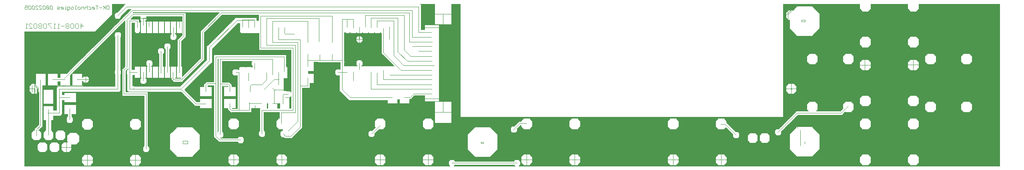
<source format=gbl>
*%FSLAX23Y23*%
*%MOIN*%
G01*
D12*
X7535Y8319D02*
X7684Y8469D01*
X6584Y8374D02*
X6474Y8265D01*
Y8220D02*
X6629Y8374D01*
X7470Y8319D02*
X7673Y8522D01*
X7406Y8167D02*
X7283Y8044D01*
X7436Y8465D02*
X7542Y8570D01*
X6556Y8374D02*
X6418Y8236D01*
X6526Y8430D02*
X6667Y8572D01*
X6620Y8430D02*
X6318Y8128D01*
X9277Y7313D02*
X9323D01*
Y7405D02*
X9277D01*
X9485Y7359D02*
X9512D01*
X9483Y7307D02*
X8974D01*
X9483D02*
X9483D01*
X9514D02*
X9589D01*
X9526Y7316D02*
X9523D01*
X9526D02*
X9589D01*
X9526Y7348D02*
X9523D01*
X9526D02*
X9589D01*
X9300Y7359D02*
X9254D01*
X9300D02*
X9346D01*
X8923Y7313D02*
X8877D01*
Y7405D02*
X8923D01*
X8103Y7313D02*
X8065D01*
Y7405D02*
X8103D01*
X8065Y7307D02*
X9007D01*
X8900Y7359D02*
X8854D01*
X8900D02*
X8946D01*
X8126D02*
X8080D01*
X8087Y7313D02*
X8057D01*
Y7405D02*
X8087D01*
X7703Y7313D02*
X7657D01*
Y7405D02*
X7703D01*
X7515Y7307D02*
X8087D01*
X8080Y7359D02*
X8034D01*
X7680D02*
X7634D01*
X7680D02*
X7726D01*
X6308Y7423D02*
X6272D01*
X6839Y7311D02*
X6885D01*
Y7403D02*
X6839D01*
X6485Y7311D02*
X6439D01*
Y7403D02*
X6485D01*
X7210Y7384D02*
X7335D01*
X6964Y7423D02*
X6937D01*
X6272Y7307D02*
X7741D01*
X6274D02*
X5938D01*
X6266Y7423D02*
X6274D01*
X6108D02*
X6066D01*
X6166D02*
X6208D01*
X11741Y7359D02*
X11787D01*
X11741D02*
X11695D01*
X11387D02*
X11341D01*
X11295D01*
X10567D02*
X10521D01*
X10475D01*
X10167D02*
X10121D01*
X10075D01*
X10016Y7348D02*
X10013D01*
X10013D01*
X9576D01*
X10013Y7316D02*
X10016D01*
X10013D02*
X10013D01*
X9576D01*
X10010Y7348D02*
X10013D01*
Y7316D02*
X10010D01*
X10056Y7307D02*
X14063D01*
X10056D02*
X10055D01*
X10025D02*
X10013D01*
X9576D01*
X10027Y7359D02*
X10054D01*
X12372Y7385D02*
X12497D01*
X9816Y7383D02*
X9691D01*
X11718Y7405D02*
X11764D01*
Y7313D02*
X11718D01*
X11364Y7405D02*
X11318D01*
Y7313D02*
X11364D01*
X10544Y7405D02*
X10498D01*
Y7313D02*
X10544D01*
X10144Y7405D02*
X10098D01*
Y7313D02*
X10144D01*
X12919Y7405D02*
X12965D01*
Y7313D02*
X12919D01*
X13319Y7405D02*
X13365D01*
Y7313D02*
X13319D01*
X6022Y7954D02*
Y7996D01*
Y7954D02*
Y7911D01*
X6021Y7627D02*
Y7618D01*
Y7607D01*
Y7605D01*
X6057Y7653D02*
Y7925D01*
X5938Y8430D02*
Y7307D01*
X5979Y7933D02*
Y7975D01*
X6033Y7996D02*
Y8079D01*
X5995Y7586D02*
Y7544D01*
X6045Y7486D02*
Y7444D01*
X5939Y7307D02*
Y8430D01*
X5941D02*
Y7307D01*
X5943D02*
Y8430D01*
X5945D02*
Y7307D01*
X5947D02*
Y8430D01*
X5949D02*
Y7307D01*
X5951D02*
Y8430D01*
X5953D02*
Y7307D01*
X5955D02*
Y8430D01*
X5957D02*
Y7307D01*
X5959D02*
Y8430D01*
X5961D02*
Y7307D01*
X5963D02*
Y8430D01*
X5965D02*
Y7307D01*
X5967D02*
Y8430D01*
X5969D02*
Y7307D01*
X5971D02*
Y8430D01*
X5973D02*
Y7307D01*
X5975D02*
Y8430D01*
X5977D02*
Y7307D01*
X5979D02*
Y8430D01*
X5981D02*
Y7977D01*
Y7931D02*
Y7307D01*
X5983Y7979D02*
Y8430D01*
Y7929D02*
Y7307D01*
X5985Y7981D02*
Y8430D01*
Y7927D02*
Y7307D01*
X5987Y7983D02*
Y8430D01*
Y7925D02*
Y7307D01*
X5989Y7985D02*
Y8430D01*
Y7923D02*
Y7307D01*
X5991Y7996D02*
Y8430D01*
Y7996D02*
Y7987D01*
Y7921D02*
Y7911D01*
Y7307D01*
X5993Y7996D02*
Y8430D01*
Y7996D02*
Y7989D01*
Y7919D02*
Y7911D01*
Y7307D01*
X5995Y7996D02*
Y8430D01*
Y7911D02*
Y7307D01*
X5997Y7996D02*
Y8430D01*
Y7911D02*
Y7588D01*
Y7542D02*
Y7307D01*
X5999Y7996D02*
Y8430D01*
Y7911D02*
Y7590D01*
Y7540D02*
Y7307D01*
X6001Y7996D02*
Y8430D01*
Y7911D02*
Y7592D01*
Y7538D02*
Y7307D01*
X6003Y7996D02*
Y8430D01*
Y7911D02*
Y7594D01*
Y7536D02*
Y7307D01*
X6005Y7996D02*
Y8430D01*
Y7911D02*
Y7596D01*
Y7534D02*
Y7307D01*
X6007Y7996D02*
Y8430D01*
Y7911D02*
Y7607D01*
Y7598D01*
Y7532D02*
Y7523D01*
Y7307D01*
X6009Y7996D02*
Y8430D01*
Y7911D02*
Y7607D01*
Y7600D01*
Y7530D02*
Y7523D01*
Y7307D01*
X6011Y7996D02*
Y8430D01*
Y7911D02*
Y7607D01*
Y7523D02*
Y7307D01*
X6013Y7996D02*
Y8430D01*
Y7911D02*
Y7627D01*
Y7607D01*
Y7523D02*
Y7307D01*
X6015Y7996D02*
Y8430D01*
Y7911D02*
Y7627D01*
Y7612D01*
Y7523D02*
Y7307D01*
X6017Y7996D02*
Y8430D01*
Y7911D02*
Y7627D01*
Y7614D01*
Y7523D02*
Y7307D01*
X6019Y7996D02*
Y8430D01*
Y7911D02*
Y7627D01*
Y7616D01*
Y7607D01*
Y7523D02*
Y7307D01*
X6021Y7996D02*
Y8430D01*
Y7911D02*
Y7627D01*
Y7618D01*
Y7607D01*
Y7523D02*
Y7307D01*
X6023Y7996D02*
Y8430D01*
Y7911D02*
Y7627D01*
Y7620D01*
Y7523D02*
Y7307D01*
X6025Y8079D02*
Y8430D01*
Y8079D02*
Y7996D01*
Y7911D02*
Y7627D01*
Y7523D02*
Y7307D01*
X6027Y8079D02*
Y8430D01*
Y8079D02*
Y7996D01*
Y7911D02*
Y7627D01*
Y7523D02*
Y7307D01*
X6029Y8079D02*
Y8430D01*
Y8079D02*
Y7996D01*
Y7911D02*
Y7627D01*
Y7523D02*
Y7307D01*
X6031Y8079D02*
Y8430D01*
Y8079D02*
Y7996D01*
Y7911D02*
Y7628D01*
Y7523D02*
Y7307D01*
X6033Y8079D02*
Y8430D01*
Y8079D02*
Y7996D01*
Y7911D02*
Y7630D01*
Y7523D02*
Y7307D01*
X6035Y8079D02*
Y8430D01*
Y7911D02*
Y7632D01*
Y7523D02*
Y7307D01*
X6037Y8079D02*
Y8430D01*
Y7911D02*
Y7634D01*
Y7523D02*
Y7307D01*
X6039Y8079D02*
Y8430D01*
Y7911D02*
Y7636D01*
Y7523D02*
Y7307D01*
X6041Y8079D02*
Y8430D01*
Y7911D02*
Y7638D01*
Y7523D02*
Y7307D01*
X6043Y8079D02*
Y8430D01*
Y7911D02*
Y7640D01*
Y7523D02*
Y7307D01*
X6045Y8079D02*
Y8430D01*
Y7911D02*
Y7642D01*
Y7523D02*
Y7307D01*
X6047Y8079D02*
Y8430D01*
Y7911D02*
Y7644D01*
Y7523D02*
Y7488D01*
Y7442D02*
Y7307D01*
X6049Y8079D02*
Y8430D01*
Y7917D02*
Y7911D01*
Y7646D01*
Y7523D02*
Y7490D01*
Y7440D02*
Y7307D01*
X6051Y8079D02*
Y8430D01*
Y7919D02*
Y7911D01*
Y7648D01*
Y7523D02*
Y7492D01*
Y7438D02*
Y7307D01*
X6053Y8079D02*
Y8430D01*
Y7921D02*
Y7650D01*
Y7523D02*
Y7494D01*
Y7436D02*
Y7307D01*
X6055Y8079D02*
Y8430D01*
Y7923D02*
Y7652D01*
Y7523D02*
Y7496D01*
Y7434D02*
Y7307D01*
X6057Y8079D02*
Y8430D01*
Y7523D02*
Y7507D01*
Y7498D01*
Y7432D02*
Y7423D01*
Y7307D01*
X6059Y8079D02*
Y8430D01*
Y7523D02*
Y7507D01*
Y7500D01*
Y7430D02*
Y7423D01*
Y7307D01*
X6061Y8079D02*
Y8430D01*
Y7523D02*
Y7507D01*
Y7423D02*
Y7307D01*
X6063Y8079D02*
Y8430D01*
Y7614D02*
Y7607D01*
Y7523D02*
Y7507D01*
Y7423D02*
Y7307D01*
X6065Y8079D02*
Y8430D01*
Y7616D02*
Y7607D01*
Y7600D01*
Y7530D02*
Y7523D01*
Y7507D01*
Y7423D02*
Y7307D01*
X6067Y8079D02*
Y8430D01*
Y7618D02*
Y7607D01*
Y7598D01*
Y7532D02*
Y7523D01*
Y7507D01*
Y7423D02*
Y7307D01*
X6069Y8079D02*
Y8430D01*
Y7620D02*
Y7596D01*
Y7534D02*
Y7507D01*
Y7423D02*
Y7307D01*
X6071Y8079D02*
Y8430D01*
Y7622D02*
Y7594D01*
Y7536D02*
Y7507D01*
Y7423D02*
Y7307D01*
X6073Y8079D02*
Y8430D01*
Y7624D02*
Y7592D01*
Y7538D02*
Y7507D01*
Y7423D02*
Y7307D01*
X6075Y8079D02*
Y8430D01*
Y7626D02*
Y7590D01*
Y7540D02*
Y7507D01*
Y7423D02*
Y7307D01*
X6019Y7607D02*
X6015Y7611D01*
X6019Y7607D02*
X6021Y7605D01*
X6000Y7911D02*
X5979Y7933D01*
X5995Y7544D02*
X6016Y7523D01*
X6079Y7586D02*
X6058Y7607D01*
X6045Y7444D02*
X6066Y7423D01*
X6057Y7608D02*
X6076Y7627D01*
X6057Y7608D02*
X6056Y7607D01*
X6053Y7605D01*
Y7650D02*
X6057Y7653D01*
X6053Y7650D02*
X6034Y7631D01*
X6031Y7627D01*
X6021Y7618D01*
X6015Y7611D01*
X5979Y7975D02*
X6000Y7996D01*
X6057Y7925D02*
X6043Y7911D01*
X6016Y7607D02*
X5995Y7586D01*
X6058Y7523D02*
X6079Y7544D01*
X6066Y7507D02*
X6045Y7486D01*
X9277Y7613D02*
X9323D01*
X8923D02*
X8890D01*
X8842Y7549D02*
X8815D01*
Y7603D02*
X8835D01*
X8097Y7548D02*
X8081D01*
X8097D02*
X8099D01*
X8241Y7616D02*
X8250D01*
Y7636D02*
X8253D01*
X8114Y7540D02*
X8111D01*
X8114D02*
X8120D01*
X8152D01*
X8158D01*
X8165D01*
X8174D01*
X8097D02*
X8094D01*
X8097D02*
X8107D01*
X8114D01*
X8067Y7583D02*
X8065D01*
X8057Y7613D02*
X8087D01*
X7703D02*
X7657D01*
X8081Y7548D02*
X8087D01*
Y7602D02*
X8081D01*
X7930Y7551D02*
X7903D01*
X7751Y7498D02*
X7724D01*
Y7552D02*
X7751D01*
X7583Y7543D02*
X7568D01*
X7525Y7541D02*
X7515D01*
X7547Y7509D02*
X7557D01*
X7570D01*
X7711D01*
X7713D01*
X7711Y7541D02*
X7570D01*
X7711D02*
X7714D01*
X6292Y7507D02*
X6272D01*
X6292D02*
X6297D01*
X6329Y7486D02*
X6369D01*
Y7588D02*
X6318D01*
X6839Y7611D02*
X6885D01*
X6485D02*
X6439D01*
X7210Y7634D02*
X7335D01*
X7724Y7498D02*
X7741D01*
X6031Y7627D02*
X6021D01*
X6079Y7631D02*
X6089D01*
X6266Y7507D02*
X6274D01*
X6058Y7607D02*
X6056D01*
X6021D02*
X6019D01*
X6016D01*
Y7523D02*
X6058D01*
X6066Y7507D02*
X6108D01*
X6116Y7523D02*
X6158D01*
X6166Y7507D02*
X6208D01*
X6216Y7607D02*
X6258D01*
Y7523D02*
X6216D01*
X10001Y7640D02*
X10018D01*
X10009Y7586D02*
X10028D01*
X10009D02*
X10004D01*
X10001D01*
X11861Y7594D02*
X11879D01*
Y7540D02*
X11852D01*
X12203Y7618D02*
X12221D01*
X12230Y7564D02*
X12203D01*
X12372Y7635D02*
X12497D01*
X9816Y7633D02*
X9691D01*
X11718Y7613D02*
X11764D01*
X11364D02*
X11318D01*
X11983Y7584D02*
X12025D01*
Y7500D02*
X11983D01*
X12083Y7584D02*
X12125D01*
Y7500D02*
X12083D01*
X10544Y7613D02*
X10498D01*
X10144D02*
X10098D01*
X12919Y7613D02*
X12965D01*
X13319D02*
X13365D01*
X6271Y8079D02*
Y8089D01*
X6269Y8087D02*
Y8079D01*
X6257Y7979D02*
Y7974D01*
Y8079D02*
Y8098D01*
X6265Y7979D02*
Y7974D01*
Y8079D02*
Y8083D01*
X6089Y7979D02*
Y7948D01*
Y7828D01*
Y7809D01*
Y7689D01*
Y7653D01*
Y7640D01*
Y7631D01*
X6160Y7607D02*
Y7689D01*
Y7607D02*
Y7606D01*
X6114Y7607D02*
Y7689D01*
Y7607D02*
Y7605D01*
X6250Y7802D02*
Y7857D01*
Y7802D02*
Y7781D01*
Y7778D01*
X6204Y7940D02*
Y7951D01*
Y7940D02*
Y7802D01*
Y7781D01*
Y7778D01*
X6250Y7770D02*
Y7790D01*
Y7770D02*
Y7763D01*
Y7751D01*
Y7748D01*
X6204Y7774D02*
Y7790D01*
X6251Y7903D02*
Y7928D01*
X6250Y7763D02*
Y7740D01*
Y7737D01*
X6204Y7940D02*
Y7963D01*
Y7940D02*
Y7937D01*
X6205Y7963D02*
Y7964D01*
X6236Y8045D02*
Y8079D01*
Y8013D02*
Y7979D01*
X6215Y8045D02*
Y8079D01*
Y8013D02*
Y7979D01*
X6133D02*
Y8079D01*
X6115D02*
Y7979D01*
X6267Y7821D02*
Y7739D01*
Y7903D02*
Y7921D01*
Y7857D02*
Y7839D01*
X6179Y7828D02*
Y7948D01*
X6094D02*
Y7828D01*
X6179Y7809D02*
Y7774D01*
Y7728D02*
Y7689D01*
X6094D02*
Y7809D01*
X6245Y7486D02*
Y7444D01*
X6079Y7544D02*
Y7586D01*
X6129Y7486D02*
Y7444D01*
X6095Y7544D02*
Y7586D01*
X6179D02*
Y7544D01*
X6145Y7486D02*
Y7444D01*
X6229D02*
Y7486D01*
X6195Y7544D02*
Y7586D01*
X6077Y8079D02*
Y8430D01*
Y7628D02*
Y7588D01*
Y7542D02*
Y7507D01*
Y7423D02*
Y7307D01*
X6079Y8079D02*
Y8430D01*
Y7630D02*
Y7586D01*
Y7544D02*
Y7507D01*
Y7423D02*
Y7307D01*
X6081Y8079D02*
Y8430D01*
Y7631D02*
Y7507D01*
Y7423D02*
Y7307D01*
X6083Y8079D02*
Y8430D01*
Y7631D02*
Y7507D01*
Y7423D02*
Y7307D01*
X6085Y8079D02*
Y8430D01*
Y7631D02*
Y7507D01*
Y7423D02*
Y7307D01*
X6087Y8079D02*
Y8430D01*
Y7638D02*
Y7631D01*
Y7507D01*
Y7423D02*
Y7307D01*
X6089Y8079D02*
Y8430D01*
Y7979D02*
Y7948D01*
Y7828D01*
Y7809D01*
Y7689D01*
Y7653D01*
Y7640D01*
Y7631D01*
Y7507D01*
Y7423D02*
Y7307D01*
X6091Y8079D02*
Y8430D01*
Y7979D02*
Y7948D01*
Y7828D01*
Y7809D01*
Y7689D01*
Y7651D01*
Y7642D01*
Y7631D01*
Y7507D01*
Y7423D02*
Y7307D01*
X6093Y8079D02*
Y8430D01*
Y7979D02*
Y7948D01*
Y7828D01*
Y7809D01*
Y7689D01*
Y7649D01*
Y7644D02*
Y7631D01*
Y7507D01*
Y7423D02*
Y7307D01*
X6095Y8079D02*
Y8430D01*
Y7979D02*
Y7948D01*
Y7828D02*
Y7809D01*
Y7689D02*
Y7647D01*
Y7646D02*
Y7631D01*
Y7507D01*
Y7423D02*
Y7307D01*
X6097Y8079D02*
Y8430D01*
Y7979D02*
Y7948D01*
Y7828D02*
Y7809D01*
Y7689D02*
Y7631D01*
Y7588D01*
Y7542D02*
Y7507D01*
Y7423D02*
Y7307D01*
X6099Y8079D02*
Y8430D01*
Y7979D02*
Y7948D01*
Y7828D02*
Y7809D01*
Y7689D02*
Y7590D01*
Y7540D02*
Y7507D01*
Y7423D02*
Y7307D01*
X6101Y8079D02*
Y8430D01*
Y7979D02*
Y7948D01*
Y7828D02*
Y7809D01*
Y7689D02*
Y7592D01*
Y7538D02*
Y7507D01*
Y7423D02*
Y7307D01*
X6103Y8079D02*
Y8430D01*
Y7979D02*
Y7948D01*
Y7828D02*
Y7809D01*
Y7689D02*
Y7594D01*
Y7536D02*
Y7507D01*
Y7423D02*
Y7307D01*
X6105Y8079D02*
Y8430D01*
Y7979D02*
Y7948D01*
Y7828D02*
Y7809D01*
Y7689D02*
Y7596D01*
Y7534D02*
Y7507D01*
Y7423D02*
Y7307D01*
X6107Y8079D02*
Y8430D01*
Y7979D02*
Y7948D01*
Y7828D02*
Y7809D01*
Y7689D02*
Y7607D01*
Y7598D01*
Y7532D02*
Y7523D01*
Y7507D01*
Y7423D02*
Y7307D01*
X6109Y8079D02*
Y8430D01*
Y7979D02*
Y7948D01*
Y7828D02*
Y7809D01*
Y7689D02*
Y7607D01*
Y7600D01*
Y7530D02*
Y7523D01*
Y7507D01*
Y7423D02*
Y7307D01*
X6111Y8079D02*
Y8430D01*
Y7979D02*
Y7948D01*
Y7828D02*
Y7809D01*
Y7689D02*
Y7607D01*
Y7523D02*
Y7507D01*
Y7423D02*
Y7307D01*
X6113Y8079D02*
Y8430D01*
Y7979D02*
Y7948D01*
Y7828D02*
Y7809D01*
Y7689D02*
Y7607D01*
Y7523D02*
Y7507D01*
Y7423D02*
Y7307D01*
X6115Y8079D02*
Y8430D01*
Y7979D02*
Y7948D01*
Y7828D02*
Y7809D01*
Y7523D02*
Y7507D01*
Y7500D01*
Y7430D02*
Y7423D01*
Y7307D01*
X6117Y8079D02*
Y8430D01*
Y8079D02*
Y7979D01*
Y7948D01*
Y7828D02*
Y7809D01*
Y7523D02*
Y7507D01*
Y7498D01*
Y7432D02*
Y7423D01*
Y7307D01*
X6119Y8079D02*
Y8430D01*
Y8079D02*
Y7979D01*
Y7948D01*
Y7828D02*
Y7809D01*
Y7523D02*
Y7496D01*
Y7434D02*
Y7307D01*
X6121Y8079D02*
Y8430D01*
Y8079D02*
Y7979D01*
Y7948D01*
Y7828D02*
Y7809D01*
Y7523D02*
Y7494D01*
Y7436D02*
Y7307D01*
X6123Y8079D02*
Y8430D01*
Y8079D02*
Y7979D01*
Y7948D01*
Y7828D02*
Y7809D01*
Y7523D02*
Y7492D01*
Y7438D02*
Y7307D01*
X6125Y8079D02*
Y8430D01*
Y8079D02*
Y7979D01*
Y7948D01*
Y7828D02*
Y7809D01*
Y7523D02*
Y7490D01*
Y7440D02*
Y7307D01*
X6127Y8079D02*
Y8430D01*
Y8079D02*
Y7979D01*
Y7948D01*
Y7828D02*
Y7809D01*
Y7523D02*
Y7488D01*
Y7442D02*
Y7307D01*
X6129Y8079D02*
Y8430D01*
Y8079D02*
Y7979D01*
Y7948D01*
Y7828D02*
Y7809D01*
Y7523D02*
Y7486D01*
Y7444D02*
Y7307D01*
X6131Y8079D02*
Y8430D01*
Y8079D02*
Y7979D01*
Y7948D01*
Y7828D02*
Y7809D01*
Y7523D02*
Y7307D01*
X6133Y8079D02*
Y8430D01*
Y8079D02*
Y7979D01*
Y7948D01*
Y7828D02*
Y7809D01*
Y7523D02*
Y7307D01*
X6135Y8079D02*
Y8430D01*
Y7979D02*
Y7948D01*
Y7828D02*
Y7809D01*
Y7523D02*
Y7307D01*
X6137Y8079D02*
Y8430D01*
Y7979D02*
Y7948D01*
Y7828D02*
Y7809D01*
Y7523D02*
Y7307D01*
X6139Y8079D02*
Y8430D01*
Y7979D02*
Y7948D01*
Y7828D02*
Y7809D01*
Y7523D02*
Y7307D01*
X6141Y8079D02*
Y8430D01*
Y7979D02*
Y7948D01*
Y7828D02*
Y7809D01*
Y7523D02*
Y7307D01*
X6143Y8079D02*
Y8430D01*
Y7979D02*
Y7948D01*
Y7828D02*
Y7809D01*
Y7523D02*
Y7307D01*
X6145Y8079D02*
Y8430D01*
Y7979D02*
Y7948D01*
Y7828D02*
Y7809D01*
Y7523D02*
Y7307D01*
X6147Y8079D02*
Y8430D01*
Y7979D02*
Y7948D01*
Y7828D02*
Y7809D01*
Y7523D02*
Y7488D01*
Y7442D02*
Y7307D01*
X6149Y8079D02*
Y8430D01*
Y7979D02*
Y7948D01*
Y7828D02*
Y7809D01*
Y7523D02*
Y7490D01*
Y7440D02*
Y7307D01*
X6151Y8079D02*
Y8430D01*
Y7979D02*
Y7948D01*
Y7828D02*
Y7809D01*
Y7523D02*
Y7492D01*
Y7438D02*
Y7307D01*
X6153Y8079D02*
Y8430D01*
Y7979D02*
Y7948D01*
Y7828D02*
Y7809D01*
Y7523D02*
Y7494D01*
Y7436D02*
Y7307D01*
X6155Y8079D02*
Y8430D01*
Y7979D02*
Y7948D01*
Y7828D02*
Y7809D01*
Y7523D02*
Y7496D01*
Y7434D02*
Y7307D01*
X6157Y8079D02*
Y8430D01*
Y7979D02*
Y7948D01*
Y7828D02*
Y7809D01*
Y7523D02*
Y7507D01*
Y7498D01*
Y7432D02*
Y7423D01*
Y7307D01*
X6159Y8079D02*
Y8430D01*
Y7979D02*
Y7948D01*
Y7828D02*
Y7809D01*
Y7523D02*
Y7507D01*
Y7500D01*
Y7430D02*
Y7423D01*
Y7307D01*
X6161Y8079D02*
Y8430D01*
Y7979D02*
Y7948D01*
Y7828D02*
Y7809D01*
Y7689D02*
Y7607D01*
Y7523D02*
Y7507D01*
Y7423D02*
Y7307D01*
X6163Y8079D02*
Y8430D01*
Y7979D02*
Y7948D01*
Y7828D02*
Y7809D01*
Y7689D02*
Y7607D01*
Y7523D02*
Y7507D01*
Y7423D02*
Y7307D01*
X6165Y8079D02*
Y8430D01*
Y7979D02*
Y7948D01*
Y7828D02*
Y7809D01*
Y7689D02*
Y7607D01*
Y7600D01*
Y7530D02*
Y7523D01*
Y7507D01*
Y7423D02*
Y7307D01*
X6167Y8079D02*
Y8430D01*
Y7979D02*
Y7948D01*
Y7828D02*
Y7809D01*
Y7689D02*
Y7607D01*
Y7598D01*
Y7532D02*
Y7523D01*
Y7507D01*
Y7423D02*
Y7307D01*
X6169Y8079D02*
Y8430D01*
Y7979D02*
Y7948D01*
Y7828D02*
Y7809D01*
Y7689D02*
Y7596D01*
Y7534D02*
Y7507D01*
Y7423D02*
Y7307D01*
X6171Y8079D02*
Y8430D01*
Y7979D02*
Y7948D01*
Y7828D02*
Y7809D01*
Y7689D02*
Y7594D01*
Y7536D02*
Y7507D01*
Y7423D02*
Y7307D01*
X6173Y8079D02*
Y8430D01*
Y7979D02*
Y7948D01*
Y7828D02*
Y7809D01*
Y7689D02*
Y7592D01*
Y7538D02*
Y7507D01*
Y7423D02*
Y7307D01*
X6175Y8079D02*
Y8430D01*
Y7979D02*
Y7948D01*
Y7828D02*
Y7809D01*
Y7689D02*
Y7590D01*
Y7540D02*
Y7507D01*
Y7423D02*
Y7307D01*
X6177Y8079D02*
Y8430D01*
Y7979D02*
Y7948D01*
Y7828D02*
Y7809D01*
Y7689D02*
Y7588D01*
Y7542D02*
Y7507D01*
Y7423D02*
Y7307D01*
X6179Y8079D02*
Y8430D01*
Y7979D02*
Y7948D01*
Y7828D02*
Y7809D01*
Y7689D02*
Y7586D01*
Y7544D02*
Y7507D01*
Y7423D02*
Y7307D01*
X6181Y8079D02*
Y8430D01*
Y7979D02*
Y7948D01*
Y7828D01*
Y7809D01*
Y7774D01*
Y7728D02*
Y7689D01*
Y7507D01*
Y7423D02*
Y7307D01*
X6183Y8079D02*
Y8430D01*
Y7979D02*
Y7948D01*
Y7828D01*
Y7809D01*
Y7774D01*
Y7728D02*
Y7689D01*
Y7507D01*
Y7423D02*
Y7307D01*
X6185Y8079D02*
Y8430D01*
Y7979D02*
Y7948D01*
Y7828D01*
Y7809D01*
Y7774D01*
Y7728D02*
Y7689D01*
Y7507D01*
Y7423D02*
Y7307D01*
X6187Y8079D02*
Y8430D01*
Y7979D02*
Y7948D01*
Y7828D01*
Y7809D01*
Y7774D01*
Y7728D02*
Y7689D01*
Y7507D01*
Y7423D02*
Y7307D01*
X6189Y8079D02*
Y8430D01*
Y7979D02*
Y7948D01*
Y7828D01*
Y7809D01*
Y7774D01*
Y7728D02*
Y7689D01*
Y7507D01*
Y7423D02*
Y7307D01*
X6191Y8079D02*
Y8430D01*
Y7979D02*
Y7774D01*
Y7728D02*
Y7507D01*
Y7423D02*
Y7307D01*
X6193Y8079D02*
Y8430D01*
Y7979D02*
Y7774D01*
Y7728D02*
Y7507D01*
Y7423D02*
Y7307D01*
X6195Y8079D02*
Y8430D01*
Y7979D02*
Y7774D01*
Y7728D02*
Y7507D01*
Y7423D02*
Y7307D01*
X6197Y8079D02*
Y8430D01*
Y7979D02*
Y7774D01*
Y7728D02*
Y7588D01*
Y7542D02*
Y7507D01*
Y7423D02*
Y7307D01*
X6199Y8079D02*
Y8430D01*
Y7979D02*
Y7774D01*
Y7728D02*
Y7590D01*
Y7540D02*
Y7507D01*
Y7423D02*
Y7307D01*
X6201Y8079D02*
Y8430D01*
Y7979D02*
Y7774D01*
Y7728D02*
Y7592D01*
Y7538D02*
Y7507D01*
Y7423D02*
Y7307D01*
X6203Y8079D02*
Y8430D01*
Y7979D02*
Y7774D01*
Y7728D02*
Y7594D01*
Y7536D02*
Y7507D01*
Y7423D02*
Y7307D01*
X6205Y8079D02*
Y8430D01*
Y7979D02*
Y7964D01*
Y7728D02*
Y7596D01*
Y7534D02*
Y7507D01*
Y7423D02*
Y7307D01*
X6207Y8079D02*
Y8430D01*
Y7974D02*
Y7966D01*
Y7728D02*
Y7607D01*
Y7598D01*
Y7532D02*
Y7523D01*
Y7507D01*
Y7423D02*
Y7307D01*
X6209Y8079D02*
Y8430D01*
Y7974D02*
Y7968D01*
Y7728D02*
Y7607D01*
Y7600D01*
Y7530D02*
Y7523D01*
Y7507D01*
Y7423D02*
Y7307D01*
X6211Y8079D02*
Y8430D01*
Y7728D02*
Y7607D01*
Y7523D02*
Y7507D01*
Y7423D02*
Y7307D01*
X6213Y8079D02*
Y8430D01*
Y7728D02*
Y7607D01*
Y7523D02*
Y7507D01*
Y7423D02*
Y7307D01*
X6215Y8079D02*
Y8430D01*
Y7728D02*
Y7607D01*
Y7523D02*
Y7507D01*
Y7500D01*
Y7430D02*
Y7423D01*
Y7307D01*
X6217Y8079D02*
Y8430D01*
Y8079D02*
Y8045D01*
Y8013D02*
Y7979D01*
Y7728D02*
Y7607D01*
Y7523D02*
Y7507D01*
Y7498D01*
Y7432D02*
Y7423D01*
Y7307D01*
X6219Y8079D02*
Y8430D01*
Y8079D02*
Y8045D01*
Y8013D02*
Y7979D01*
Y7728D02*
Y7607D01*
Y7523D02*
Y7496D01*
Y7434D02*
Y7307D01*
X6221Y8079D02*
Y8430D01*
Y8079D02*
Y8045D01*
Y8013D02*
Y7979D01*
Y7728D02*
Y7607D01*
Y7523D02*
Y7494D01*
Y7436D02*
Y7307D01*
X6223Y8079D02*
Y8430D01*
Y8079D02*
Y8045D01*
Y8013D02*
Y7979D01*
Y7728D02*
Y7607D01*
Y7523D02*
Y7492D01*
Y7438D02*
Y7307D01*
X6225Y8079D02*
Y8430D01*
Y8079D02*
Y8045D01*
Y8013D02*
Y7979D01*
Y7728D02*
Y7607D01*
Y7523D02*
Y7490D01*
Y7440D02*
Y7307D01*
X6227Y8079D02*
Y8430D01*
Y8079D02*
Y8045D01*
Y8013D02*
Y7979D01*
Y7728D02*
Y7607D01*
Y7523D02*
Y7488D01*
Y7442D02*
Y7307D01*
X6229Y8079D02*
Y8430D01*
Y8079D02*
Y8045D01*
Y8013D02*
Y7979D01*
Y7728D02*
Y7607D01*
Y7523D02*
Y7486D01*
Y7444D02*
Y7307D01*
X6231Y8079D02*
Y8430D01*
Y8079D02*
Y8045D01*
Y8013D02*
Y7979D01*
Y7728D02*
Y7607D01*
Y7523D02*
Y7307D01*
X6233Y8079D02*
Y8430D01*
Y8079D02*
Y8045D01*
Y8013D02*
Y7979D01*
Y7728D02*
Y7607D01*
Y7523D02*
Y7307D01*
X6235Y8079D02*
Y8430D01*
Y8079D02*
Y8045D01*
Y8013D02*
Y7979D01*
Y7728D02*
Y7607D01*
Y7523D02*
Y7307D01*
X6237Y8079D02*
Y8430D01*
Y7728D02*
Y7607D01*
Y7523D02*
Y7307D01*
X6239Y8079D02*
Y8430D01*
Y7728D02*
Y7607D01*
Y7523D02*
Y7307D01*
X6241Y8079D02*
Y8430D01*
Y7728D02*
Y7607D01*
Y7523D02*
Y7307D01*
X6243Y8079D02*
Y8430D01*
Y7728D02*
Y7607D01*
Y7523D02*
Y7307D01*
X6245Y8079D02*
Y8430D01*
Y7735D02*
Y7728D01*
Y7607D01*
Y7523D02*
Y7307D01*
X6247Y8079D02*
Y8430D01*
Y7737D02*
Y7728D01*
Y7607D01*
Y7523D02*
Y7488D01*
Y7442D02*
Y7307D01*
X6249Y8079D02*
Y8430D01*
Y7739D02*
Y7607D01*
Y7523D02*
Y7490D01*
Y7440D02*
Y7307D01*
X6251Y8079D02*
Y8430D01*
Y7857D02*
Y7607D01*
Y7523D02*
Y7492D01*
Y7438D02*
Y7307D01*
X6253Y8079D02*
Y8430D01*
Y7928D02*
Y7903D01*
Y7857D02*
Y7607D01*
Y7523D02*
Y7494D01*
Y7436D02*
Y7307D01*
X6255Y8079D02*
Y8430D01*
Y7928D02*
Y7903D01*
Y7857D02*
Y7607D01*
Y7523D02*
Y7496D01*
Y7434D02*
Y7307D01*
X6257Y8079D02*
Y8430D01*
Y7928D02*
Y7921D01*
Y7903D01*
Y7857D02*
Y7839D01*
Y7821D01*
Y7739D01*
Y7607D01*
Y7523D02*
Y7507D01*
Y7498D01*
Y7432D02*
Y7423D01*
Y7307D01*
X6259Y8079D02*
Y8430D01*
Y7928D02*
Y7921D01*
Y7903D01*
Y7857D02*
Y7839D01*
Y7821D01*
Y7739D01*
Y7607D01*
Y7523D02*
Y7507D01*
Y7500D01*
Y7430D02*
Y7423D01*
Y7307D01*
X6261Y8079D02*
Y8430D01*
Y7928D02*
Y7921D01*
Y7903D01*
Y7857D02*
Y7839D01*
Y7821D01*
Y7739D01*
Y7607D01*
Y7523D02*
Y7507D01*
Y7423D02*
Y7307D01*
X6263Y8079D02*
Y8430D01*
Y7928D02*
Y7921D01*
Y7903D01*
Y7857D02*
Y7839D01*
Y7821D01*
Y7739D01*
Y7607D01*
Y7523D02*
Y7507D01*
Y7423D02*
Y7307D01*
X6265Y8079D02*
Y8430D01*
Y7928D02*
Y7921D01*
Y7903D01*
Y7857D02*
Y7839D01*
Y7821D01*
Y7739D01*
Y7607D01*
Y7600D01*
Y7530D02*
Y7523D01*
Y7507D01*
Y7423D02*
Y7307D01*
X6267Y8079D02*
Y8430D01*
Y7928D02*
Y7921D01*
Y7839D02*
Y7821D01*
Y7739D02*
Y7607D01*
Y7598D01*
Y7532D02*
Y7523D01*
Y7507D01*
Y7423D02*
Y7307D01*
X6269Y8079D02*
Y8430D01*
Y7928D02*
Y7921D01*
Y7839D02*
Y7821D01*
Y7739D02*
Y7596D01*
Y7534D02*
Y7507D01*
Y7423D02*
Y7307D01*
X6271Y8079D02*
Y8430D01*
Y7928D02*
Y7921D01*
Y7839D02*
Y7821D01*
Y7739D02*
Y7594D01*
Y7536D02*
Y7507D01*
Y7423D02*
Y7307D01*
X6264Y7974D02*
X6264Y7979D01*
X6258Y8079D02*
X6257Y8098D01*
X6089Y7653D02*
X6095Y7647D01*
X6245Y7444D02*
X6266Y7423D01*
X6129Y7486D02*
X6108Y7507D01*
X6098Y7542D02*
X6095Y7544D01*
X6098Y7542D02*
X6116Y7523D01*
X6179Y7586D02*
X6160Y7606D01*
X6145Y7444D02*
X6166Y7423D01*
X6229Y7486D02*
X6208Y7507D01*
X6216Y7523D02*
X6195Y7544D01*
X6258Y7607D02*
X6274Y7592D01*
X6265Y8083D02*
X6294Y8112D01*
X6095Y7647D02*
X6095Y7646D01*
X6089Y7640D01*
X6079Y7631D01*
X6079Y7630D01*
X6076Y7627D01*
X6204Y7963D02*
X6216Y7974D01*
X6250Y7740D02*
X6239Y7728D01*
X6205Y7963D02*
X6217Y7974D01*
X6266Y7507D02*
X6245Y7486D01*
X6129Y7444D02*
X6108Y7423D01*
X6158Y7523D02*
X6179Y7544D01*
X6166Y7507D02*
X6145Y7486D01*
X6208Y7423D02*
X6229Y7444D01*
X6195Y7586D02*
X6216Y7607D01*
X6274Y7539D02*
X6258Y7523D01*
X9062Y7829D02*
X9144D01*
X9044D02*
X8974D01*
X9354Y7667D02*
X9494D01*
X9323Y7705D02*
X9277D01*
X9569Y7715D02*
X9589D01*
X9569Y7741D02*
X9494D01*
X9007Y7829D02*
X8962D01*
X8923Y7705D02*
X8877D01*
X8063D02*
X8057D01*
X7703D02*
X7657D01*
X7859Y7789D02*
X7899D01*
X7859D02*
X7827D01*
X7629D02*
X7599D01*
X7629D02*
X7632D01*
X7668D02*
X7699D01*
X7642Y7770D02*
X7632D01*
X7795Y7756D02*
X7827D01*
X7896Y7758D02*
X7899D01*
X7931D02*
X8063D01*
X7964Y7790D02*
X7959D01*
X8046D02*
X8064D01*
X8146D02*
X8158D01*
X7656Y7756D02*
X7646D01*
X7656D02*
X7669D01*
X7710D01*
X7742D01*
X7786D01*
X7795D01*
X7699Y7788D02*
X7669D01*
X7699D02*
X7710D01*
Y7789D02*
X7707D01*
X7959Y7829D02*
X7964D01*
X8046D02*
X8064D01*
X8146D02*
X8158D01*
X8055D02*
X8005D01*
X7358Y7811D02*
X7348D01*
X7358D02*
X7371D01*
X7399D01*
Y7792D02*
X7362D01*
X7499D02*
X7515D01*
X6367Y7821D02*
X6272D01*
Y7739D02*
X6298D01*
X6330D02*
X6367D01*
X6839Y7703D02*
X6885D01*
X6485D02*
X6439D01*
X7399Y7789D02*
X7499D01*
X6327Y7668D02*
X6300D01*
X6934Y7831D02*
X6935D01*
X6965D02*
X6966D01*
X7499Y7821D02*
X7515D01*
X9494Y7725D02*
X9569D01*
X6239Y7728D02*
X6216D01*
X6213D01*
X6204Y7774D02*
X6179D01*
X6216Y7728D02*
X6227D01*
X6216D02*
X6179D01*
X6267Y7739D02*
X6274D01*
Y7821D02*
X6267D01*
X6179Y7828D02*
X6094D01*
X6160Y7689D02*
X6179D01*
X6114D02*
X6094D01*
Y7809D02*
X6179D01*
X10070Y7679D02*
X10075D01*
X10070D02*
X10057D01*
X10048D01*
X10070Y7647D02*
X10075D01*
X11787Y7673D02*
X11791D01*
X12734Y7766D02*
X12734D01*
X12734D02*
X12702D01*
X12533D01*
X12467D02*
X12381D01*
X12368D01*
X12359D01*
X12356D01*
X12734Y7734D02*
X12734D01*
X12734D02*
X12702D01*
X12381D01*
X12699Y7766D02*
X12702D01*
X12747Y7734D02*
X12757D01*
X12747D02*
X12734D01*
X12702D02*
X12699D01*
X9599Y7715D02*
X9599D01*
X9576D01*
X12228D02*
X12258D01*
X12228D02*
X9599D01*
X11718Y7705D02*
X11764D01*
X11364D02*
X11318D01*
X10544D02*
X10498D01*
X10144D02*
X10098D01*
X13462Y7756D02*
X13508D01*
X13762D02*
X13808D01*
X12965Y7705D02*
X12919D01*
X13319D02*
X13365D01*
Y7806D02*
X13319D01*
X12965D02*
X12919D01*
X12823Y7756D02*
X12777D01*
X6467Y7974D02*
Y8004D01*
Y8011D01*
Y8052D02*
Y8058D01*
Y8213D01*
Y8258D02*
Y8285D01*
X6465Y8004D02*
Y7974D01*
Y8058D02*
Y8211D01*
Y8256D02*
Y8283D01*
X6463Y8004D02*
Y7974D01*
Y8058D02*
Y8209D01*
Y8254D02*
Y8281D01*
X6461Y8004D02*
Y7974D01*
Y8058D02*
Y8207D01*
Y8252D02*
Y8279D01*
X6459Y8004D02*
Y7974D01*
Y8058D02*
Y8205D01*
Y8250D02*
Y8277D01*
X6457Y8004D02*
Y7974D01*
Y8058D02*
Y8203D01*
Y8248D02*
Y8275D01*
X6455Y8004D02*
Y7974D01*
Y8058D02*
Y8201D01*
Y8246D02*
Y8273D01*
X6453Y8004D02*
Y7974D01*
Y8058D02*
Y8199D01*
Y8244D02*
Y8271D01*
X6451Y8004D02*
Y7974D01*
Y8058D02*
Y8197D01*
Y8242D02*
Y8269D01*
X6449Y8004D02*
Y7974D01*
Y8058D02*
Y8195D01*
Y8240D02*
Y8267D01*
X6447Y8004D02*
Y7974D01*
Y8058D02*
Y8193D01*
Y8238D02*
Y8265D01*
X6445Y8004D02*
Y7974D01*
Y8058D02*
Y8191D01*
Y8236D02*
Y8263D01*
X6443Y8004D02*
Y7974D01*
Y8058D02*
Y8189D01*
Y8234D02*
Y8261D01*
X6441Y8004D02*
Y7974D01*
Y8058D02*
Y8187D01*
Y8232D02*
Y8259D01*
X6439Y8004D02*
Y7974D01*
Y8058D02*
Y8185D01*
Y8230D02*
Y8257D01*
X6437Y8004D02*
Y7974D01*
Y8058D02*
Y8183D01*
Y8228D02*
Y8255D01*
X6435Y8004D02*
Y7974D01*
Y8058D02*
Y8181D01*
Y8226D02*
Y8253D01*
X6433Y8004D02*
Y7974D01*
Y8058D02*
Y8179D01*
Y8224D02*
Y8251D01*
X6431Y8004D02*
Y7974D01*
Y8058D02*
Y8177D01*
Y8222D02*
Y8249D01*
X6429Y8004D02*
Y7974D01*
Y8058D02*
Y8175D01*
Y8220D02*
Y8247D01*
X6427Y8004D02*
Y7979D01*
Y8004D02*
Y8011D01*
Y8052D02*
Y8058D01*
Y8079D01*
Y8173D01*
Y8218D02*
Y8245D01*
X6425Y8004D02*
Y7979D01*
Y8004D02*
Y8013D01*
Y8050D02*
Y8058D01*
Y8079D01*
Y8171D01*
Y8216D02*
Y8243D01*
X6423Y8015D02*
Y7979D01*
Y8048D02*
Y8079D01*
Y8169D01*
Y8214D02*
Y8241D01*
X6421Y8015D02*
Y7979D01*
Y8047D02*
Y8079D01*
Y8167D01*
Y8212D02*
Y8239D01*
X6419Y8015D02*
Y7979D01*
Y8047D02*
Y8079D01*
Y8165D01*
Y8210D02*
Y8237D01*
X6417Y8163D02*
Y8079D01*
Y8208D02*
Y8235D01*
X6415Y8161D02*
Y8079D01*
Y8206D02*
Y8233D01*
X6413Y8159D02*
Y8079D01*
Y8204D02*
Y8231D01*
X6411Y8157D02*
Y8079D01*
Y8202D02*
Y8229D01*
X6409Y8155D02*
Y8079D01*
Y8200D02*
Y8227D01*
X6407Y8153D02*
Y8079D01*
Y8198D02*
Y8225D01*
X6405Y8151D02*
Y8079D01*
Y8196D02*
Y8223D01*
X6403Y8149D02*
Y8079D01*
Y8194D02*
Y8221D01*
X6401Y8147D02*
Y8079D01*
Y8192D02*
Y8219D01*
X6399Y8145D02*
Y8079D01*
Y8190D02*
Y8217D01*
X6397Y8143D02*
Y8079D01*
Y8188D02*
Y8215D01*
X6395Y8141D02*
Y8079D01*
Y8186D02*
Y8213D01*
X6393Y8139D02*
Y8079D01*
Y8184D02*
Y8211D01*
X6391Y8137D02*
Y8079D01*
Y8182D02*
Y8209D01*
X6389Y8135D02*
Y8079D01*
Y8180D02*
Y8207D01*
X6387Y8133D02*
Y8079D01*
Y8178D02*
Y8205D01*
X6385Y8131D02*
Y8079D01*
Y8176D02*
Y8203D01*
X6383Y8129D02*
Y8079D01*
Y8174D02*
Y8201D01*
X6381Y8127D02*
Y8079D01*
Y8172D02*
Y8199D01*
X6379Y8125D02*
Y8079D01*
Y8170D02*
Y8197D01*
X6377Y8123D02*
Y8079D01*
Y8168D02*
Y8195D01*
X6375Y8121D02*
Y8079D01*
Y8166D02*
Y8193D01*
X6373Y8119D02*
Y8079D01*
Y8164D02*
Y8191D01*
X6371Y8117D02*
Y8079D01*
Y8162D02*
Y8189D01*
X6369Y8115D02*
Y8079D01*
Y8160D02*
Y8187D01*
X6367Y8113D02*
Y8079D01*
Y8158D02*
Y8185D01*
X6365Y8111D02*
Y8079D01*
Y8156D02*
Y8183D01*
X6363Y8109D02*
Y8079D01*
Y8154D02*
Y8181D01*
X6361Y8107D02*
Y8079D01*
Y8152D02*
Y8179D01*
X6359Y8105D02*
Y8079D01*
Y8150D02*
Y8177D01*
X6357Y8103D02*
Y8079D01*
Y8148D02*
Y8175D01*
X6355Y8101D02*
Y8079D01*
Y8146D02*
Y8173D01*
X6353Y8099D02*
Y8079D01*
Y8144D02*
Y8171D01*
X6351Y8097D02*
Y8079D01*
Y8142D02*
Y8169D01*
X6349Y8095D02*
Y8079D01*
Y8140D02*
Y8167D01*
X6347Y8093D02*
Y8079D01*
Y8138D02*
Y8165D01*
X6345Y8091D02*
Y8079D01*
Y8136D02*
Y8163D01*
X6343Y8089D02*
Y8079D01*
Y8134D02*
Y8161D01*
X6341Y8087D02*
Y8079D01*
Y8132D02*
Y8159D01*
X6339Y8157D02*
Y8130D01*
X6337Y8128D02*
Y8155D01*
X6335Y8079D02*
Y7979D01*
Y8126D02*
Y8153D01*
X6333Y8079D02*
Y7979D01*
Y8124D02*
Y8151D01*
X6331Y8077D02*
Y7979D01*
Y8122D02*
Y8149D01*
X6329Y8075D02*
Y7979D01*
Y8120D02*
Y8147D01*
X6327Y8073D02*
Y7979D01*
Y8118D02*
Y8145D01*
X6325Y8071D02*
Y7979D01*
Y8116D02*
Y8143D01*
X6323Y8069D02*
Y7979D01*
Y8114D02*
Y8141D01*
X6321Y8067D02*
Y7979D01*
Y8112D02*
Y8139D01*
X6319Y8065D02*
Y7979D01*
Y8110D02*
Y8137D01*
X6317Y8135D02*
Y8108D01*
X6315Y8106D02*
Y8133D01*
X6313Y8131D02*
Y8104D01*
X6311Y8102D02*
Y8129D01*
X6309Y8127D02*
Y8100D01*
X6307Y8098D02*
Y8125D01*
X6305Y8123D02*
Y8096D01*
X6303Y8094D02*
Y8121D01*
X6301Y8119D02*
Y8092D01*
X6299Y8090D02*
Y8117D01*
X6297Y8115D02*
Y8088D01*
X6295Y8086D02*
Y8113D01*
X6293Y8111D02*
Y8084D01*
X6291Y8082D02*
Y8109D01*
X6289Y8107D02*
Y8080D01*
X6287Y8079D02*
Y8105D01*
X6285Y8103D02*
Y8079D01*
X6283D02*
Y8101D01*
X6281Y8099D02*
Y8079D01*
X6279D02*
Y8097D01*
X6277Y8095D02*
Y8079D01*
X6275D02*
Y8093D01*
X6273Y8091D02*
Y8079D01*
X6336D02*
Y7979D01*
Y8079D02*
Y8082D01*
X6418Y8015D02*
Y7979D01*
Y8047D02*
Y8079D01*
X6318Y8064D02*
Y7979D01*
X6467Y7611D02*
Y7403D01*
Y7703D02*
Y7928D01*
X6465Y7611D02*
Y7403D01*
Y7703D02*
Y7928D01*
X6463Y7611D02*
Y7403D01*
Y7703D02*
Y7928D01*
X6461Y7611D02*
Y7403D01*
Y7703D02*
Y7928D01*
X6459Y7611D02*
Y7403D01*
Y7703D02*
Y7928D01*
X6457Y7611D02*
Y7403D01*
Y7703D02*
Y7928D01*
X6455Y7611D02*
Y7403D01*
Y7703D02*
Y7928D01*
X6453Y7611D02*
Y7403D01*
Y7703D02*
Y7928D01*
X6451Y7611D02*
Y7403D01*
Y7703D02*
Y7928D01*
X6449Y7611D02*
Y7403D01*
Y7703D02*
Y7928D01*
X6447Y7611D02*
Y7403D01*
Y7703D02*
Y7928D01*
X6445Y7611D02*
Y7403D01*
Y7703D02*
Y7928D01*
X6443Y7611D02*
Y7403D01*
Y7703D02*
Y7928D01*
X6441Y7611D02*
Y7403D01*
Y7703D02*
Y7928D01*
X6439Y7611D02*
Y7403D01*
Y7703D02*
Y7928D01*
X6437Y7611D02*
Y7403D01*
Y7703D02*
Y7928D01*
X6435Y7611D02*
Y7403D01*
Y7703D02*
Y7928D01*
X6433Y7318D02*
Y7311D01*
Y7397D02*
Y7403D01*
Y7611D01*
Y7618D01*
Y7697D02*
Y7703D01*
Y7928D01*
X6431Y7320D02*
Y7311D01*
Y7395D02*
Y7403D01*
Y7611D01*
Y7620D01*
Y7695D02*
Y7703D01*
Y7928D01*
X6429Y7322D02*
Y7307D01*
Y7393D02*
Y7622D01*
Y7693D02*
Y7928D01*
X6427Y7324D02*
Y7307D01*
Y7391D02*
Y7624D01*
Y7691D02*
Y7928D01*
X6425Y7326D02*
Y7307D01*
Y7389D02*
Y7626D01*
Y7689D02*
Y7928D01*
X6423Y7328D02*
Y7307D01*
Y7387D02*
Y7628D01*
Y7687D02*
Y7928D01*
X6421Y7330D02*
Y7307D01*
Y7385D02*
Y7630D01*
Y7685D02*
Y7928D01*
X6419Y7332D02*
Y7307D01*
Y7383D02*
Y7632D01*
Y7683D02*
Y7928D01*
X6417Y7334D02*
Y7307D01*
Y7381D02*
Y7634D01*
Y7681D02*
Y7928D01*
X6415D02*
Y7307D01*
X6413D02*
Y7928D01*
X6411D02*
Y7307D01*
X6409D02*
Y7928D01*
X6407D02*
Y7307D01*
X6405D02*
Y7928D01*
X6403D02*
Y7307D01*
X6401D02*
Y7928D01*
X6399D02*
Y7307D01*
X6397D02*
Y7928D01*
X6395D02*
Y7307D01*
X6393D02*
Y7511D01*
Y7564D02*
Y7928D01*
X6391Y7509D02*
Y7307D01*
Y7566D02*
Y7928D01*
X6389Y7507D02*
Y7307D01*
Y7568D02*
Y7928D01*
X6387Y7505D02*
Y7307D01*
Y7570D02*
Y7928D01*
X6385Y7503D02*
Y7307D01*
Y7572D02*
Y7928D01*
X6383Y7501D02*
Y7307D01*
Y7574D02*
Y7928D01*
X6381Y7499D02*
Y7307D01*
Y7576D02*
Y7928D01*
X6379Y7497D02*
Y7307D01*
Y7578D02*
Y7928D01*
X6377Y7486D02*
Y7307D01*
Y7486D02*
Y7495D01*
Y7580D02*
Y7588D01*
Y7928D01*
X6375Y7486D02*
Y7307D01*
Y7486D02*
Y7493D01*
Y7582D02*
Y7588D01*
Y7739D01*
Y7821D01*
Y7839D01*
Y7921D01*
Y7928D01*
X6373Y7486D02*
Y7307D01*
Y7588D02*
Y7739D01*
Y7821D01*
Y7839D01*
Y7921D01*
Y7928D01*
X6371Y7486D02*
Y7307D01*
Y7588D02*
Y7739D01*
Y7821D01*
Y7839D01*
Y7921D01*
Y7928D01*
X6369Y7486D02*
Y7307D01*
Y7588D02*
Y7739D01*
Y7821D01*
Y7839D01*
Y7921D01*
Y7928D01*
X6367Y7486D02*
Y7307D01*
Y7588D02*
Y7739D01*
Y7821D01*
Y7839D01*
Y7921D01*
Y7928D01*
X6365Y7486D02*
Y7307D01*
Y7588D02*
Y7739D01*
Y7821D02*
Y7839D01*
Y7921D02*
Y7928D01*
X6363Y7486D02*
Y7307D01*
Y7588D02*
Y7739D01*
Y7821D02*
Y7839D01*
Y7921D02*
Y7928D01*
X6361Y7486D02*
Y7307D01*
Y7588D02*
Y7739D01*
Y7821D02*
Y7839D01*
Y7921D02*
Y7928D01*
X6359Y7486D02*
Y7307D01*
Y7588D02*
Y7739D01*
Y7821D02*
Y7839D01*
Y7921D02*
Y7928D01*
X6357Y7486D02*
Y7307D01*
Y7588D02*
Y7739D01*
Y7821D02*
Y7839D01*
Y7921D02*
Y7928D01*
X6355Y7486D02*
Y7307D01*
Y7588D02*
Y7739D01*
Y7821D02*
Y7839D01*
Y7921D02*
Y7928D01*
X6353Y7486D02*
Y7307D01*
Y7588D02*
Y7739D01*
Y7821D02*
Y7839D01*
Y7921D02*
Y7928D01*
X6351Y7486D02*
Y7307D01*
Y7588D02*
Y7739D01*
Y7821D02*
Y7839D01*
Y7921D02*
Y7928D01*
X6349Y7486D02*
Y7307D01*
Y7588D02*
Y7739D01*
Y7821D02*
Y7839D01*
Y7921D02*
Y7928D01*
X6347Y7486D02*
Y7307D01*
Y7588D02*
Y7739D01*
Y7821D02*
Y7839D01*
Y7921D02*
Y7928D01*
X6345Y7486D02*
Y7307D01*
Y7588D02*
Y7739D01*
Y7821D02*
Y7839D01*
Y7921D02*
Y7928D01*
X6343Y7486D02*
Y7307D01*
Y7588D02*
Y7739D01*
Y7821D02*
Y7839D01*
Y7921D02*
Y7928D01*
X6341Y7486D02*
Y7307D01*
Y7588D02*
Y7739D01*
Y7821D02*
Y7839D01*
Y7921D02*
Y7928D01*
X6339Y7486D02*
Y7307D01*
Y7588D02*
Y7679D01*
Y7711D02*
Y7739D01*
Y7821D02*
Y7839D01*
Y7921D02*
Y7928D01*
X6337Y7486D02*
Y7307D01*
Y7588D02*
Y7668D01*
Y7678D01*
Y7713D02*
Y7722D01*
Y7739D01*
Y7821D02*
Y7839D01*
Y7921D02*
Y7928D01*
X6335Y7486D02*
Y7307D01*
Y7588D02*
Y7668D01*
Y7676D01*
Y7715D02*
Y7722D01*
Y7739D01*
Y7821D02*
Y7839D01*
Y7921D02*
Y7928D01*
X6333Y7486D02*
Y7307D01*
Y7588D02*
Y7668D01*
Y7722D02*
Y7739D01*
Y7821D02*
Y7839D01*
Y7921D02*
Y7928D01*
X6331Y7486D02*
Y7307D01*
Y7588D02*
Y7668D01*
Y7722D02*
Y7739D01*
Y7821D02*
Y7839D01*
Y7921D02*
Y7928D01*
X6329Y7444D02*
Y7307D01*
Y7588D02*
Y7668D01*
Y7821D02*
Y7839D01*
Y7921D02*
Y7928D01*
X6327Y7442D02*
Y7307D01*
Y7588D02*
Y7668D01*
Y7821D02*
Y7839D01*
Y7921D02*
Y7928D01*
X6325Y7440D02*
Y7307D01*
Y7588D02*
Y7668D01*
Y7821D02*
Y7839D01*
Y7921D02*
Y7928D01*
X6323Y7438D02*
Y7307D01*
Y7588D02*
Y7668D01*
Y7821D02*
Y7839D01*
Y7921D02*
Y7928D01*
X6321Y7436D02*
Y7307D01*
Y7588D02*
Y7668D01*
Y7821D02*
Y7839D01*
Y7921D02*
Y7928D01*
X6319Y7434D02*
Y7307D01*
Y7588D02*
Y7668D01*
Y7821D02*
Y7839D01*
Y7921D02*
Y7928D01*
X6317Y7423D02*
Y7307D01*
Y7423D02*
Y7432D01*
Y7588D02*
Y7668D01*
Y7821D02*
Y7839D01*
Y7921D02*
Y7928D01*
X6315Y7423D02*
Y7307D01*
Y7423D02*
Y7430D01*
Y7588D02*
Y7668D01*
Y7821D02*
Y7839D01*
Y7921D02*
Y7928D01*
X6313Y7423D02*
Y7307D01*
Y7588D02*
Y7668D01*
Y7821D02*
Y7839D01*
Y7921D02*
Y7928D01*
X6311Y7423D02*
Y7307D01*
Y7582D02*
Y7588D01*
Y7668D01*
Y7821D02*
Y7839D01*
Y7921D02*
Y7928D01*
X6309Y7423D02*
Y7307D01*
Y7580D02*
Y7588D01*
Y7668D01*
Y7821D02*
Y7839D01*
Y7921D02*
Y7928D01*
X6307Y7423D02*
Y7307D01*
Y7578D02*
Y7668D01*
Y7821D02*
Y7839D01*
Y7921D02*
Y7928D01*
X6305Y7423D02*
Y7307D01*
Y7576D02*
Y7668D01*
Y7821D02*
Y7839D01*
Y7921D02*
Y7928D01*
X6303Y7423D02*
Y7307D01*
Y7574D02*
Y7668D01*
Y7821D02*
Y7839D01*
Y7921D02*
Y7928D01*
X6301Y7423D02*
Y7307D01*
Y7572D02*
Y7668D01*
Y7821D02*
Y7839D01*
Y7921D02*
Y7928D01*
X6299Y7423D02*
Y7307D01*
Y7570D02*
Y7668D01*
Y7821D02*
Y7839D01*
Y7921D02*
Y7928D01*
X6297Y7423D02*
Y7307D01*
Y7568D02*
Y7668D01*
Y7722D02*
Y7739D01*
Y7821D02*
Y7839D01*
Y7921D02*
Y7928D01*
X6295Y7423D02*
Y7307D01*
Y7566D02*
Y7668D01*
Y7722D02*
Y7739D01*
Y7821D02*
Y7839D01*
Y7921D02*
Y7928D01*
X6293Y7423D02*
Y7307D01*
Y7564D02*
Y7668D01*
Y7676D01*
Y7715D02*
Y7722D01*
Y7739D01*
Y7821D02*
Y7839D01*
Y7921D02*
Y7928D01*
X6291Y7423D02*
Y7307D01*
Y7507D02*
Y7668D01*
Y7678D01*
Y7713D02*
Y7722D01*
Y7739D01*
Y7821D02*
Y7839D01*
Y7921D02*
Y7928D01*
X6289Y7423D02*
Y7307D01*
Y7507D02*
Y7679D01*
Y7711D02*
Y7739D01*
Y7821D02*
Y7839D01*
Y7921D02*
Y7928D01*
X6287Y7423D02*
Y7307D01*
Y7507D02*
Y7682D01*
Y7709D02*
Y7739D01*
Y7821D02*
Y7839D01*
Y7921D02*
Y7928D01*
X6285Y7423D02*
Y7307D01*
Y7507D02*
Y7739D01*
Y7821D02*
Y7839D01*
Y7921D02*
Y7928D01*
X6283Y7423D02*
Y7307D01*
Y7507D02*
Y7739D01*
Y7821D02*
Y7839D01*
Y7921D02*
Y7928D01*
X6281Y7423D02*
Y7307D01*
Y7507D02*
Y7739D01*
Y7821D02*
Y7839D01*
Y7921D02*
Y7928D01*
X6279Y7423D02*
Y7307D01*
Y7507D02*
Y7544D01*
Y7586D02*
Y7739D01*
Y7821D02*
Y7839D01*
Y7921D02*
Y7928D01*
X6277Y7423D02*
Y7307D01*
Y7507D02*
Y7542D01*
Y7588D02*
Y7739D01*
Y7821D02*
Y7839D01*
Y7921D02*
Y7928D01*
X6275Y7423D02*
Y7307D01*
Y7507D02*
Y7540D01*
Y7590D02*
Y7739D01*
Y7821D02*
Y7839D01*
Y7921D02*
Y7928D01*
X6273Y7423D02*
Y7307D01*
Y7507D02*
Y7538D01*
Y7592D02*
Y7739D01*
Y7821D02*
Y7839D01*
Y7921D02*
Y7928D01*
X6367Y7821D02*
Y7739D01*
Y7839D02*
Y7921D01*
X6329Y7486D02*
Y7444D01*
X6279Y7544D02*
Y7586D01*
X6394Y7563D02*
Y7512D01*
X6292D02*
Y7563D01*
X6416Y7634D02*
Y7680D01*
Y7380D02*
Y7334D01*
X6341Y7682D02*
Y7709D01*
X6287D02*
Y7682D01*
X6298Y7720D02*
Y7722D01*
Y7739D01*
X6330Y7722D02*
Y7720D01*
Y7722D02*
Y7739D01*
X6272Y7423D02*
Y7307D01*
Y7507D02*
Y7537D01*
Y7593D02*
Y7739D01*
Y7821D02*
Y7839D01*
Y7921D02*
Y7928D01*
X6274Y8079D02*
Y8084D01*
Y7979D02*
Y7974D01*
Y7928D02*
Y7921D01*
Y7839D02*
Y7821D01*
Y7739D02*
Y7592D01*
Y7539D02*
Y7507D01*
Y7423D02*
Y7307D01*
X6273Y8079D02*
Y8430D01*
X6275D02*
Y8085D01*
X6277Y8087D02*
Y8430D01*
X6279D02*
Y8089D01*
X6281Y8091D02*
Y8430D01*
X6283D02*
Y8093D01*
X6285Y8095D02*
Y8430D01*
X6287D02*
Y8097D01*
X6289Y8099D02*
Y8430D01*
X6291D02*
Y8101D01*
X6293Y8103D02*
Y8430D01*
X6295D02*
Y8105D01*
X6297Y8107D02*
Y8430D01*
X6299D02*
Y8109D01*
X6301Y8111D02*
Y8430D01*
X6303D02*
Y8113D01*
X6305Y8115D02*
Y8430D01*
X6307D02*
Y8117D01*
X6309Y8119D02*
Y8430D01*
X6311D02*
Y8121D01*
X6313Y8123D02*
Y8430D01*
X6315D02*
Y8125D01*
X6317Y8127D02*
Y8430D01*
X6319D02*
Y8129D01*
X6321Y8131D02*
Y8430D01*
X6323D02*
Y8133D01*
X6325Y8135D02*
Y8430D01*
X6327D02*
Y8137D01*
X6329Y8139D02*
Y8430D01*
X6331D02*
Y8141D01*
X6333Y8143D02*
Y8430D01*
X6335D02*
Y8145D01*
X6337Y8147D02*
Y8430D01*
X6339D02*
Y8149D01*
X6341Y8151D02*
Y8430D01*
X6343D02*
Y8153D01*
X6345Y8155D02*
Y8430D01*
X6347D02*
Y8157D01*
X6349Y8159D02*
Y8430D01*
X6351D02*
Y8161D01*
X6353Y8163D02*
Y8430D01*
X6355D02*
Y8165D01*
X6357Y8167D02*
Y8430D01*
X6359D02*
Y8169D01*
X6361Y8171D02*
Y8430D01*
X6363D02*
Y8173D01*
X6365Y8175D02*
Y8430D01*
X6367D02*
Y8177D01*
X6369Y8179D02*
Y8430D01*
X6371D02*
Y8181D01*
X6373Y8183D02*
Y8430D01*
X6375D02*
Y8185D01*
X6377Y8187D02*
Y8430D01*
X6379D02*
Y8189D01*
X6381Y8191D02*
Y8430D01*
X6383D02*
Y8193D01*
X6385Y8195D02*
Y8430D01*
X6387D02*
Y8197D01*
X6389Y8199D02*
Y8430D01*
X6391D02*
Y8201D01*
X6393Y8203D02*
Y8430D01*
X6395D02*
Y8205D01*
X6397Y8207D02*
Y8430D01*
X6399D02*
Y8209D01*
X6401Y8211D02*
Y8430D01*
X6403D02*
Y8213D01*
X6405Y8215D02*
Y8430D01*
X6407D02*
Y8217D01*
X6409Y8219D02*
Y8430D01*
X6411D02*
Y8221D01*
X6413Y8223D02*
Y8430D01*
X6415D02*
Y8225D01*
X6417Y8227D02*
Y8430D01*
X6419D02*
Y8229D01*
X6421Y8231D02*
Y8430D01*
X6423D02*
Y8233D01*
X6425Y8235D02*
Y8430D01*
X6427D02*
Y8237D01*
X6429Y8239D02*
Y8430D01*
X6431D02*
Y8241D01*
X6433Y8243D02*
Y8430D01*
X6435D02*
Y8245D01*
X6437Y8247D02*
Y8430D01*
X6439D02*
Y8249D01*
X6441Y8251D02*
Y8430D01*
X6443D02*
Y8253D01*
X6445Y8255D02*
Y8430D01*
X6447D02*
Y8257D01*
X6449Y8259D02*
Y8430D01*
X6451D02*
Y8261D01*
X6453Y8263D02*
Y8430D01*
X6455D02*
Y8265D01*
X6457Y8267D02*
Y8430D01*
X6459D02*
Y8269D01*
X6461Y8271D02*
Y8430D01*
X6463D02*
Y8273D01*
X6465Y8275D02*
Y8430D01*
X6467D02*
Y8277D01*
X6272Y7307D02*
X6272Y7307D01*
X6474Y8045D02*
X6463Y8056D01*
X6461Y8058D01*
X6423Y8015D02*
X6434Y8004D01*
X6272Y7593D02*
X6279Y7586D01*
X6369Y7588D02*
X6394Y7563D01*
X6297Y7507D02*
X6292Y7512D01*
X6416Y7634D02*
X6439Y7611D01*
X6416Y7334D02*
X6439Y7311D01*
X6341Y7709D02*
X6330Y7720D01*
X6289Y7679D02*
X6300Y7668D01*
X6289Y7679D02*
X6287Y7682D01*
X6461Y8004D02*
X6463Y8007D01*
X6472Y8015D01*
X6290Y8081D02*
X6289Y8079D01*
X6290Y8081D02*
X6318Y8109D01*
X6325Y8115D01*
X6327Y8117D01*
X6336Y8127D01*
X6359Y8150D01*
X6418Y8209D01*
X6420Y8211D01*
X6463Y8254D01*
X6474Y8265D01*
X6334Y8079D02*
X6318Y8064D01*
X6334Y8079D02*
X6336Y8082D01*
X6359Y8105D01*
X6370Y8115D01*
X6372Y8117D01*
X6379Y8124D01*
X6418Y8164D01*
X6420Y8166D01*
X6463Y8209D01*
X6474Y8220D01*
X6297Y8115D02*
X6294Y8112D01*
X6297Y8115D02*
X6298Y8116D01*
X6299Y8117D01*
X6306Y8124D01*
X6318Y8136D01*
X6336Y8154D01*
X6418Y8236D01*
X6329Y7444D02*
X6308Y7423D01*
X6272Y7537D02*
X6279Y7544D01*
X6369Y7486D02*
X6394Y7512D01*
X6318Y7588D02*
X6292Y7563D01*
X6416Y7680D02*
X6439Y7703D01*
Y7403D02*
X6416Y7380D01*
X6327Y7668D02*
X6330Y7671D01*
X6338Y7679D01*
X6341Y7682D01*
X6274Y8084D02*
X6318Y8128D01*
X9270Y7848D02*
X9354D01*
X9390D01*
Y7846D02*
X9354D01*
X9390D02*
X9394D01*
X9157Y7865D02*
X9144D01*
X9157D02*
X9166D01*
X9186Y7895D02*
X9270D01*
X9390Y7909D02*
X9394D01*
X9062Y7864D02*
X9044D01*
X8349Y7999D02*
X8315D01*
X8637Y7856D02*
X8640D01*
X8663D01*
X8576Y7922D02*
X8574D01*
X8315Y7960D02*
X8283D01*
X8250D01*
X8648Y7856D02*
X8651D01*
X8663D01*
X8962D01*
X7699Y7871D02*
X7599D01*
Y7971D02*
X7632D01*
X7664D02*
X7699D01*
Y7889D02*
X7599D01*
X7655Y7996D02*
X7664D01*
X7599Y7976D02*
X7585D01*
X7599D02*
X7630D01*
Y8008D02*
X7585D01*
X7630D02*
X7643D01*
X7652D01*
X8108Y7879D02*
X8123D01*
X8146D01*
X8123Y7937D02*
X8099D01*
X7432Y7971D02*
X7399D01*
X7464D02*
X7499D01*
Y7889D02*
X7399D01*
Y7871D02*
X7499D01*
X8122Y7880D02*
X8123D01*
X8146D01*
X8149D01*
X8123Y7934D02*
X8122D01*
X8123D02*
X8149D01*
X7232Y7926D02*
X7229D01*
X7232D02*
X7243D01*
X7432Y7998D02*
X7442D01*
X7468Y7979D02*
X7499D01*
X7515D01*
X7455Y8011D02*
X7445D01*
X7455D02*
X7468D01*
X7515D01*
X7232Y7926D02*
X7228D01*
X7371Y7843D02*
X7399D01*
X6418Y7979D02*
X6336D01*
X6264D02*
X6257D01*
X6265D02*
X6318D01*
X6914Y7993D02*
X6941D01*
X6461Y8004D02*
X6434D01*
X7161Y8022D02*
X7170D01*
X6879Y7972D02*
X6854D01*
X6879D02*
X7232D01*
X7234D01*
X7182Y8010D02*
X7173D01*
X7182D02*
X7194D01*
X7237D01*
X7249D01*
X7258D01*
X6264Y7974D02*
X6257D01*
X6265D02*
X6310D01*
X6318D01*
X6336D01*
X6418D01*
X6693D01*
X6420Y8015D02*
X6418D01*
X6420D02*
X6423D01*
X6298Y7974D02*
X6265D01*
X6739Y7946D02*
X6750D01*
X6782D02*
X6793D01*
X6367Y7921D02*
X6272D01*
Y7839D02*
X6367D01*
X6931Y7925D02*
X6934D01*
X6941D01*
X6966D01*
X6805Y7926D02*
X6802D01*
X6805D02*
X6828D01*
X6782Y7893D02*
X6750D01*
X6705Y7928D02*
X6702D01*
X6705D02*
X6728D01*
X6813Y7926D02*
X6816D01*
X6828D01*
X6837D01*
X6847D01*
X6858D01*
X6879D01*
X6934D01*
X6941D01*
X6966D01*
X7232D01*
X6750Y7893D02*
X6747D01*
X6782D02*
X6858D01*
X6934D01*
X6750Y7925D02*
X6747D01*
X6782D02*
X6837D01*
X6847D01*
X6858D01*
X6879D01*
X6934D01*
X6858Y7893D02*
X6855D01*
Y7925D02*
X6858D01*
X6310Y7928D02*
X6272D01*
X6310D02*
X6367D01*
X6705D01*
X6716D01*
X6298D02*
X6272D01*
X6739Y7950D02*
X6750D01*
X6782D02*
X6793D01*
X9376Y7848D02*
X9390D01*
Y7846D02*
X9376D01*
X9390D02*
X9494D01*
X6022Y7954D02*
X5979D01*
X6239Y7974D02*
X6240D01*
X6239D02*
X6236D01*
X6217D01*
X6216D01*
X6215D01*
X6213D01*
X6214D02*
X6215D01*
Y8013D02*
X6236D01*
X6240Y7974D02*
X6274D01*
X6236D02*
X6227D01*
X6224D01*
X6267Y7928D02*
X6274D01*
X6267D02*
X6251D01*
Y7903D02*
X6267D01*
Y7857D02*
X6250D01*
X6236Y7974D02*
X6228D01*
X6225D01*
X6033Y7996D02*
X6000D01*
Y7911D02*
X6043D01*
X6236Y7979D02*
X6274D01*
X6215D02*
X6133D01*
X6115D02*
X6089D01*
X6267Y7839D02*
X6274D01*
Y7921D02*
X6267D01*
X6179Y7948D02*
X6094D01*
X12325Y7954D02*
X12367D01*
X12325D02*
X12282D01*
X12303Y7996D02*
X12346D01*
Y7911D02*
X12303D01*
X13462Y7848D02*
X13508D01*
X13762D02*
X13808D01*
X13365Y7898D02*
X13319D01*
X12965D02*
X12919D01*
X12823Y7848D02*
X12777D01*
X12523D02*
X12477D01*
X6661Y7974D02*
Y8407D01*
Y8452D02*
Y8479D01*
X6659Y8405D02*
Y7974D01*
Y8450D02*
Y8477D01*
X6657Y8403D02*
Y7974D01*
Y8448D02*
Y8475D01*
X6655Y8401D02*
Y7974D01*
Y8446D02*
Y8473D01*
X6653Y8399D02*
Y7974D01*
Y8444D02*
Y8471D01*
X6651Y8397D02*
Y7974D01*
Y8442D02*
Y8469D01*
X6649Y8395D02*
Y7974D01*
Y8440D02*
Y8467D01*
X6647Y8393D02*
Y7974D01*
Y8438D02*
Y8465D01*
X6645Y8391D02*
Y7974D01*
Y8436D02*
Y8463D01*
X6643Y8389D02*
Y7974D01*
Y8434D02*
Y8461D01*
X6641Y8387D02*
Y7974D01*
Y8432D02*
Y8459D01*
X6639Y8385D02*
Y7974D01*
Y8430D02*
Y8457D01*
X6637Y8383D02*
Y7974D01*
Y8428D02*
Y8455D01*
X6635Y8381D02*
Y7974D01*
Y8426D02*
Y8453D01*
X6633Y8379D02*
Y7974D01*
Y8424D02*
Y8451D01*
X6631Y8377D02*
Y7974D01*
Y8422D02*
Y8449D01*
X6629Y8375D02*
Y7974D01*
Y8420D02*
Y8447D01*
X6627Y8373D02*
Y7974D01*
Y8418D02*
Y8445D01*
X6625Y8371D02*
Y7974D01*
Y8416D02*
Y8443D01*
X6623Y8369D02*
Y7974D01*
Y8414D02*
Y8441D01*
X6621Y8367D02*
Y7974D01*
Y8412D02*
Y8439D01*
X6619Y8365D02*
Y7974D01*
Y8410D02*
Y8437D01*
X6617Y8363D02*
Y7974D01*
Y8408D02*
Y8435D01*
X6615Y8361D02*
Y7974D01*
Y8406D02*
Y8433D01*
X6613Y8359D02*
Y7974D01*
Y8404D02*
Y8431D01*
X6611Y8357D02*
Y7974D01*
Y8402D02*
Y8429D01*
X6609Y8355D02*
Y7974D01*
Y8400D02*
Y8427D01*
X6607Y8353D02*
Y7974D01*
Y8398D02*
Y8425D01*
X6605Y8351D02*
Y7974D01*
Y8396D02*
Y8423D01*
X6603Y8349D02*
Y7974D01*
Y8394D02*
Y8421D01*
X6601Y8347D02*
Y7974D01*
Y8392D02*
Y8419D01*
X6599Y8345D02*
Y7974D01*
Y8390D02*
Y8417D01*
X6597Y8343D02*
Y7974D01*
Y8388D02*
Y8415D01*
X6595Y8341D02*
Y7974D01*
Y8386D02*
Y8413D01*
X6593Y8339D02*
Y7974D01*
Y8384D02*
Y8411D01*
X6591Y8337D02*
Y7974D01*
Y8382D02*
Y8409D01*
X6589Y8335D02*
Y7974D01*
Y8380D02*
Y8407D01*
X6587Y8333D02*
Y7974D01*
Y8378D02*
Y8405D01*
X6585Y8331D02*
Y7974D01*
Y8376D02*
Y8403D01*
X6583Y8329D02*
Y7974D01*
Y8374D02*
Y8401D01*
X6581Y8327D02*
Y7974D01*
Y8372D02*
Y8399D01*
X6579Y8325D02*
Y7974D01*
Y8370D02*
Y8397D01*
X6577Y8323D02*
Y7974D01*
Y8368D02*
Y8395D01*
X6575Y8321D02*
Y7974D01*
Y8366D02*
Y8393D01*
X6573Y8319D02*
Y7974D01*
Y8364D02*
Y8391D01*
X6571Y8317D02*
Y7974D01*
Y8362D02*
Y8389D01*
X6569Y8315D02*
Y7974D01*
Y8360D02*
Y8387D01*
X6567Y8313D02*
Y7974D01*
Y8358D02*
Y8385D01*
X6565Y8311D02*
Y7974D01*
Y8356D02*
Y8383D01*
X6563Y8309D02*
Y7974D01*
Y8354D02*
Y8381D01*
X6561Y8307D02*
Y7974D01*
Y8352D02*
Y8379D01*
X6559Y8305D02*
Y7974D01*
Y8350D02*
Y8377D01*
X6557Y8303D02*
Y7974D01*
Y8348D02*
Y8375D01*
X6555Y8301D02*
Y7974D01*
Y8346D02*
Y8373D01*
X6553Y8299D02*
Y7974D01*
Y8344D02*
Y8371D01*
X6551Y8297D02*
Y7974D01*
Y8342D02*
Y8369D01*
X6549Y8295D02*
Y7974D01*
Y8340D02*
Y8367D01*
X6547Y8293D02*
Y7974D01*
Y8338D02*
Y8365D01*
X6545Y8291D02*
Y7974D01*
Y8336D02*
Y8363D01*
X6543Y8289D02*
Y7974D01*
Y8334D02*
Y8361D01*
X6541Y8287D02*
Y7974D01*
Y8332D02*
Y8359D01*
X6539Y8285D02*
Y7974D01*
Y8330D02*
Y8357D01*
X6537Y8283D02*
Y7974D01*
Y8328D02*
Y8355D01*
X6535Y8281D02*
Y7974D01*
Y8326D02*
Y8353D01*
X6533Y8279D02*
Y7974D01*
Y8324D02*
Y8351D01*
X6531Y8277D02*
Y7974D01*
Y8322D02*
Y8349D01*
X6529Y8275D02*
Y7974D01*
Y8320D02*
Y8347D01*
X6527Y8273D02*
Y7974D01*
Y8318D02*
Y8345D01*
X6525Y8271D02*
Y7974D01*
Y8316D02*
Y8343D01*
X6523Y8269D02*
Y7974D01*
Y8314D02*
Y8341D01*
X6521Y8267D02*
Y7974D01*
Y8312D02*
Y8339D01*
X6519Y8265D02*
Y7974D01*
Y8310D02*
Y8337D01*
X6517Y8263D02*
Y7974D01*
Y8308D02*
Y8335D01*
X6515Y8261D02*
Y7974D01*
Y8306D02*
Y8333D01*
X6513Y8259D02*
Y7974D01*
Y8304D02*
Y8331D01*
X6511Y8257D02*
Y7974D01*
Y8302D02*
Y8329D01*
X6509Y8255D02*
Y7974D01*
Y8300D02*
Y8327D01*
X6507Y8253D02*
Y7974D01*
Y8298D02*
Y8325D01*
X6505Y8251D02*
Y7974D01*
Y8296D02*
Y8323D01*
X6503Y8249D02*
Y7974D01*
Y8294D02*
Y8321D01*
X6501Y8247D02*
Y7974D01*
Y8292D02*
Y8319D01*
X6499Y8245D02*
Y7974D01*
Y8290D02*
Y8317D01*
X6497Y8243D02*
Y7974D01*
Y8288D02*
Y8315D01*
X6495Y8241D02*
Y7974D01*
Y8286D02*
Y8313D01*
X6493Y8239D02*
Y7974D01*
Y8284D02*
Y8311D01*
X6491Y8237D02*
Y7974D01*
Y8282D02*
Y8309D01*
X6489Y8235D02*
Y7974D01*
Y8280D02*
Y8307D01*
X6487Y8233D02*
Y7974D01*
Y8278D02*
Y8305D01*
X6485Y8231D02*
Y7974D01*
Y8276D02*
Y8303D01*
X6483Y8229D02*
Y7974D01*
Y8274D02*
Y8301D01*
X6481Y8227D02*
Y7974D01*
Y8272D02*
Y8299D01*
X6479Y8225D02*
Y7974D01*
Y8270D02*
Y8297D01*
X6477Y8223D02*
Y7974D01*
Y8268D02*
Y8295D01*
X6475Y8221D02*
Y7974D01*
Y8266D02*
Y8293D01*
X6473Y8015D02*
Y7974D01*
Y8047D02*
Y8219D01*
Y8264D02*
Y8291D01*
X6471Y8015D02*
Y7974D01*
Y8048D02*
Y8217D01*
Y8262D02*
Y8289D01*
X6469Y8004D02*
Y7974D01*
Y8004D02*
Y8013D01*
Y8050D02*
Y8058D01*
Y8215D01*
Y8260D02*
Y8287D01*
X6474Y8045D02*
Y8018D01*
X6661Y7928D02*
Y7307D01*
X6659D02*
Y7928D01*
X6657D02*
Y7307D01*
X6655D02*
Y7928D01*
X6653D02*
Y7307D01*
X6651D02*
Y7928D01*
X6649D02*
Y7307D01*
X6647D02*
Y7928D01*
X6645D02*
Y7307D01*
X6643D02*
Y7928D01*
X6641D02*
Y7307D01*
X6639D02*
Y7928D01*
X6637D02*
Y7307D01*
X6635D02*
Y7928D01*
X6633D02*
Y7307D01*
X6631D02*
Y7928D01*
X6629D02*
Y7307D01*
X6627D02*
Y7928D01*
X6625D02*
Y7307D01*
X6623D02*
Y7928D01*
X6621D02*
Y7307D01*
X6619D02*
Y7928D01*
X6617D02*
Y7307D01*
X6615D02*
Y7928D01*
X6613D02*
Y7307D01*
X6611D02*
Y7928D01*
X6609D02*
Y7307D01*
X6607D02*
Y7928D01*
X6605D02*
Y7307D01*
X6603D02*
Y7928D01*
X6601D02*
Y7307D01*
X6599D02*
Y7928D01*
X6597D02*
Y7307D01*
X6595D02*
Y7928D01*
X6593D02*
Y7307D01*
X6591D02*
Y7928D01*
X6589D02*
Y7307D01*
X6587D02*
Y7928D01*
X6585D02*
Y7307D01*
X6583D02*
Y7928D01*
X6581D02*
Y7307D01*
X6579D02*
Y7928D01*
X6577D02*
Y7307D01*
X6575D02*
Y7928D01*
X6573D02*
Y7307D01*
X6571D02*
Y7928D01*
X6569D02*
Y7307D01*
X6567D02*
Y7928D01*
X6565D02*
Y7307D01*
X6563D02*
Y7928D01*
X6561D02*
Y7307D01*
X6559D02*
Y7928D01*
X6557D02*
Y7307D01*
X6555D02*
Y7928D01*
X6553D02*
Y7307D01*
X6551D02*
Y7928D01*
X6549D02*
Y7307D01*
X6547D02*
Y7928D01*
X6545D02*
Y7307D01*
X6543D02*
Y7928D01*
X6541D02*
Y7307D01*
X6539D02*
Y7928D01*
X6537D02*
Y7307D01*
X6535D02*
Y7928D01*
X6533D02*
Y7307D01*
X6531D02*
Y7928D01*
X6529D02*
Y7307D01*
X6527D02*
Y7928D01*
X6525D02*
Y7307D01*
X6523D02*
Y7928D01*
X6521D02*
Y7307D01*
X6519D02*
Y7928D01*
X6517D02*
Y7307D01*
X6515D02*
Y7928D01*
X6513D02*
Y7307D01*
X6511D02*
Y7928D01*
X6509D02*
Y7307D01*
X6507D02*
Y7333D01*
Y7382D02*
Y7633D01*
Y7682D02*
Y7928D01*
X6505Y7331D02*
Y7307D01*
Y7384D02*
Y7631D01*
Y7684D02*
Y7928D01*
X6503Y7329D02*
Y7307D01*
Y7386D02*
Y7629D01*
Y7686D02*
Y7928D01*
X6501Y7327D02*
Y7307D01*
Y7388D02*
Y7627D01*
Y7688D02*
Y7928D01*
X6499Y7325D02*
Y7307D01*
Y7390D02*
Y7625D01*
Y7690D02*
Y7928D01*
X6497Y7323D02*
Y7307D01*
Y7392D02*
Y7623D01*
Y7692D02*
Y7928D01*
X6495Y7321D02*
Y7311D01*
Y7394D02*
Y7403D01*
Y7611D01*
Y7621D01*
Y7694D02*
Y7703D01*
Y7928D01*
X6493Y7319D02*
Y7311D01*
Y7396D02*
Y7403D01*
Y7611D01*
Y7619D01*
Y7696D02*
Y7703D01*
Y7928D01*
X6491Y7611D02*
Y7403D01*
Y7703D02*
Y7928D01*
X6489Y7611D02*
Y7403D01*
Y7703D02*
Y7928D01*
X6487Y7611D02*
Y7403D01*
Y7703D02*
Y7928D01*
X6485Y7611D02*
Y7403D01*
Y7703D02*
Y7928D01*
X6483Y7611D02*
Y7403D01*
Y7703D02*
Y7928D01*
X6481Y7611D02*
Y7403D01*
Y7703D02*
Y7928D01*
X6479Y7611D02*
Y7403D01*
Y7703D02*
Y7928D01*
X6477Y7611D02*
Y7403D01*
Y7703D02*
Y7928D01*
X6475Y7611D02*
Y7403D01*
Y7703D02*
Y7928D01*
X6473Y7611D02*
Y7403D01*
Y7703D02*
Y7928D01*
X6471Y7611D02*
Y7403D01*
Y7703D02*
Y7928D01*
X6469Y7611D02*
Y7403D01*
Y7703D02*
Y7928D01*
X6508Y7680D02*
Y7634D01*
Y7380D02*
Y7334D01*
X6469Y8279D02*
Y8430D01*
X6471D02*
Y8281D01*
X6473Y8283D02*
Y8430D01*
X6475D02*
Y8285D01*
X6477Y8287D02*
Y8430D01*
X6479D02*
Y8289D01*
X6481Y8291D02*
Y8430D01*
X6483D02*
Y8293D01*
X6485Y8295D02*
Y8430D01*
X6487D02*
Y8297D01*
X6489Y8299D02*
Y8430D01*
X6491D02*
Y8301D01*
X6493Y8303D02*
Y8430D01*
X6495D02*
Y8305D01*
X6497Y8307D02*
Y8430D01*
X6499D02*
Y8309D01*
X6501Y8311D02*
Y8430D01*
X6503D02*
Y8313D01*
X6505Y8315D02*
Y8430D01*
X6507D02*
Y8317D01*
X6509Y8319D02*
Y8430D01*
X6511D02*
Y8321D01*
X6513Y8323D02*
Y8430D01*
X6515D02*
Y8325D01*
X6517Y8327D02*
Y8430D01*
X6519D02*
Y8329D01*
X6521Y8331D02*
Y8430D01*
X6523D02*
Y8333D01*
X6525Y8335D02*
Y8430D01*
X6527D02*
Y8337D01*
X6529Y8339D02*
Y8430D01*
X6531D02*
Y8341D01*
X6533Y8430D02*
Y8438D01*
Y8430D02*
Y8343D01*
X6535Y8430D02*
Y8440D01*
Y8430D02*
Y8345D01*
X6537Y8347D02*
Y8442D01*
X6539Y8444D02*
Y8349D01*
X6541Y8351D02*
Y8446D01*
X6543Y8448D02*
Y8353D01*
X6545Y8355D02*
Y8450D01*
X6547Y8452D02*
Y8357D01*
X6549Y8359D02*
Y8454D01*
X6551Y8456D02*
Y8361D01*
X6553Y8363D02*
Y8458D01*
X6555Y8460D02*
Y8365D01*
X6557Y8367D02*
Y8462D01*
X6559Y8464D02*
Y8369D01*
X6561Y8371D02*
Y8466D01*
X6563Y8468D02*
Y8373D01*
X6565Y8375D02*
Y8470D01*
X6567Y8472D02*
Y8377D01*
X6569Y8379D02*
Y8474D01*
X6571Y8476D02*
Y8381D01*
X6573Y8383D02*
Y8478D01*
X6575Y8480D02*
Y8385D01*
X6577Y8387D02*
Y8482D01*
X6579Y8484D02*
Y8389D01*
X6581Y8391D02*
Y8486D01*
X6583Y8488D02*
Y8393D01*
X6585Y8395D02*
Y8490D01*
X6587Y8492D02*
Y8397D01*
X6589Y8399D02*
Y8494D01*
X6591Y8496D02*
Y8401D01*
X6593Y8403D02*
Y8498D01*
X6595Y8500D02*
Y8405D01*
X6597Y8407D02*
Y8502D01*
X6599Y8504D02*
Y8409D01*
X6601Y8411D02*
Y8506D01*
X6603Y8508D02*
Y8413D01*
X6605Y8415D02*
Y8510D01*
X6607Y8512D02*
Y8417D01*
X6609Y8419D02*
Y8514D01*
X6611Y8516D02*
Y8421D01*
X6613Y8423D02*
Y8518D01*
X6615Y8520D02*
Y8425D01*
X6617Y8427D02*
Y8522D01*
X6619Y8524D02*
Y8429D01*
X6621Y8431D02*
Y8526D01*
X6623Y8528D02*
Y8433D01*
X6625Y8435D02*
Y8530D01*
X6627Y8532D02*
Y8437D01*
X6629Y8439D02*
Y8534D01*
X6631Y8536D02*
Y8441D01*
X6633Y8443D02*
Y8538D01*
X6635Y8540D02*
Y8445D01*
X6637Y8447D02*
Y8542D01*
X6639Y8544D02*
Y8449D01*
X6641Y8451D02*
Y8546D01*
X6643Y8548D02*
Y8453D01*
X6645Y8455D02*
Y8550D01*
X6647Y8552D02*
Y8457D01*
X6649Y8459D02*
Y8554D01*
X6651Y8556D02*
Y8461D01*
X6653Y8463D02*
Y8558D01*
X6655Y8560D02*
Y8465D01*
X6657Y8467D02*
Y8562D01*
X6659Y8564D02*
Y8469D01*
X6661Y8471D02*
Y8566D01*
X6485Y7703D02*
X6508Y7680D01*
X6485Y7403D02*
X6508Y7380D01*
X6472Y8015D02*
X6474Y8018D01*
X6584Y8374D02*
X6634Y8424D01*
X6638Y8428D01*
X6689Y8480D01*
X6679Y8424D02*
X6629Y8374D01*
X6606Y8424D02*
X6556Y8374D01*
X6606Y8424D02*
X6610Y8428D01*
X6686Y8504D01*
X6508Y7634D02*
X6485Y7611D01*
X6508Y7334D02*
X6485Y7311D01*
X6620Y8430D02*
X6667Y8477D01*
X8714Y8192D02*
X8741D01*
X8700Y8143D02*
X8601D01*
X8700D02*
X8709D01*
X8711D01*
X8743D02*
X8746D01*
X8754D01*
X9017D01*
X8349Y8099D02*
X8302D01*
Y8081D02*
X8349D01*
X8538Y8063D02*
X8562D01*
X8565Y8117D02*
X8538D01*
X8516Y8174D02*
X8484D01*
X8414D02*
X8382D01*
X8481D02*
X8484D01*
X8516D02*
X8569D01*
X8382D02*
X8379D01*
X8414D02*
X8484D01*
X8382Y8175D02*
X8349D01*
X8569Y8113D02*
X8569D01*
X7732Y8138D02*
X7729D01*
X7732D02*
X7778D01*
X7779D02*
X7782D01*
X7828D01*
X7829D02*
X7832D01*
X7839D01*
X7710Y8062D02*
X7683D01*
X7710D02*
X7710D01*
X7710Y8116D02*
X7683D01*
X7714Y8112D02*
X7723D01*
X7724D01*
X7828Y8184D02*
X7585D01*
X7828D02*
X7834D01*
X7553Y8204D02*
X7547D01*
X7724Y8133D02*
X7732D01*
X7778D02*
X7782D01*
X7828D02*
X7832D01*
X8119Y8138D02*
X8128D01*
Y8040D02*
X8099D01*
X7491Y8162D02*
X7489D01*
X7512Y8204D02*
X7515D01*
X6336Y8079D02*
X6334D01*
X6336D02*
X6418D01*
X6258D02*
X6257D01*
X6265D02*
X6289D01*
X6851Y8141D02*
X6854D01*
X6900D01*
X6854Y8043D02*
X6851D01*
X6854D02*
X6900D01*
X6900D01*
X6901Y8141D02*
X6904D01*
X6950D01*
X6904Y8043D02*
X6901D01*
X6904D02*
X6909D01*
X6911D01*
X6943D02*
X6945D01*
X6950D01*
X6951Y8141D02*
X6954D01*
X6961D01*
X6961D01*
X6993D02*
X6993D01*
X7000D01*
X6954Y8043D02*
X6951D01*
X6954D02*
X6954D01*
X7000D01*
X7001Y8141D02*
X7004D01*
X7050D01*
X7004Y8043D02*
X7001D01*
X7004D02*
X7050D01*
X7051Y8141D02*
X7054D01*
X7059D01*
X7091D02*
X7100D01*
X7054Y8043D02*
X7051D01*
X7054D02*
X7100D01*
X7101Y8141D02*
X7104D01*
X7112D01*
X7144D02*
X7150D01*
X7104Y8043D02*
X7101D01*
X7104D02*
X7150D01*
X7151Y8141D02*
X7154D01*
X7200D01*
X7154Y8043D02*
X7151D01*
X7154D02*
X7161D01*
X7161D01*
X7192D02*
X7200D01*
X7201Y8141D02*
X7204D01*
X7212D01*
X7244D02*
X7250D01*
X7204Y8043D02*
X7201D01*
X7204D02*
X7240D01*
X6991Y8192D02*
X6964D01*
X6461Y8058D02*
X6434D01*
X7427Y8188D02*
X7436D01*
X6801Y8117D02*
X6798D01*
X6760Y8124D02*
X6750D01*
X6839Y8066D02*
X6843D01*
X6854D01*
X6834Y8112D02*
X6831D01*
X6834D02*
X6843D01*
X6854D01*
X7194Y8040D02*
X7200D01*
X7204D01*
X7237D01*
X6420Y8047D02*
X6418D01*
X6420D02*
X6423D01*
X6236Y8045D02*
X6215D01*
X6236Y8079D02*
X6274D01*
X6215D02*
X6133D01*
X6115D02*
X6033D01*
X13462Y8156D02*
X13508D01*
X13762D02*
X13808D01*
X13365Y8198D02*
X13319D01*
Y8106D02*
X13365D01*
X12965Y8198D02*
X12919D01*
Y8106D02*
X12965D01*
X12823Y8156D02*
X12777D01*
X12523D02*
X12477D01*
X6857Y8043D02*
Y7972D01*
Y8141D02*
Y8418D01*
Y8427D01*
Y8534D02*
Y8556D01*
X6855Y8043D02*
Y7972D01*
Y8141D02*
Y8429D01*
Y8534D02*
Y8556D01*
X6853Y8043D02*
Y7973D01*
Y8043D02*
Y8066D01*
Y8112D02*
Y8141D01*
Y8504D01*
Y8534D02*
Y8556D01*
X6851Y8043D02*
Y7975D01*
Y8043D02*
Y8066D01*
Y8112D02*
Y8141D01*
Y8504D01*
Y8534D02*
Y8556D01*
X6849Y8043D02*
Y7977D01*
Y8043D02*
Y8066D01*
Y8112D02*
Y8141D01*
Y8504D01*
Y8534D02*
Y8556D01*
X6847Y8043D02*
Y7979D01*
Y8043D02*
Y8066D01*
Y8112D02*
Y8141D01*
Y8504D01*
Y8534D02*
Y8556D01*
X6845Y8043D02*
Y7979D01*
Y8043D02*
Y8066D01*
Y8112D02*
Y8141D01*
Y8504D01*
Y8534D02*
Y8556D01*
X6843Y8066D02*
Y7977D01*
Y8112D02*
Y8504D01*
Y8534D02*
Y8556D01*
X6841Y8066D02*
Y7975D01*
Y8112D02*
Y8504D01*
Y8534D02*
Y8554D01*
X6839Y8504D02*
Y8116D01*
Y8534D02*
Y8552D01*
X6837Y8504D02*
Y8116D01*
Y8534D02*
Y8550D01*
X6835Y8504D02*
Y8116D01*
Y8534D02*
Y8548D01*
X6833Y8504D02*
Y8116D01*
Y8534D02*
Y8546D01*
X6831Y8544D02*
Y8534D01*
X6829D02*
Y8542D01*
X6817Y8608D02*
Y8615D01*
X6815D02*
Y8606D01*
X6813Y8604D02*
Y8615D01*
X6811D02*
Y8602D01*
X6809Y8600D02*
Y8614D01*
X6807D02*
Y8598D01*
X6805Y8596D02*
Y8614D01*
X6803D02*
Y8594D01*
X6801Y8592D02*
Y8614D01*
X6799D02*
Y8590D01*
X6797Y8588D02*
Y8613D01*
X6795Y8611D02*
Y8586D01*
X6793Y8062D02*
Y7946D01*
Y8062D02*
Y8072D01*
Y8584D02*
Y8609D01*
X6791Y8074D02*
Y7946D01*
Y8582D02*
Y8607D01*
X6789Y8109D02*
Y7946D01*
Y8580D02*
Y8605D01*
X6787Y8107D02*
Y7946D01*
Y8578D02*
Y8603D01*
X6785Y8105D02*
Y7946D01*
Y8576D02*
Y8601D01*
X6783Y8103D02*
Y7946D01*
Y8574D02*
Y8599D01*
X6781Y8597D02*
Y8572D01*
X6779Y8570D02*
Y8595D01*
X6777Y8593D02*
Y8568D01*
X6775Y8520D02*
Y8140D01*
Y8566D02*
Y8591D01*
X6773Y8519D02*
Y8138D01*
Y8564D02*
Y8589D01*
X6771Y8517D02*
Y8136D01*
Y8562D02*
Y8587D01*
X6769Y8515D02*
Y8134D01*
Y8560D02*
Y8585D01*
X6767Y8513D02*
Y8132D01*
Y8558D02*
Y8583D01*
X6765Y8511D02*
Y8130D01*
Y8556D02*
Y8581D01*
X6763Y8509D02*
Y8128D01*
Y8554D02*
Y8579D01*
X6761Y8507D02*
Y8126D01*
Y8552D02*
Y8577D01*
X6759Y8505D02*
Y8124D01*
Y8550D02*
Y8575D01*
X6757Y8503D02*
Y8124D01*
Y8548D02*
Y8573D01*
X6755Y8501D02*
Y8124D01*
Y8546D02*
Y8571D01*
X6753Y8124D02*
Y8118D01*
Y8124D02*
Y8499D01*
Y8544D02*
Y8569D01*
X6751Y8124D02*
Y8116D01*
Y8124D02*
Y8497D01*
Y8542D02*
Y8567D01*
X6749Y8103D02*
Y7946D01*
Y8103D02*
Y8114D01*
Y8124D01*
Y8495D01*
Y8540D02*
Y8565D01*
X6747Y8105D02*
Y7946D01*
Y8105D02*
Y8112D01*
Y8124D01*
Y8493D01*
Y8538D02*
Y8563D01*
X6745Y8107D02*
Y7946D01*
Y8110D02*
Y8124D01*
Y8491D01*
Y8536D02*
Y8561D01*
X6743Y8077D02*
Y7946D01*
Y8104D02*
Y8124D01*
Y8388D01*
Y8415D02*
Y8489D01*
Y8534D02*
Y8551D01*
Y8559D01*
X6741Y8075D02*
Y7946D01*
Y8106D02*
Y8124D01*
Y8386D01*
Y8417D02*
Y8487D01*
Y8532D02*
Y8549D01*
X6739Y8428D02*
Y8419D01*
Y8428D02*
Y8485D01*
Y8530D02*
Y8537D01*
Y8547D01*
X6737Y8483D02*
Y8428D01*
Y8528D02*
Y8537D01*
X6735Y8481D02*
Y8428D01*
Y8526D02*
Y8537D01*
X6733Y8479D02*
Y8428D01*
Y8524D02*
Y8537D01*
X6731Y8477D02*
Y8428D01*
Y8522D02*
Y8537D01*
X6729Y8475D02*
Y8428D01*
Y8520D02*
Y8537D01*
X6727Y8473D02*
Y8428D01*
Y8518D02*
Y8537D01*
X6725Y8471D02*
Y8428D01*
Y8516D02*
Y8537D01*
X6723Y8469D02*
Y8428D01*
Y8514D02*
Y8537D01*
X6721Y8467D02*
Y8428D01*
Y8512D02*
Y8537D01*
X6719Y8465D02*
Y8428D01*
Y8510D02*
Y8537D01*
X6717Y8463D02*
Y8428D01*
Y8508D02*
Y8535D01*
X6715Y8461D02*
Y8428D01*
Y8506D02*
Y8533D01*
X6713Y8459D02*
Y8428D01*
Y8504D02*
Y8531D01*
X6711Y8457D02*
Y8428D01*
Y8502D02*
Y8529D01*
X6709Y8455D02*
Y8428D01*
Y8500D02*
Y8527D01*
X6707Y8453D02*
Y8428D01*
Y8498D02*
Y8525D01*
X6705Y8451D02*
Y8428D01*
Y8496D02*
Y8523D01*
X6703Y8449D02*
Y8428D01*
Y8494D02*
Y8521D01*
X6701Y8447D02*
Y8428D01*
Y8492D02*
Y8519D01*
X6699Y8445D02*
Y8428D01*
Y8490D02*
Y8517D01*
X6697Y8443D02*
Y8428D01*
Y8488D02*
Y8515D01*
X6695Y8441D02*
Y8428D01*
Y8486D02*
Y8513D01*
X6693Y8063D02*
Y7974D01*
Y8063D02*
Y8073D01*
Y8108D02*
Y8117D01*
Y8374D01*
Y8384D01*
Y8419D02*
Y8428D01*
Y8439D01*
Y8484D02*
Y8511D01*
X6691Y8075D02*
Y7974D01*
Y8106D02*
Y8386D01*
Y8417D02*
Y8437D01*
Y8482D02*
Y8509D01*
X6689Y8435D02*
Y7974D01*
Y8480D02*
Y8507D01*
X6687Y8433D02*
Y7974D01*
Y8478D02*
Y8505D01*
X6685Y8431D02*
Y7974D01*
Y8476D02*
Y8503D01*
X6683Y8429D02*
Y7974D01*
Y8474D02*
Y8501D01*
X6681Y8427D02*
Y7974D01*
Y8472D02*
Y8499D01*
X6679Y8425D02*
Y7974D01*
Y8470D02*
Y8497D01*
X6677Y8423D02*
Y7974D01*
Y8468D02*
Y8495D01*
X6675Y8421D02*
Y7974D01*
Y8466D02*
Y8493D01*
X6673Y8419D02*
Y7974D01*
Y8464D02*
Y8491D01*
X6671Y8417D02*
Y7974D01*
Y8462D02*
Y8489D01*
X6669Y8415D02*
Y7974D01*
Y8460D02*
Y8487D01*
X6667Y8413D02*
Y7974D01*
Y8458D02*
Y8485D01*
X6665Y8411D02*
Y7974D01*
Y8456D02*
Y8483D01*
X6663Y8409D02*
Y7974D01*
Y8454D02*
Y8481D01*
X6854Y8066D02*
Y8043D01*
Y8112D02*
Y8141D01*
Y8430D02*
Y8447D01*
Y8504D01*
X6789Y8103D02*
Y8076D01*
X6743Y8077D02*
Y8104D01*
X6689D02*
Y8077D01*
X6743Y8388D02*
Y8415D01*
X6689D02*
Y8388D01*
X6743Y8551D02*
Y8559D01*
X6823Y8614D02*
Y8615D01*
X6793Y7949D02*
Y7946D01*
Y7949D02*
Y7961D01*
Y8062D01*
Y8072D01*
Y8074D01*
X6839Y7973D02*
Y7972D01*
Y7973D02*
Y8062D01*
Y8066D01*
X6801Y8112D02*
Y8115D01*
Y8116D01*
Y8117D01*
Y8121D01*
X6831Y8115D02*
Y8112D01*
Y8115D02*
Y8116D01*
Y8504D01*
X6775Y8520D02*
Y8140D01*
Y8520D02*
Y8521D01*
X6750Y8102D02*
Y7946D01*
Y8102D02*
Y8115D01*
Y8124D01*
X6782Y8102D02*
Y7946D01*
X6693Y7974D02*
Y8043D01*
Y8063D01*
Y8073D01*
X6739Y7951D02*
Y7948D01*
Y7951D02*
Y7963D01*
Y8043D01*
Y8063D01*
Y8073D01*
X6693Y8054D02*
Y8051D01*
Y8054D02*
Y8063D01*
Y8108D02*
Y8117D01*
Y8374D01*
Y8384D01*
X6739Y8054D02*
Y8051D01*
Y8054D02*
Y8063D01*
Y8108D02*
Y8117D01*
Y8374D01*
Y8384D01*
X6793Y7961D02*
Y7946D01*
X6739D02*
Y7963D01*
X6857Y7611D02*
Y7403D01*
Y7703D02*
Y7893D01*
X6855Y7611D02*
Y7403D01*
Y7703D02*
Y7893D01*
X6853Y7611D02*
Y7403D01*
Y7703D02*
Y7893D01*
X6851Y7611D02*
Y7403D01*
Y7703D02*
Y7893D01*
X6849Y7611D02*
Y7403D01*
Y7703D02*
Y7893D01*
X6847Y7611D02*
Y7403D01*
Y7703D02*
Y7893D01*
X6845Y7611D02*
Y7403D01*
Y7703D02*
Y7893D01*
X6843Y7611D02*
Y7403D01*
Y7703D02*
Y7893D01*
X6841Y7611D02*
Y7403D01*
Y7703D02*
Y7893D01*
X6839Y7611D02*
Y7403D01*
Y7703D02*
Y7893D01*
X6837Y7611D02*
Y7403D01*
Y7703D02*
Y7893D01*
X6835Y7611D02*
Y7403D01*
Y7703D02*
Y7893D01*
X6833Y7318D02*
Y7311D01*
Y7397D02*
Y7403D01*
Y7611D01*
Y7618D01*
Y7697D02*
Y7703D01*
Y7893D01*
X6831Y7320D02*
Y7311D01*
Y7395D02*
Y7403D01*
Y7611D01*
Y7620D01*
Y7695D02*
Y7703D01*
Y7893D01*
X6829Y7322D02*
Y7307D01*
Y7393D02*
Y7622D01*
Y7693D02*
Y7893D01*
X6827Y7324D02*
Y7307D01*
Y7391D02*
Y7624D01*
Y7691D02*
Y7893D01*
X6825Y7326D02*
Y7307D01*
Y7389D02*
Y7626D01*
Y7689D02*
Y7893D01*
X6823Y7328D02*
Y7307D01*
Y7387D02*
Y7628D01*
Y7687D02*
Y7893D01*
X6821Y7330D02*
Y7307D01*
Y7385D02*
Y7630D01*
Y7685D02*
Y7893D01*
X6819Y7332D02*
Y7307D01*
Y7383D02*
Y7632D01*
Y7683D02*
Y7893D01*
X6817Y7334D02*
Y7307D01*
Y7381D02*
Y7634D01*
Y7681D02*
Y7893D01*
X6815D02*
Y7307D01*
X6813D02*
Y7893D01*
X6811D02*
Y7307D01*
X6809D02*
Y7893D01*
X6807D02*
Y7307D01*
X6805D02*
Y7893D01*
X6803D02*
Y7307D01*
X6801D02*
Y7893D01*
X6799D02*
Y7307D01*
X6797D02*
Y7893D01*
Y7926D02*
Y7934D01*
X6795Y7893D02*
Y7307D01*
Y7926D02*
Y7936D01*
X6793Y7893D02*
Y7307D01*
Y7925D02*
Y7950D01*
X6791Y7893D02*
Y7307D01*
Y7925D02*
Y7950D01*
X6789Y7893D02*
Y7307D01*
Y7925D02*
Y7950D01*
X6787Y7893D02*
Y7307D01*
Y7925D02*
Y7950D01*
X6785Y7893D02*
Y7307D01*
Y7925D02*
Y7950D01*
X6783Y7893D02*
Y7307D01*
Y7925D02*
Y7950D01*
X6781Y7893D02*
Y7307D01*
X6779D02*
Y7893D01*
X6777D02*
Y7307D01*
X6775D02*
Y7893D01*
X6773D02*
Y7307D01*
X6771D02*
Y7893D01*
X6769D02*
Y7307D01*
X6767D02*
Y7893D01*
X6765D02*
Y7307D01*
X6763D02*
Y7893D01*
X6761D02*
Y7307D01*
X6759D02*
Y7893D01*
X6757D02*
Y7307D01*
X6755D02*
Y7893D01*
X6753D02*
Y7307D01*
X6751D02*
Y7893D01*
X6749D02*
Y7307D01*
Y7893D02*
Y7925D01*
Y7950D01*
X6747Y7893D02*
Y7307D01*
Y7893D02*
Y7925D01*
Y7950D01*
X6745Y7893D02*
Y7307D01*
Y7893D02*
Y7925D01*
Y7950D01*
X6743Y7893D02*
Y7307D01*
Y7893D02*
Y7925D01*
Y7950D01*
X6741Y7893D02*
Y7307D01*
Y7893D02*
Y7925D01*
Y7950D01*
X6739Y7940D02*
Y7307D01*
X6737D02*
Y7928D01*
Y7938D01*
X6735Y7928D02*
Y7307D01*
Y7928D02*
Y7936D01*
X6733Y7928D02*
Y7307D01*
X6731D02*
Y7928D01*
X6729D02*
Y7307D01*
X6727D02*
Y7928D01*
X6725D02*
Y7307D01*
X6723D02*
Y7928D01*
X6721D02*
Y7307D01*
X6719D02*
Y7928D01*
X6717D02*
Y7307D01*
X6715D02*
Y7928D01*
X6713D02*
Y7307D01*
X6711D02*
Y7928D01*
X6709D02*
Y7307D01*
X6707D02*
Y7928D01*
X6705D02*
Y7307D01*
X6703D02*
Y7928D01*
X6701D02*
Y7307D01*
X6699D02*
Y7928D01*
X6697D02*
Y7307D01*
X6695D02*
Y7928D01*
X6693D02*
Y7307D01*
X6691D02*
Y7928D01*
X6689D02*
Y7307D01*
X6687D02*
Y7928D01*
X6685D02*
Y7307D01*
X6683D02*
Y7928D01*
X6681D02*
Y7307D01*
X6679D02*
Y7928D01*
X6677D02*
Y7307D01*
X6675D02*
Y7928D01*
X6673D02*
Y7307D01*
X6671D02*
Y7928D01*
X6669D02*
Y7307D01*
X6667D02*
Y7928D01*
X6665D02*
Y7307D01*
X6663D02*
Y7928D01*
X6816Y7680D02*
Y7634D01*
Y7380D02*
Y7334D01*
X6793Y7949D02*
Y7950D01*
X6750Y7925D02*
Y7893D01*
Y7925D02*
Y7950D01*
X6782D02*
Y7925D01*
X6739Y7948D02*
Y7950D01*
X6793Y7938D02*
Y7935D01*
Y7938D02*
Y7950D01*
X6858Y7926D02*
Y7925D01*
X6739Y7937D02*
Y7940D01*
Y7950D01*
X6767Y8653D02*
Y8660D01*
X6765D02*
Y8651D01*
X6763Y8644D02*
Y8660D01*
X6761D02*
Y8643D01*
X6759D02*
Y8660D01*
X6757D02*
Y8643D01*
X6755D02*
Y8660D01*
X6753D02*
Y8643D01*
X6751D02*
Y8660D01*
X6749D02*
Y8643D01*
X6747D02*
Y8660D01*
X6745D02*
Y8643D01*
X6743D02*
Y8660D01*
X6741D02*
Y8643D01*
X6739D02*
Y8660D01*
X6737D02*
Y8643D01*
X6735D02*
Y8660D01*
X6733D02*
Y8643D01*
X6731D02*
Y8660D01*
X6729D02*
Y8643D01*
X6727D02*
Y8660D01*
X6725D02*
Y8643D01*
X6723D02*
Y8660D01*
X6721D02*
Y8643D01*
X6719D02*
Y8660D01*
X6717D02*
Y8643D01*
X6715D02*
Y8660D01*
X6713D02*
Y8643D01*
X6711D02*
Y8660D01*
X6709D02*
Y8643D01*
X6707D02*
Y8660D01*
X6705D02*
Y8643D01*
X6703D02*
Y8660D01*
X6701D02*
Y8643D01*
X6699D02*
Y8660D01*
X6697D02*
Y8643D01*
X6695D02*
Y8660D01*
X6693D02*
Y8643D01*
X6691D02*
Y8660D01*
X6689D02*
Y8643D01*
X6687D02*
Y8660D01*
X6685D02*
Y8643D01*
X6683D02*
Y8660D01*
X6681D02*
Y8643D01*
X6679D02*
Y8660D01*
X6677D02*
Y8643D01*
X6675D02*
Y8660D01*
X6766Y8652D02*
Y8649D01*
X6764Y8650D02*
Y8645D01*
X6767Y8650D02*
Y8653D01*
X6673Y8643D02*
Y8631D01*
Y8643D02*
Y8660D01*
X6667D02*
Y8572D01*
X6805Y8615D02*
Y8615D01*
X6689Y8578D02*
Y8551D01*
X6743Y8553D02*
Y8559D01*
X6663Y8568D02*
Y8473D01*
X6665Y8475D02*
Y8570D01*
X6667Y8572D02*
Y8477D01*
X6669Y8479D02*
Y8660D01*
X6671D02*
Y8481D01*
X6673Y8483D02*
Y8660D01*
X6675D02*
Y8485D01*
X6677Y8487D02*
Y8660D01*
X6679D02*
Y8489D01*
X6681Y8491D02*
Y8660D01*
X6683D02*
Y8493D01*
X6685Y8495D02*
Y8660D01*
X6687D02*
Y8497D01*
X6689Y8499D02*
Y8660D01*
X6691D02*
Y8580D01*
Y8549D02*
Y8501D01*
X6693Y8591D02*
Y8660D01*
Y8591D02*
Y8582D01*
Y8547D02*
Y8537D01*
Y8503D01*
X6695Y8591D02*
Y8660D01*
Y8591D02*
Y8584D01*
Y8537D02*
Y8505D01*
X6697Y8591D02*
Y8660D01*
Y8537D02*
Y8507D01*
X6699Y8591D02*
Y8660D01*
Y8537D02*
Y8509D01*
X6701Y8591D02*
Y8660D01*
Y8537D02*
Y8511D01*
X6703Y8591D02*
Y8660D01*
Y8537D02*
Y8513D01*
X6705Y8591D02*
Y8660D01*
Y8537D02*
Y8515D01*
X6707Y8591D02*
Y8660D01*
Y8537D02*
Y8517D01*
X6709Y8591D02*
Y8660D01*
Y8537D02*
Y8519D01*
X6711Y8592D02*
Y8660D01*
Y8537D02*
Y8521D01*
X6713Y8594D02*
Y8660D01*
Y8537D02*
Y8523D01*
X6715Y8596D02*
Y8660D01*
Y8537D02*
Y8525D01*
X6717Y8598D02*
Y8660D01*
Y8537D02*
Y8527D01*
X6719Y8600D02*
Y8660D01*
Y8537D02*
Y8529D01*
X6721Y8602D02*
Y8660D01*
Y8537D02*
Y8531D01*
X6723Y8604D02*
Y8660D01*
X6725D02*
Y8606D01*
X6727Y8608D02*
Y8660D01*
X6729D02*
Y8610D01*
X6731Y8612D02*
Y8660D01*
X6733D02*
Y8614D01*
X6735Y8616D02*
Y8660D01*
X6737D02*
Y8618D01*
X6739Y8620D02*
Y8660D01*
X6741D02*
Y8622D01*
X6743Y8624D02*
Y8660D01*
X6745D02*
Y8626D01*
X6747Y8628D02*
Y8660D01*
X6749D02*
Y8630D01*
X6751Y8632D02*
Y8660D01*
X6753D02*
Y8634D01*
X6755Y8636D02*
Y8660D01*
X6757D02*
Y8638D01*
X6759Y8640D02*
Y8660D01*
X6761D02*
Y8642D01*
X6854Y8430D02*
X6866Y8418D01*
X6831Y8115D02*
X6834Y8112D01*
X6793Y8072D02*
X6791Y8074D01*
X6789Y8076D01*
X6743Y8104D02*
X6739Y8108D01*
X6693Y8073D02*
X6689Y8077D01*
X6743Y8415D02*
X6734Y8424D01*
X6730Y8428D01*
X6689Y8388D02*
X6693Y8384D01*
X6846Y7980D02*
X6854Y7972D01*
X6775Y8520D02*
X6775Y8520D01*
X6843Y8589D02*
X6844Y8588D01*
X6744Y8108D02*
X6750Y8102D01*
X6816Y7634D02*
X6839Y7611D01*
X6816Y7334D02*
X6839Y7311D01*
X6805Y7926D02*
X6793Y7938D01*
X6693Y8547D02*
X6689Y8551D01*
X6693Y8547D02*
X6699Y8541D01*
X6703Y8537D01*
X6793Y8107D02*
X6789Y8103D01*
X6793Y8107D02*
X6799Y8112D01*
X6743Y8077D02*
X6739Y8073D01*
X6693Y8108D02*
X6689Y8104D01*
X6739Y8384D02*
X6743Y8388D01*
X6699Y8424D02*
X6689Y8415D01*
X6699Y8424D02*
X6703Y8428D01*
X6730Y8537D02*
X6734Y8541D01*
X6743Y8551D01*
X6693Y8484D02*
X6689Y8480D01*
X6693Y8484D02*
X6707Y8497D01*
X6729Y8520D01*
X6683Y8428D02*
X6679Y8424D01*
X6683Y8428D02*
X6689Y8435D01*
X6693Y8439D01*
X6729Y8475D01*
X6739Y8485D01*
X6743Y8489D01*
X6750Y8496D01*
X6752Y8497D01*
X6714Y8504D02*
X6707Y8497D01*
X6714Y8504D02*
X6729Y8520D01*
X6743Y8534D01*
X6744Y8534D01*
X6747Y8537D01*
X6751Y8541D01*
X6752Y8542D01*
X6764Y8555D01*
X6766Y8556D01*
X6766Y8557D01*
X6767Y8558D01*
X6775Y8566D01*
X6798Y8588D01*
X6801Y8591D01*
X6801Y8592D01*
X6807Y8598D01*
X6812Y8603D01*
X6813Y8604D01*
X6821Y8612D01*
X6823Y8614D01*
X6824Y8614D01*
X6825Y8615D01*
X6743Y8489D02*
X6729Y8475D01*
X6743Y8489D02*
X6752Y8497D01*
X6759Y8504D01*
X6770Y8516D01*
X6775Y8520D01*
X6775Y8521D01*
X6843Y8588D02*
X6843Y8589D01*
X6846Y8591D01*
X6764Y8580D02*
X6743Y8559D01*
X6764Y8580D02*
X6766Y8582D01*
X6767Y8583D01*
X6775Y8591D01*
X6776Y8591D01*
X6799Y8614D01*
X6800Y8615D01*
X6801Y8614D02*
X6802Y8615D01*
X6846Y7980D02*
X6839Y7973D01*
X6822Y8534D02*
X6830Y8542D01*
X6831Y8544D01*
X6844Y8556D01*
X6750Y8115D02*
X6744Y8108D01*
X6750Y8115D02*
X6753Y8117D01*
X6760Y8124D01*
X6775Y8140D01*
X6789Y8109D02*
X6782Y8102D01*
X6789Y8109D02*
X6793Y8112D01*
X6793Y8113D01*
X6797Y8116D01*
X6798Y8117D01*
X6801Y8121D01*
X6686Y8504D02*
X6689Y8507D01*
X6693Y8511D01*
X6716Y8534D01*
X6719Y8537D01*
X6839Y7703D02*
X6816Y7680D01*
X6839Y7403D02*
X6816Y7380D01*
X6728Y7928D02*
X6739Y7940D01*
X6763Y8643D02*
X6764Y8645D01*
X6766Y8649D02*
X6767Y8650D01*
X6764D02*
X6767Y8653D01*
X6805Y8615D02*
X6804Y8614D01*
X6781Y8591D01*
X6743Y8553D01*
X6731Y8541D01*
X6727Y8537D01*
X6693Y8503D01*
X6689Y8499D01*
X6667Y8477D01*
X6767Y8583D02*
X6776Y8591D01*
X6743Y8624D02*
X6764Y8645D01*
X6743Y8624D02*
X6734Y8614D01*
X6711Y8591D01*
X6703D02*
X6693Y8582D01*
X6689Y8578D01*
X8714Y8338D02*
X8741D01*
Y8392D02*
X8714D01*
X8677Y8327D02*
X8770D01*
Y8416D02*
X8698D01*
X8901Y8417D02*
X8904D01*
X8912D01*
X8854D02*
X8851D01*
X8854D02*
X8900D01*
X8804D02*
X8801D01*
X8804D02*
X8850D01*
X8754D02*
X8751D01*
X8754D02*
X8800D01*
X8704D02*
X8701D01*
X8704D02*
X8712D01*
X8742D02*
X8750D01*
X8654D02*
X8651D01*
X8654D02*
X8700D01*
X8638D02*
X8616D01*
X8912Y8238D02*
X8922D01*
X8604Y8422D02*
X8601D01*
X8604D02*
X8610D01*
X8644D02*
X8650D01*
X8654D01*
X8700D02*
X8704D01*
X8750D02*
X8754D01*
X8800D02*
X8804D01*
X8850D02*
X8854D01*
X8900D02*
X8904D01*
X7524Y8236D02*
X7515D01*
X7879Y8415D02*
X7882D01*
X7890D01*
X7832D02*
X7829D01*
X7832D02*
X7878D01*
X7782D02*
X7779D01*
X7782D02*
X7828D01*
X7753D02*
X7744D01*
X7753D02*
X7766D01*
X8087Y8236D02*
X8119D01*
X7922Y8277D02*
X7890D01*
X7547Y8236D02*
X7515D01*
X8140Y8277D02*
X8143D01*
X8158D01*
X8136D02*
X8133D01*
X8136D02*
X8143D01*
X7890D02*
X7887D01*
X7922D02*
X8136D01*
X7890Y8309D02*
X7887D01*
X7654Y8236D02*
X7651D01*
X7654D02*
X8021D01*
X7515D02*
X7512D01*
X7547D02*
X7654D01*
X8021D02*
X8087D01*
X7778Y8417D02*
X7769D01*
X7778D02*
X7782D01*
X7828D02*
X7832D01*
X7878D02*
X7882D01*
X7204Y8418D02*
X7201D01*
X7204D02*
X7250D01*
X7250D01*
X7154D02*
X7151D01*
X7154D02*
X7162D01*
X7192D02*
X7200D01*
X7104D02*
X7101D01*
X7104D02*
X7150D01*
X7054D02*
X7051D01*
X7054D02*
X7100D01*
X7004D02*
X7001D01*
X7004D02*
X7050D01*
X6954D02*
X6951D01*
X6954D02*
X7000D01*
X6904D02*
X6901D01*
X6904D02*
X6950D01*
X6889D02*
X6866D01*
X7062Y8293D02*
X7089D01*
X7115Y8333D02*
X7142D01*
X7164Y8360D02*
X7191D01*
X7468Y8319D02*
X7470D01*
X7282Y8377D02*
X7273D01*
X7222Y8371D02*
X7212D01*
X12372Y8393D02*
X12497D01*
X13462Y8248D02*
X13508D01*
X13762D02*
X13808D01*
X13365Y8390D02*
X13319D01*
Y8298D02*
X13365D01*
X12965Y8390D02*
X12919D01*
Y8298D02*
X12965D01*
X12823Y8248D02*
X12777D01*
X12523D02*
X12477D01*
X7053Y8521D02*
Y8556D01*
X7051D02*
Y8521D01*
X7049D02*
Y8556D01*
X7047D02*
Y8521D01*
X7045D02*
Y8556D01*
X7043D02*
Y8521D01*
X7041D02*
Y8556D01*
X7039D02*
Y8521D01*
X7037D02*
Y8556D01*
X7035D02*
Y8521D01*
X7033D02*
Y8556D01*
X7031D02*
Y8521D01*
X7029D02*
Y8556D01*
X7027D02*
Y8521D01*
X7025D02*
Y8556D01*
X7023D02*
Y8521D01*
X7021D02*
Y8556D01*
X7019D02*
Y8521D01*
X7017D02*
Y8556D01*
X7015D02*
Y8521D01*
X7013D02*
Y8556D01*
X7011D02*
Y8521D01*
X7009D02*
Y8556D01*
X7007D02*
Y8521D01*
X7005D02*
Y8556D01*
X7003D02*
Y8521D01*
X7001D02*
Y8556D01*
X6999D02*
Y8521D01*
X6997D02*
Y8556D01*
X6995D02*
Y8521D01*
X6993D02*
Y8556D01*
X6991D02*
Y8521D01*
X6989D02*
Y8556D01*
X6987D02*
Y8521D01*
X6985D02*
Y8556D01*
X6983D02*
Y8521D01*
X6981D02*
Y8556D01*
X6979D02*
Y8521D01*
X6977D02*
Y8556D01*
X6975D02*
Y8521D01*
X6973D02*
Y8556D01*
X6971D02*
Y8521D01*
X6969D02*
Y8556D01*
X6967D02*
Y8521D01*
X6965D02*
Y8556D01*
X6963D02*
Y8521D01*
X6961D02*
Y8556D01*
X6959D02*
Y8521D01*
X6957D02*
Y8556D01*
X6955D02*
Y8521D01*
X6899D02*
Y8556D01*
X6897D02*
Y8521D01*
X6954Y8528D02*
Y8555D01*
Y8556D01*
X6900Y8555D02*
Y8528D01*
Y8555D02*
Y8556D01*
X6895D02*
Y8521D01*
X7053Y8043D02*
Y7972D01*
Y8043D02*
Y8067D01*
Y8141D01*
Y8239D01*
Y8248D01*
Y8285D02*
Y8293D01*
Y8418D01*
Y8516D01*
Y8527D01*
X7051Y8043D02*
Y7972D01*
Y8043D02*
Y8067D01*
Y8141D01*
Y8250D01*
Y8283D02*
Y8418D01*
Y8516D01*
Y8527D01*
X7049Y8043D02*
Y7972D01*
Y8141D02*
Y8252D01*
Y8281D02*
Y8418D01*
Y8516D02*
Y8527D01*
X7047Y8043D02*
Y7972D01*
Y8141D02*
Y8418D01*
Y8516D02*
Y8527D01*
X7045Y8043D02*
Y7972D01*
Y8141D02*
Y8418D01*
Y8516D02*
Y8527D01*
X7043Y8043D02*
Y7972D01*
Y8141D02*
Y8418D01*
Y8516D02*
Y8527D01*
X7041Y8043D02*
Y7972D01*
Y8141D02*
Y8418D01*
Y8516D02*
Y8527D01*
X7039Y8043D02*
Y7972D01*
Y8141D02*
Y8418D01*
Y8516D02*
Y8527D01*
X7037Y8043D02*
Y7972D01*
Y8141D02*
Y8418D01*
Y8516D02*
Y8527D01*
X7035Y8043D02*
Y7972D01*
Y8141D02*
Y8418D01*
Y8516D02*
Y8527D01*
X7033Y8043D02*
Y7972D01*
Y8141D02*
Y8418D01*
Y8516D02*
Y8527D01*
X7031Y8043D02*
Y7972D01*
Y8141D02*
Y8418D01*
Y8516D02*
Y8527D01*
X7029Y8043D02*
Y7972D01*
Y8141D02*
Y8418D01*
Y8516D02*
Y8527D01*
X7027Y8043D02*
Y7972D01*
Y8141D02*
Y8418D01*
Y8516D02*
Y8527D01*
X7025Y8043D02*
Y7972D01*
Y8141D02*
Y8418D01*
Y8516D02*
Y8527D01*
X7023Y8043D02*
Y7972D01*
Y8141D02*
Y8418D01*
Y8516D02*
Y8527D01*
X7021Y8043D02*
Y7972D01*
Y8141D02*
Y8418D01*
Y8516D02*
Y8527D01*
X7019Y8043D02*
Y7972D01*
Y8141D02*
Y8418D01*
Y8516D02*
Y8527D01*
X7017Y8043D02*
Y7972D01*
Y8141D02*
Y8418D01*
Y8516D02*
Y8527D01*
X7015Y8043D02*
Y7972D01*
Y8141D02*
Y8418D01*
Y8516D02*
Y8527D01*
X7013Y8043D02*
Y7972D01*
Y8141D02*
Y8418D01*
Y8516D02*
Y8527D01*
X7011Y8043D02*
Y7972D01*
Y8141D02*
Y8418D01*
Y8516D02*
Y8527D01*
X7009Y8043D02*
Y7972D01*
Y8141D02*
Y8418D01*
Y8516D02*
Y8527D01*
X7007Y8043D02*
Y7972D01*
Y8141D02*
Y8418D01*
Y8516D02*
Y8527D01*
X7005Y8043D02*
Y7972D01*
Y8141D02*
Y8418D01*
Y8516D02*
Y8527D01*
X7003Y8043D02*
Y7972D01*
Y8043D02*
Y8076D01*
Y8141D01*
Y8151D01*
Y8181D02*
Y8418D01*
Y8516D01*
Y8527D01*
X7001Y8043D02*
Y7972D01*
Y8043D02*
Y8076D01*
Y8141D01*
Y8149D01*
Y8182D02*
Y8418D01*
Y8457D01*
Y8516D01*
Y8527D01*
X6999Y8043D02*
Y7972D01*
Y8184D02*
Y8192D01*
Y8418D01*
Y8516D02*
Y8527D01*
X6997Y8043D02*
Y7972D01*
Y8186D02*
Y8192D01*
Y8418D01*
Y8516D02*
Y8527D01*
X6995Y8043D02*
Y7972D01*
Y8192D02*
Y8418D01*
Y8516D02*
Y8527D01*
X6993Y8043D02*
Y7972D01*
Y8192D02*
Y8418D01*
Y8516D02*
Y8527D01*
X6991Y8043D02*
Y7972D01*
Y8192D02*
Y8418D01*
X6989Y8043D02*
Y7972D01*
Y8192D02*
Y8418D01*
X6987Y8043D02*
Y7972D01*
Y8192D02*
Y8418D01*
X6985Y8043D02*
Y7972D01*
Y8192D02*
Y8418D01*
X6983Y8043D02*
Y7972D01*
Y8192D02*
Y8418D01*
X6981Y8043D02*
Y7972D01*
Y8192D02*
Y8418D01*
X6979Y8043D02*
Y7972D01*
Y8192D02*
Y8418D01*
X6977Y8043D02*
Y7972D01*
Y8192D02*
Y8418D01*
X6975Y8043D02*
Y7972D01*
Y8192D02*
Y8418D01*
X6973Y8043D02*
Y7972D01*
Y8192D02*
Y8418D01*
X6971Y8043D02*
Y7972D01*
Y8192D02*
Y8418D01*
X6969Y8043D02*
Y7972D01*
Y8192D02*
Y8418D01*
X6967Y8043D02*
Y7972D01*
Y8192D02*
Y8418D01*
X6965Y8043D02*
Y7972D01*
Y8192D02*
Y8418D01*
X6963Y8043D02*
Y7972D01*
Y8192D02*
Y8418D01*
X6961Y8043D02*
Y7972D01*
Y8192D02*
Y8418D01*
Y8516D02*
Y8527D01*
X6959Y8043D02*
Y7972D01*
Y8192D02*
Y8418D01*
Y8516D02*
Y8527D01*
X6957Y8043D02*
Y7972D01*
Y8186D02*
Y8192D01*
Y8418D01*
Y8516D02*
Y8527D01*
X6955Y8043D02*
Y7972D01*
Y8141D02*
Y8147D01*
Y8184D02*
Y8192D01*
Y8418D01*
Y8516D02*
Y8527D01*
X6953Y8004D02*
Y7972D01*
Y8035D02*
Y8043D01*
Y8076D01*
Y8107D01*
Y8141D01*
Y8149D01*
Y8182D02*
Y8418D01*
Y8457D01*
Y8516D01*
Y8527D01*
X6951Y8004D02*
Y7972D01*
Y8043D02*
Y8107D01*
Y8141D01*
Y8151D01*
Y8180D02*
Y8418D01*
Y8468D01*
Y8516D01*
Y8525D01*
X6949Y7993D02*
Y7972D01*
Y7993D02*
Y8002D01*
Y8141D02*
Y8418D01*
Y8516D02*
Y8523D01*
X6947Y7993D02*
Y7972D01*
Y7993D02*
Y8000D01*
Y8141D02*
Y8418D01*
X6945Y7993D02*
Y7972D01*
Y8141D02*
Y8418D01*
X6943Y7993D02*
Y7972D01*
Y8141D02*
Y8418D01*
X6941Y7993D02*
Y7972D01*
Y8141D02*
Y8418D01*
X6939Y7993D02*
Y7972D01*
Y8141D02*
Y8418D01*
X6937Y7993D02*
Y7972D01*
Y8141D02*
Y8418D01*
X6935Y7993D02*
Y7972D01*
Y8141D02*
Y8418D01*
X6933Y7993D02*
Y7972D01*
Y8141D02*
Y8418D01*
X6931Y7993D02*
Y7972D01*
Y8141D02*
Y8418D01*
X6929Y7993D02*
Y7972D01*
Y8141D02*
Y8418D01*
X6927Y7993D02*
Y7972D01*
Y8141D02*
Y8418D01*
X6925Y7993D02*
Y7972D01*
Y8141D02*
Y8418D01*
X6923Y7993D02*
Y7972D01*
Y8141D02*
Y8418D01*
X6921Y7993D02*
Y7972D01*
Y8141D02*
Y8418D01*
X6919Y7993D02*
Y7972D01*
Y8141D02*
Y8418D01*
X6917Y7993D02*
Y7972D01*
Y8141D02*
Y8418D01*
X6915Y7993D02*
Y7972D01*
Y8141D02*
Y8418D01*
X6913Y7993D02*
Y7972D01*
Y8141D02*
Y8418D01*
X6911Y7993D02*
Y7972D01*
Y8141D02*
Y8418D01*
X6909Y7993D02*
Y7972D01*
Y8141D02*
Y8418D01*
X6907Y7993D02*
Y7972D01*
Y7993D02*
Y8000D01*
Y8141D02*
Y8418D01*
X6905Y7993D02*
Y7972D01*
Y7993D02*
Y8002D01*
Y8141D02*
Y8418D01*
Y8516D02*
Y8523D01*
X6903Y8004D02*
Y7972D01*
Y8037D02*
Y8043D01*
Y8107D01*
Y8141D01*
Y8418D01*
Y8447D01*
Y8468D01*
Y8504D01*
Y8516D01*
Y8525D01*
X6901Y8006D02*
Y7972D01*
Y8035D02*
Y8043D01*
Y8141D01*
Y8418D01*
Y8447D01*
Y8504D01*
Y8516D01*
Y8527D01*
Y8534D01*
X6899Y8043D02*
Y7972D01*
Y8141D02*
Y8418D01*
Y8429D01*
Y8506D02*
Y8516D01*
Y8534D01*
Y8556D01*
X6897Y8043D02*
Y7972D01*
Y8141D02*
Y8418D01*
Y8427D01*
Y8508D02*
Y8516D01*
Y8534D01*
Y8556D01*
X6895Y8043D02*
Y7972D01*
Y8141D02*
Y8418D01*
Y8425D01*
Y8510D02*
Y8516D01*
Y8534D01*
Y8556D01*
X6893Y8043D02*
Y7972D01*
Y8141D02*
Y8418D01*
Y8534D02*
Y8556D01*
X6891Y8043D02*
Y7972D01*
Y8141D02*
Y8418D01*
Y8534D02*
Y8556D01*
X6889Y8043D02*
Y7972D01*
Y8141D02*
Y8418D01*
Y8534D02*
Y8556D01*
X6887Y8043D02*
Y7972D01*
Y8141D02*
Y8418D01*
Y8534D02*
Y8556D01*
X6885Y8043D02*
Y7972D01*
Y8141D02*
Y8418D01*
Y8534D02*
Y8556D01*
X6883Y8043D02*
Y7972D01*
Y8141D02*
Y8418D01*
Y8534D02*
Y8556D01*
X6881Y8043D02*
Y7972D01*
Y8141D02*
Y8418D01*
Y8534D02*
Y8556D01*
X6879Y8043D02*
Y7972D01*
Y8141D02*
Y8418D01*
Y8534D02*
Y8556D01*
X6877Y8043D02*
Y7972D01*
Y8141D02*
Y8418D01*
Y8534D02*
Y8556D01*
X6875Y8043D02*
Y7972D01*
Y8141D02*
Y8418D01*
Y8534D02*
Y8556D01*
X6873Y8043D02*
Y7972D01*
Y8141D02*
Y8418D01*
Y8534D02*
Y8556D01*
X6871Y8043D02*
Y7972D01*
Y8141D02*
Y8418D01*
Y8534D02*
Y8556D01*
X6869Y8043D02*
Y7972D01*
Y8141D02*
Y8418D01*
Y8534D02*
Y8556D01*
X6867Y8043D02*
Y7972D01*
Y8141D02*
Y8418D01*
Y8534D02*
Y8556D01*
X6865Y8043D02*
Y7972D01*
Y8141D02*
Y8418D01*
Y8534D02*
Y8556D01*
X6863Y8043D02*
Y7972D01*
Y8141D02*
Y8418D01*
Y8534D02*
Y8556D01*
X6861Y8043D02*
Y7972D01*
Y8141D02*
Y8418D01*
Y8534D02*
Y8556D01*
X6859Y8043D02*
Y7972D01*
Y8141D02*
Y8418D01*
Y8425D01*
Y8534D02*
Y8556D01*
X6900Y8141D02*
Y8043D01*
X6904D02*
Y8047D01*
Y8107D01*
Y8141D01*
X6950Y8047D02*
Y8043D01*
Y8047D02*
Y8107D01*
Y8141D01*
X6954Y8076D02*
Y8043D01*
Y8076D02*
Y8138D01*
Y8141D01*
X7000Y8076D02*
Y8043D01*
Y8076D02*
Y8138D01*
Y8141D01*
X7004D02*
Y8043D01*
X7050D02*
Y8067D01*
Y8141D01*
X7054Y8067D02*
Y8043D01*
Y8067D02*
Y8141D01*
Y8418D02*
Y8516D01*
X7004D02*
Y8418D01*
X7050D02*
Y8516D01*
X6954Y8457D02*
Y8418D01*
Y8457D02*
Y8516D01*
X7000Y8457D02*
Y8418D01*
Y8457D02*
Y8516D01*
X6904Y8468D02*
Y8418D01*
Y8468D02*
Y8514D01*
Y8516D01*
X6950Y8468D02*
Y8418D01*
Y8468D02*
Y8514D01*
Y8516D01*
X6900Y8447D02*
Y8430D01*
Y8447D02*
Y8504D01*
Y8505D01*
X7048Y8280D02*
Y8253D01*
X6954Y8034D02*
Y8007D01*
X6900D02*
Y8034D01*
X7004Y8152D02*
Y8179D01*
X6950D02*
Y8152D01*
X6900Y8528D02*
Y8534D01*
Y8555D01*
X6964Y8588D02*
Y8591D01*
X6932D02*
Y8588D01*
X6893Y8516D02*
Y8511D01*
Y8516D02*
Y8534D01*
X6993Y8141D02*
Y8141D01*
X6961Y8516D02*
Y8527D01*
X6991D02*
Y8516D01*
X7053Y7926D02*
Y7307D01*
X7051D02*
Y7926D01*
X7049D02*
Y7307D01*
X7047D02*
Y7926D01*
X7045D02*
Y7307D01*
X7043D02*
Y7926D01*
X7041D02*
Y7307D01*
X7039D02*
Y7926D01*
X7037D02*
Y7307D01*
X7035D02*
Y7926D01*
X7033D02*
Y7307D01*
X7031D02*
Y7926D01*
X7029D02*
Y7307D01*
X7027D02*
Y7926D01*
X7025D02*
Y7307D01*
X7023D02*
Y7926D01*
X7021D02*
Y7307D01*
X7019D02*
Y7926D01*
X7017D02*
Y7307D01*
X7015D02*
Y7926D01*
X7013D02*
Y7307D01*
X7011D02*
Y7926D01*
X7009D02*
Y7307D01*
X7007D02*
Y7926D01*
X7005D02*
Y7307D01*
X7003D02*
Y7926D01*
X7001D02*
Y7307D01*
X6999D02*
Y7926D01*
X6997D02*
Y7307D01*
X6995D02*
Y7926D01*
X6993D02*
Y7307D01*
X6991D02*
Y7926D01*
X6989D02*
Y7307D01*
X6987D02*
Y7926D01*
X6985D02*
Y7307D01*
X6983D02*
Y7926D01*
X6981D02*
Y7307D01*
X6979D02*
Y7926D01*
X6977Y7436D02*
Y7307D01*
Y7464D02*
Y7926D01*
X6975Y7434D02*
Y7307D01*
Y7466D02*
Y7831D01*
Y7864D01*
Y7893D01*
Y7925D01*
X6973Y7423D02*
Y7307D01*
Y7423D02*
Y7432D01*
Y7468D02*
Y7477D01*
Y7831D01*
Y7864D01*
Y7893D01*
Y7925D01*
X6971Y7423D02*
Y7307D01*
Y7423D02*
Y7430D01*
Y7470D02*
Y7477D01*
Y7831D01*
Y7864D01*
Y7893D01*
Y7925D01*
X6969Y7423D02*
Y7307D01*
Y7477D02*
Y7831D01*
Y7864D01*
Y7893D01*
Y7925D01*
X6967Y7423D02*
Y7307D01*
Y7477D02*
Y7831D01*
Y7864D01*
Y7893D01*
Y7925D01*
X6965Y7423D02*
Y7307D01*
X6963D02*
Y7423D01*
X6961D02*
Y7307D01*
X6959D02*
Y7423D01*
X6957D02*
Y7307D01*
X6955D02*
Y7423D01*
X6953D02*
Y7307D01*
X6951D02*
Y7423D01*
X6949D02*
Y7307D01*
X6947D02*
Y7423D01*
X6945D02*
Y7307D01*
X6943D02*
Y7423D01*
X6941D02*
Y7307D01*
X6939D02*
Y7423D01*
X6937D02*
Y7307D01*
X6935D02*
Y7423D01*
Y7477D02*
Y7831D01*
X6933Y7423D02*
Y7307D01*
Y7477D02*
Y7831D01*
Y7864D01*
Y7893D01*
X6931Y7423D02*
Y7307D01*
Y7423D02*
Y7429D01*
Y7471D02*
Y7477D01*
Y7831D01*
Y7864D01*
Y7893D01*
X6929Y7423D02*
Y7307D01*
Y7423D02*
Y7431D01*
Y7469D02*
Y7477D01*
Y7831D01*
Y7864D01*
Y7893D01*
X6927Y7433D02*
Y7307D01*
Y7467D02*
Y7831D01*
Y7864D01*
Y7893D01*
X6925Y7435D02*
Y7307D01*
Y7465D02*
Y7831D01*
Y7893D01*
X6923D02*
Y7307D01*
X6921D02*
Y7893D01*
X6919D02*
Y7307D01*
X6917D02*
Y7893D01*
X6915D02*
Y7307D01*
X6913D02*
Y7893D01*
X6911D02*
Y7307D01*
X6909D02*
Y7893D01*
X6907Y7333D02*
Y7307D01*
Y7382D02*
Y7633D01*
Y7682D02*
Y7893D01*
X6905Y7331D02*
Y7307D01*
Y7384D02*
Y7631D01*
Y7684D02*
Y7893D01*
X6903Y7329D02*
Y7307D01*
Y7386D02*
Y7629D01*
Y7686D02*
Y7893D01*
X6901Y7327D02*
Y7307D01*
Y7388D02*
Y7627D01*
Y7688D02*
Y7893D01*
X6899Y7325D02*
Y7307D01*
Y7390D02*
Y7625D01*
Y7690D02*
Y7893D01*
X6897Y7323D02*
Y7307D01*
Y7392D02*
Y7623D01*
Y7692D02*
Y7893D01*
X6895Y7321D02*
Y7311D01*
Y7394D02*
Y7403D01*
Y7611D01*
Y7621D01*
Y7694D02*
Y7703D01*
Y7893D01*
X6893Y7319D02*
Y7311D01*
Y7396D02*
Y7403D01*
Y7611D01*
Y7619D01*
Y7696D02*
Y7703D01*
Y7893D01*
X6891Y7611D02*
Y7403D01*
Y7703D02*
Y7893D01*
X6889Y7611D02*
Y7403D01*
Y7703D02*
Y7893D01*
X6887Y7611D02*
Y7403D01*
Y7703D02*
Y7893D01*
X6885Y7611D02*
Y7403D01*
Y7703D02*
Y7893D01*
X6883Y7611D02*
Y7403D01*
Y7703D02*
Y7893D01*
X6881Y7611D02*
Y7403D01*
Y7703D02*
Y7893D01*
X6879Y7611D02*
Y7403D01*
Y7703D02*
Y7893D01*
X6877Y7611D02*
Y7403D01*
Y7703D02*
Y7893D01*
X6875Y7611D02*
Y7403D01*
Y7703D02*
Y7893D01*
X6873Y7611D02*
Y7403D01*
Y7703D02*
Y7893D01*
X6871Y7611D02*
Y7403D01*
Y7703D02*
Y7893D01*
X6869Y7611D02*
Y7403D01*
Y7703D02*
Y7893D01*
X6867Y7611D02*
Y7403D01*
Y7703D02*
Y7893D01*
X6865Y7611D02*
Y7403D01*
Y7703D02*
Y7893D01*
X6863Y7611D02*
Y7403D01*
Y7703D02*
Y7893D01*
X6861Y7611D02*
Y7403D01*
Y7703D02*
Y7893D01*
X6859Y7611D02*
Y7403D01*
Y7703D02*
Y7893D01*
X6908Y7680D02*
Y7634D01*
Y7380D02*
Y7334D01*
X6978Y7437D02*
Y7464D01*
X6924D02*
Y7437D01*
X6935Y7476D02*
Y7477D01*
Y7831D01*
X6965Y7477D02*
Y7476D01*
Y7477D02*
Y7831D01*
X6934D02*
Y7864D01*
Y7893D01*
Y7925D02*
Y7926D01*
X6966Y7864D02*
Y7831D01*
Y7864D02*
Y7893D01*
Y7925D01*
Y7926D01*
X6941D02*
Y7925D01*
X6907Y8521D02*
X6900Y8528D01*
X6893Y8511D02*
X6900Y8505D01*
X6954Y8034D02*
X6954Y8034D01*
X6954Y8034D02*
X6950Y8038D01*
X6945Y8043D01*
X6903Y8004D02*
X6914Y7993D01*
X6903Y8004D02*
X6900Y8007D01*
X7004Y8179D02*
X6993Y8190D01*
X6991Y8192D01*
X6954Y8148D02*
X6961Y8141D01*
X6954Y8148D02*
X6950Y8152D01*
X6912Y8516D02*
X6904Y8524D01*
X6901Y8527D01*
X6900Y8528D01*
X6885Y7703D02*
X6908Y7680D01*
X6885Y7403D02*
X6908Y7380D01*
X6978Y7464D02*
X6965Y7476D01*
X6925Y7435D02*
X6937Y7423D01*
X6925Y7435D02*
X6924Y7437D01*
X6948Y8521D02*
X6954Y8528D01*
X6900Y8430D02*
X6889Y8418D01*
X7048Y8280D02*
X7062Y8293D01*
X6943Y7996D02*
X6941Y7993D01*
X6943Y7996D02*
X6952Y8004D01*
X6954Y8007D01*
X6904Y8038D02*
X6900Y8034D01*
X6904Y8038D02*
X6909Y8043D01*
X6993Y8141D02*
X6993Y8141D01*
X7000Y8148D01*
X7004Y8152D01*
X7004Y8152D01*
X6964Y8192D02*
X6950Y8179D01*
X6942Y8516D02*
X6942Y8516D01*
X6950Y8524D01*
X6954Y8527D01*
X6908Y7634D02*
X6885Y7611D01*
X6908Y7334D02*
X6885Y7311D01*
X6964Y7423D02*
X6965Y7425D01*
X6976Y7435D01*
X6978Y7437D01*
X6900Y8556D02*
X6895D01*
X6900D02*
X6902D01*
X6953D02*
X6954D01*
X7249D01*
X6900Y8521D02*
X6895D01*
X6900D02*
X6907D01*
X6948D02*
X6954D01*
X7245D01*
X7717Y8501D02*
X7719D01*
X7732D01*
X7204Y8516D02*
X7201D01*
X7204D02*
X7212D01*
X7242D02*
X7250D01*
X7250D01*
X7154D02*
X7151D01*
X7154D02*
X7200D01*
X7104D02*
X7101D01*
X7104D02*
X7150D01*
X7054D02*
X7051D01*
X7054D02*
X7100D01*
X7004D02*
X7001D01*
X7004D02*
X7050D01*
X6954D02*
X6951D01*
X6954D02*
X6961D01*
X6991D02*
X7000D01*
X6904D02*
X6901D01*
X6904D02*
X6912D01*
X6912D01*
X6942D02*
X6942D01*
X6950D01*
X6730Y8428D02*
X6703D01*
X6719Y8537D02*
X6730D01*
X7693Y8547D02*
X7696D01*
X7719D01*
X6801Y8614D02*
X6799D01*
X7836Y8547D02*
X7839D01*
X7849D01*
X7860D01*
X7871D01*
X7738D02*
X7735D01*
X7738D02*
X7770D01*
X7786D02*
X7789D01*
X7821D01*
X7415Y8443D02*
X7406D01*
X7282Y8588D02*
X7250D01*
X6802Y8615D02*
X6800D01*
X6802D02*
X6823D01*
X6825D01*
X6846Y8591D02*
X6932D01*
X6964D01*
X6932D02*
X6929D01*
X6964D02*
X7250D01*
X7282D01*
X7551D01*
X7563D01*
X7551D02*
X7548D01*
X7589Y8570D02*
X7653D01*
X7888D01*
X7789Y8547D02*
X7770D01*
X7821D02*
X7839D01*
X7707D02*
X7704D01*
X7707D02*
X7719D01*
X7738D01*
X7839D02*
X7848D01*
X7849D01*
X6854Y8504D02*
X6831D01*
Y8534D02*
X6822D01*
X6831D02*
X6863D01*
X6893D01*
X6954Y8527D02*
X6954D01*
X6961D01*
X6991D02*
X7212D01*
X7585Y8571D02*
X7589D01*
X6900Y8556D02*
X6844D01*
X7242D02*
X7250D01*
X6844Y8588D02*
X6843D01*
X6844D02*
X6932D01*
X6964D01*
X7250D01*
X7871Y8522D02*
X7888D01*
X9354Y8489D02*
X9390D01*
X9494D01*
X9354Y8485D02*
X9270D01*
X9354D02*
X9390D01*
X9270Y8446D02*
X9243D01*
X6526Y8430D02*
X5938D01*
X6802Y8615D02*
X6805D01*
X6711Y8591D02*
X6703D01*
Y8537D02*
X6727D01*
X12339Y8610D02*
X12346D01*
X12339D02*
X12303D01*
Y8526D02*
X12310D01*
X13319Y8598D02*
X13365D01*
X12965D02*
X12919D01*
X7249Y8556D02*
Y8521D01*
X7247D02*
Y8556D01*
X7245D02*
Y8521D01*
X7243D02*
Y8556D01*
X7241D02*
Y8521D01*
X7239D02*
Y8556D01*
X7237D02*
Y8521D01*
X7235D02*
Y8556D01*
X7233D02*
Y8521D01*
X7231D02*
Y8556D01*
X7229D02*
Y8521D01*
X7227D02*
Y8556D01*
X7225D02*
Y8521D01*
X7223D02*
Y8556D01*
X7221D02*
Y8521D01*
X7219D02*
Y8556D01*
X7217D02*
Y8521D01*
X7215D02*
Y8556D01*
X7213D02*
Y8521D01*
X7211D02*
Y8556D01*
X7209D02*
Y8521D01*
X7207D02*
Y8556D01*
X7205D02*
Y8521D01*
X7203D02*
Y8556D01*
X7201D02*
Y8521D01*
X7199D02*
Y8556D01*
X7197D02*
Y8521D01*
X7195D02*
Y8556D01*
X7193D02*
Y8521D01*
X7191D02*
Y8556D01*
X7189D02*
Y8521D01*
X7187D02*
Y8556D01*
X7185D02*
Y8521D01*
X7183D02*
Y8556D01*
X7181D02*
Y8521D01*
X7179D02*
Y8556D01*
X7177D02*
Y8521D01*
X7175D02*
Y8556D01*
X7173D02*
Y8521D01*
X7171D02*
Y8556D01*
X7169D02*
Y8521D01*
X7167D02*
Y8556D01*
X7165D02*
Y8521D01*
X7163D02*
Y8556D01*
X7161D02*
Y8521D01*
X7159D02*
Y8556D01*
X7157D02*
Y8521D01*
X7155D02*
Y8556D01*
X7153D02*
Y8521D01*
X7151D02*
Y8556D01*
X7149D02*
Y8521D01*
X7147D02*
Y8556D01*
X7145D02*
Y8521D01*
X7143D02*
Y8556D01*
X7141D02*
Y8521D01*
X7139D02*
Y8556D01*
X7137D02*
Y8521D01*
X7135D02*
Y8556D01*
X7133D02*
Y8521D01*
X7131D02*
Y8556D01*
X7129D02*
Y8521D01*
X7127D02*
Y8556D01*
X7125D02*
Y8521D01*
X7123D02*
Y8556D01*
X7121D02*
Y8521D01*
X7119D02*
Y8556D01*
X7117D02*
Y8521D01*
X7115D02*
Y8556D01*
X7113D02*
Y8521D01*
X7111D02*
Y8556D01*
X7109D02*
Y8521D01*
X7107D02*
Y8556D01*
X7105D02*
Y8521D01*
X7103D02*
Y8556D01*
X7101D02*
Y8521D01*
X7099D02*
Y8556D01*
X7097D02*
Y8521D01*
X7095D02*
Y8556D01*
X7093D02*
Y8521D01*
X7091D02*
Y8556D01*
X7089D02*
Y8521D01*
X7087D02*
Y8556D01*
X7085D02*
Y8521D01*
X7083D02*
Y8556D01*
X7081D02*
Y8521D01*
X7079D02*
Y8556D01*
X7077D02*
Y8521D01*
X7075D02*
Y8556D01*
X7073D02*
Y8521D01*
X7071D02*
Y8556D01*
X7069D02*
Y8521D01*
X7067D02*
Y8556D01*
X7065D02*
Y8521D01*
X7063D02*
Y8556D01*
X7061D02*
Y8521D01*
X7059D02*
Y8556D01*
X7057D02*
Y8521D01*
X7055D02*
Y8556D01*
X7249Y8521D02*
Y8519D01*
Y8521D02*
Y8556D01*
X7249Y7920D02*
Y7906D01*
X7247Y7908D02*
Y7922D01*
X7245Y7924D02*
Y7910D01*
X7243Y7912D02*
Y7926D01*
X7241Y7926D02*
Y7914D01*
X7239Y7916D02*
Y7926D01*
X7237D02*
Y7918D01*
X7235Y7920D02*
Y7926D01*
X7249Y7988D02*
Y8010D01*
Y8141D02*
Y8354D01*
Y8399D02*
Y8418D01*
Y8516D02*
Y8527D01*
Y8556D01*
X7247Y8008D02*
Y7986D01*
Y8141D02*
Y8352D01*
Y8397D02*
Y8418D01*
Y8516D02*
Y8527D01*
Y8556D01*
X7245Y8006D02*
Y7984D01*
Y8141D02*
Y8350D01*
Y8395D02*
Y8418D01*
Y8516D02*
Y8527D01*
Y8556D01*
X7243Y8004D02*
Y7982D01*
Y8004D02*
Y8010D01*
Y8393D02*
Y8418D01*
Y8516D02*
Y8527D01*
Y8556D01*
X7241Y8006D02*
Y7980D01*
Y8391D02*
Y8418D01*
X7239Y8008D02*
Y7978D01*
Y8389D02*
Y8418D01*
X7237Y8010D02*
Y7976D01*
Y8387D02*
Y8418D01*
X7235Y8010D02*
Y7974D01*
Y8385D02*
Y8418D01*
X7233Y8010D02*
Y7972D01*
Y8383D02*
Y8418D01*
X7231Y8010D02*
Y7972D01*
Y8381D02*
Y8418D01*
X7229Y8010D02*
Y7972D01*
Y8379D02*
Y8418D01*
X7227Y8010D02*
Y7972D01*
Y8377D02*
Y8418D01*
X7225Y8010D02*
Y7972D01*
Y8375D02*
Y8418D01*
X7223Y8010D02*
Y7972D01*
Y8373D02*
Y8418D01*
X7221Y8010D02*
Y7972D01*
Y8371D02*
Y8418D01*
X7219Y8010D02*
Y7972D01*
Y8371D02*
Y8418D01*
X7217Y8010D02*
Y7972D01*
Y8371D02*
Y8418D01*
X7215Y8010D02*
Y7972D01*
Y8365D02*
Y8371D01*
Y8418D01*
X7213Y8010D02*
Y7972D01*
Y8363D02*
Y8371D01*
Y8418D01*
X7211Y8010D02*
Y7972D01*
Y8141D02*
Y8350D01*
Y8361D01*
Y8371D01*
Y8418D01*
Y8516D02*
Y8527D01*
X7209Y8010D02*
Y7972D01*
Y8141D02*
Y8352D01*
Y8359D01*
Y8371D01*
Y8418D01*
Y8516D02*
Y8527D01*
X7207Y8010D02*
Y7972D01*
Y8141D02*
Y8354D01*
Y8357D02*
Y8371D01*
Y8418D01*
Y8516D02*
Y8527D01*
X7205Y8010D02*
Y7972D01*
Y8141D02*
Y8371D01*
Y8418D01*
Y8516D02*
Y8527D01*
X7203Y8010D02*
Y7972D01*
Y8043D02*
Y8071D01*
Y8141D01*
Y8371D01*
Y8402D02*
Y8418D01*
Y8446D01*
Y8516D01*
Y8527D01*
X7201Y8010D02*
Y7972D01*
Y8043D02*
Y8106D01*
Y8141D01*
Y8371D01*
Y8404D02*
Y8418D01*
Y8480D01*
Y8516D01*
Y8527D01*
X7199Y8010D02*
Y7972D01*
Y8141D02*
Y8360D01*
Y8369D01*
Y8406D02*
Y8414D01*
Y8516D02*
Y8527D01*
X7197Y8010D02*
Y7972D01*
Y8141D02*
Y8360D01*
Y8367D01*
Y8408D02*
Y8414D01*
Y8516D02*
Y8527D01*
X7195Y8010D02*
Y7972D01*
Y8141D02*
Y8360D01*
Y8516D02*
Y8527D01*
X7193Y8009D02*
Y7972D01*
Y8141D02*
Y8360D01*
Y8516D02*
Y8527D01*
X7191Y8007D02*
Y7972D01*
Y8141D02*
Y8360D01*
Y8516D02*
Y8527D01*
X7189Y8005D02*
Y7972D01*
Y8141D02*
Y8360D01*
Y8516D02*
Y8527D01*
X7187Y8005D02*
Y7972D01*
Y8141D02*
Y8360D01*
Y8516D02*
Y8527D01*
X7185Y8007D02*
Y7972D01*
Y8141D02*
Y8360D01*
Y8516D02*
Y8527D01*
X7183Y8009D02*
Y7972D01*
Y8141D02*
Y8360D01*
Y8516D02*
Y8527D01*
X7181Y8010D02*
Y7972D01*
Y8141D02*
Y8360D01*
Y8516D02*
Y8527D01*
X7179Y8010D02*
Y7972D01*
Y8141D02*
Y8360D01*
Y8516D02*
Y8527D01*
X7177Y8010D02*
Y7972D01*
Y8141D02*
Y8360D01*
Y8516D02*
Y8527D01*
X7175Y8010D02*
Y7972D01*
Y8010D02*
Y8017D01*
Y8141D02*
Y8360D01*
Y8516D02*
Y8527D01*
X7173Y8010D02*
Y7972D01*
Y8010D02*
Y8019D01*
Y8141D02*
Y8360D01*
Y8516D02*
Y8527D01*
X7171Y8010D02*
Y7972D01*
Y8010D02*
Y8021D01*
Y8141D02*
Y8360D01*
Y8516D02*
Y8527D01*
X7169Y8010D02*
Y7972D01*
Y8010D02*
Y8022D01*
Y8141D02*
Y8360D01*
Y8516D02*
Y8527D01*
X7167Y8010D02*
Y7972D01*
Y8010D02*
Y8022D01*
Y8141D02*
Y8360D01*
Y8516D02*
Y8527D01*
X7165Y8010D02*
Y7972D01*
Y8010D02*
Y8022D01*
Y8141D02*
Y8360D01*
Y8516D02*
Y8527D01*
X7163Y8022D02*
Y7972D01*
Y8022D02*
Y8029D01*
Y8141D02*
Y8360D01*
Y8516D02*
Y8527D01*
X7161Y8022D02*
Y7972D01*
Y8022D02*
Y8031D01*
Y8043D01*
Y8141D02*
Y8360D01*
Y8516D02*
Y8527D01*
X7159Y8022D02*
Y7972D01*
Y8022D02*
Y8033D01*
Y8041D01*
Y8141D02*
Y8360D01*
Y8516D02*
Y8527D01*
X7157Y8022D02*
Y7972D01*
Y8022D02*
Y8035D01*
Y8141D02*
Y8360D01*
Y8367D01*
Y8408D02*
Y8414D01*
Y8516D02*
Y8527D01*
X7155Y8022D02*
Y7972D01*
Y8022D02*
Y8037D01*
Y8141D02*
Y8293D01*
Y8320D02*
Y8360D01*
Y8369D01*
Y8406D02*
Y8414D01*
Y8516D02*
Y8527D01*
X7153Y8022D02*
Y7972D01*
Y8022D02*
Y8043D01*
Y8075D01*
Y8106D01*
Y8141D01*
Y8291D01*
Y8322D02*
Y8371D01*
Y8404D02*
Y8418D01*
Y8480D01*
Y8516D01*
Y8527D01*
X7151Y8043D02*
Y7972D01*
Y8043D02*
Y8075D01*
Y8141D01*
Y8279D01*
Y8289D01*
Y8324D02*
Y8333D01*
Y8373D01*
Y8402D02*
Y8418D01*
Y8516D01*
Y8527D01*
X7149Y8043D02*
Y7972D01*
Y8141D02*
Y8279D01*
Y8287D01*
Y8326D02*
Y8333D01*
Y8418D01*
Y8516D02*
Y8527D01*
X7147Y8043D02*
Y7972D01*
Y8141D02*
Y8279D01*
Y8333D02*
Y8418D01*
Y8516D02*
Y8527D01*
X7145Y8043D02*
Y7972D01*
Y8141D02*
Y8279D01*
Y8333D02*
Y8418D01*
Y8516D02*
Y8527D01*
X7143Y8043D02*
Y7972D01*
Y8333D02*
Y8418D01*
Y8516D02*
Y8527D01*
X7141Y8043D02*
Y7972D01*
Y8333D02*
Y8418D01*
Y8516D02*
Y8527D01*
X7139Y8043D02*
Y7972D01*
Y8333D02*
Y8418D01*
Y8516D02*
Y8527D01*
X7137Y8043D02*
Y7972D01*
Y8333D02*
Y8418D01*
Y8516D02*
Y8527D01*
X7135Y8043D02*
Y7972D01*
Y8333D02*
Y8418D01*
Y8516D02*
Y8527D01*
X7133Y8043D02*
Y7972D01*
Y8333D02*
Y8418D01*
Y8516D02*
Y8527D01*
X7131Y8043D02*
Y7972D01*
Y8333D02*
Y8418D01*
Y8516D02*
Y8527D01*
X7129Y8043D02*
Y7972D01*
Y8333D02*
Y8418D01*
Y8516D02*
Y8527D01*
X7127Y8043D02*
Y7972D01*
Y8333D02*
Y8418D01*
Y8516D02*
Y8527D01*
X7125Y8043D02*
Y7972D01*
Y8333D02*
Y8418D01*
Y8516D02*
Y8527D01*
X7123Y8043D02*
Y7972D01*
Y8333D02*
Y8418D01*
Y8516D02*
Y8527D01*
X7121Y8043D02*
Y7972D01*
Y8333D02*
Y8418D01*
Y8516D02*
Y8527D01*
X7119Y8043D02*
Y7972D01*
Y8333D02*
Y8418D01*
Y8516D02*
Y8527D01*
X7117Y8043D02*
Y7972D01*
Y8333D02*
Y8418D01*
Y8516D02*
Y8527D01*
X7115Y8043D02*
Y7972D01*
Y8333D02*
Y8418D01*
Y8516D02*
Y8527D01*
X7113Y8043D02*
Y7972D01*
Y8333D02*
Y8418D01*
Y8516D02*
Y8527D01*
X7111Y8043D02*
Y7972D01*
Y8141D02*
Y8279D01*
Y8333D02*
Y8418D01*
Y8516D02*
Y8527D01*
X7109Y8043D02*
Y7972D01*
Y8141D02*
Y8279D01*
Y8333D02*
Y8418D01*
Y8516D02*
Y8527D01*
X7107Y8043D02*
Y7972D01*
Y8141D02*
Y8279D01*
Y8287D01*
Y8326D02*
Y8333D01*
Y8418D01*
Y8516D02*
Y8527D01*
X7105Y8043D02*
Y7972D01*
Y8141D02*
Y8279D01*
Y8289D01*
Y8324D02*
Y8333D01*
Y8418D01*
Y8516D02*
Y8527D01*
X7103Y8043D02*
Y7972D01*
Y8043D02*
Y8075D01*
Y8141D01*
Y8291D01*
Y8322D02*
Y8418D01*
Y8516D01*
Y8527D01*
X7101Y8043D02*
Y7972D01*
Y8043D02*
Y8067D01*
Y8141D01*
Y8252D01*
Y8282D02*
Y8418D01*
Y8516D01*
Y8527D01*
X7099Y8043D02*
Y7972D01*
Y8141D02*
Y8250D01*
Y8283D02*
Y8418D01*
Y8516D02*
Y8527D01*
X7097Y8043D02*
Y7972D01*
Y8141D02*
Y8239D01*
Y8248D01*
Y8285D02*
Y8293D01*
Y8418D01*
Y8516D02*
Y8527D01*
X7095Y8043D02*
Y7972D01*
Y8141D02*
Y8239D01*
Y8246D01*
Y8287D02*
Y8293D01*
Y8418D01*
Y8516D02*
Y8527D01*
X7093Y8043D02*
Y7972D01*
Y8141D02*
Y8239D01*
Y8293D02*
Y8418D01*
Y8516D02*
Y8527D01*
X7091Y8043D02*
Y7972D01*
Y8293D02*
Y8418D01*
Y8516D02*
Y8527D01*
X7089Y8043D02*
Y7972D01*
Y8293D02*
Y8418D01*
Y8516D02*
Y8527D01*
X7087Y8043D02*
Y7972D01*
Y8293D02*
Y8418D01*
Y8516D02*
Y8527D01*
X7085Y8043D02*
Y7972D01*
Y8293D02*
Y8418D01*
Y8516D02*
Y8527D01*
X7083Y8043D02*
Y7972D01*
Y8293D02*
Y8418D01*
Y8516D02*
Y8527D01*
X7081Y8043D02*
Y7972D01*
Y8293D02*
Y8418D01*
Y8516D02*
Y8527D01*
X7079Y8043D02*
Y7972D01*
Y8293D02*
Y8418D01*
Y8516D02*
Y8527D01*
X7077Y8043D02*
Y7972D01*
Y8293D02*
Y8418D01*
Y8516D02*
Y8527D01*
X7075Y8043D02*
Y7972D01*
Y8293D02*
Y8418D01*
Y8516D02*
Y8527D01*
X7073Y8043D02*
Y7972D01*
Y8293D02*
Y8418D01*
Y8516D02*
Y8527D01*
X7071Y8043D02*
Y7972D01*
Y8293D02*
Y8418D01*
Y8516D02*
Y8527D01*
X7069Y8043D02*
Y7972D01*
Y8293D02*
Y8418D01*
Y8516D02*
Y8527D01*
X7067Y8043D02*
Y7972D01*
Y8293D02*
Y8418D01*
Y8516D02*
Y8527D01*
X7065Y8043D02*
Y7972D01*
Y8293D02*
Y8418D01*
Y8516D02*
Y8527D01*
X7063Y8043D02*
Y7972D01*
Y8293D02*
Y8418D01*
Y8516D02*
Y8527D01*
X7061Y8043D02*
Y7972D01*
Y8293D02*
Y8418D01*
Y8516D02*
Y8527D01*
X7059Y8043D02*
Y7972D01*
Y8141D02*
Y8239D01*
Y8293D02*
Y8418D01*
Y8516D02*
Y8527D01*
X7057Y8043D02*
Y7972D01*
Y8141D02*
Y8239D01*
Y8293D02*
Y8418D01*
Y8516D02*
Y8527D01*
X7055Y8043D02*
Y7972D01*
Y8141D02*
Y8239D01*
Y8246D01*
Y8287D02*
Y8293D01*
Y8418D01*
Y8516D02*
Y8527D01*
X7100Y8067D02*
Y8043D01*
Y8067D02*
Y8141D01*
X7104Y8075D02*
Y8043D01*
Y8075D02*
Y8141D01*
X7150Y8075D02*
Y8043D01*
Y8075D02*
Y8141D01*
X7154Y8075D02*
Y8043D01*
Y8075D02*
Y8106D01*
Y8141D01*
X7200Y8043D02*
Y8040D01*
Y8043D02*
Y8106D01*
Y8141D01*
X7204Y8043D02*
Y8040D01*
Y8043D02*
Y8071D01*
Y8141D01*
Y8418D02*
Y8446D01*
Y8516D01*
X7154Y8480D02*
Y8418D01*
Y8480D02*
Y8516D01*
X7200Y8480D02*
Y8418D01*
Y8480D02*
Y8516D01*
X7104D02*
Y8418D01*
X7150D02*
Y8516D01*
X7100D02*
Y8418D01*
X7102Y8280D02*
Y8253D01*
X7155Y8293D02*
Y8320D01*
X7101D02*
Y8293D01*
X7204Y8371D02*
Y8374D01*
Y8401D01*
X7150D02*
Y8374D01*
X7059Y8239D02*
Y8141D01*
Y8239D02*
Y8242D01*
X7091Y8239D02*
Y8141D01*
Y8239D02*
Y8242D01*
X7112Y8279D02*
Y8141D01*
Y8279D02*
Y8282D01*
X7144Y8279D02*
Y8141D01*
Y8279D02*
Y8282D01*
X7162Y8413D02*
Y8414D01*
Y8418D01*
X7192Y8414D02*
Y8413D01*
Y8414D02*
Y8418D01*
X7212Y8516D02*
Y8527D01*
X7242D02*
Y8516D01*
Y8527D02*
Y8556D01*
X7161Y8031D02*
Y8022D01*
Y8031D02*
Y8043D01*
X7212Y8141D02*
Y8349D01*
Y8362D01*
Y8371D01*
X7244Y8349D02*
Y8141D01*
X7173Y8019D02*
Y8010D01*
X7249Y7384D02*
Y7307D01*
Y7634D02*
Y7920D01*
X7247Y7384D02*
Y7307D01*
Y7634D02*
Y7922D01*
X7245Y7384D02*
Y7307D01*
Y7634D02*
Y7924D01*
X7243Y7384D02*
Y7307D01*
Y7634D02*
Y7926D01*
X7241Y7384D02*
Y7307D01*
Y7634D02*
Y7926D01*
X7239Y7384D02*
Y7307D01*
Y7634D02*
Y7926D01*
X7237Y7384D02*
Y7307D01*
Y7634D02*
Y7926D01*
X7235Y7384D02*
Y7307D01*
Y7634D02*
Y7926D01*
X7233Y7384D02*
Y7307D01*
Y7634D02*
Y7926D01*
X7231Y7384D02*
Y7307D01*
Y7634D02*
Y7926D01*
X7229Y7384D02*
Y7307D01*
Y7634D02*
Y7926D01*
X7227Y7384D02*
Y7307D01*
Y7634D02*
Y7926D01*
X7225Y7384D02*
Y7307D01*
Y7634D02*
Y7926D01*
X7223Y7384D02*
Y7307D01*
Y7634D02*
Y7926D01*
X7221Y7384D02*
Y7307D01*
Y7634D02*
Y7926D01*
X7219Y7384D02*
Y7307D01*
Y7634D02*
Y7926D01*
X7217Y7384D02*
Y7307D01*
Y7634D02*
Y7926D01*
X7215Y7384D02*
Y7307D01*
Y7634D02*
Y7926D01*
X7213Y7384D02*
Y7307D01*
Y7634D02*
Y7926D01*
X7211Y7384D02*
Y7307D01*
Y7634D02*
Y7926D01*
X7209Y7384D02*
Y7307D01*
Y7634D02*
Y7926D01*
X7207Y7384D02*
Y7307D01*
Y7634D02*
Y7926D01*
X7205Y7384D02*
Y7307D01*
Y7634D02*
Y7926D01*
X7203Y7384D02*
Y7307D01*
Y7384D02*
Y7391D01*
Y7628D02*
Y7634D01*
Y7926D01*
X7201Y7384D02*
Y7307D01*
Y7384D02*
Y7393D01*
Y7626D02*
Y7634D01*
Y7926D01*
X7199Y7395D02*
Y7307D01*
Y7624D02*
Y7926D01*
X7197Y7397D02*
Y7307D01*
Y7622D02*
Y7926D01*
X7195Y7399D02*
Y7307D01*
Y7620D02*
Y7926D01*
X7193Y7401D02*
Y7307D01*
Y7618D02*
Y7926D01*
X7191Y7403D02*
Y7307D01*
Y7616D02*
Y7926D01*
X7189Y7405D02*
Y7307D01*
Y7614D02*
Y7926D01*
X7187Y7407D02*
Y7307D01*
Y7612D02*
Y7926D01*
X7185Y7409D02*
Y7307D01*
Y7610D02*
Y7926D01*
X7183Y7411D02*
Y7307D01*
Y7608D02*
Y7926D01*
X7181Y7413D02*
Y7307D01*
Y7606D02*
Y7926D01*
X7179Y7415D02*
Y7307D01*
Y7604D02*
Y7926D01*
X7177Y7417D02*
Y7307D01*
Y7602D02*
Y7926D01*
X7175Y7419D02*
Y7307D01*
Y7600D02*
Y7926D01*
X7173Y7421D02*
Y7307D01*
Y7598D02*
Y7926D01*
X7171Y7423D02*
Y7307D01*
Y7596D02*
Y7926D01*
X7169Y7425D02*
Y7307D01*
Y7594D02*
Y7926D01*
X7167Y7427D02*
Y7307D01*
Y7592D02*
Y7926D01*
X7165Y7429D02*
Y7307D01*
Y7590D02*
Y7926D01*
X7163Y7431D02*
Y7307D01*
Y7588D02*
Y7926D01*
X7161Y7433D02*
Y7307D01*
Y7586D02*
Y7926D01*
X7159Y7435D02*
Y7307D01*
Y7584D02*
Y7926D01*
X7157Y7437D02*
Y7307D01*
Y7582D02*
Y7926D01*
X7155Y7439D02*
Y7307D01*
Y7580D02*
Y7926D01*
X7153Y7441D02*
Y7307D01*
Y7578D02*
Y7926D01*
X7151Y7443D02*
Y7307D01*
Y7576D02*
Y7926D01*
X7149Y7445D02*
Y7307D01*
Y7574D02*
Y7926D01*
X7147D02*
Y7307D01*
X7145D02*
Y7926D01*
X7143D02*
Y7307D01*
X7141D02*
Y7926D01*
X7139D02*
Y7307D01*
X7137D02*
Y7926D01*
X7135D02*
Y7307D01*
X7133D02*
Y7926D01*
X7131D02*
Y7307D01*
X7129D02*
Y7926D01*
X7127D02*
Y7307D01*
X7125D02*
Y7926D01*
X7123D02*
Y7307D01*
X7121D02*
Y7926D01*
X7119D02*
Y7307D01*
X7117D02*
Y7926D01*
X7115D02*
Y7307D01*
X7113D02*
Y7926D01*
X7111D02*
Y7307D01*
X7109D02*
Y7926D01*
X7107D02*
Y7307D01*
X7105D02*
Y7926D01*
X7103D02*
Y7307D01*
X7101D02*
Y7926D01*
X7099D02*
Y7307D01*
X7097D02*
Y7926D01*
X7095D02*
Y7307D01*
X7093D02*
Y7926D01*
X7091D02*
Y7307D01*
X7089D02*
Y7926D01*
X7087D02*
Y7307D01*
X7085D02*
Y7926D01*
X7083D02*
Y7307D01*
X7081D02*
Y7926D01*
X7079D02*
Y7307D01*
X7077D02*
Y7926D01*
X7075D02*
Y7307D01*
X7073D02*
Y7926D01*
X7071D02*
Y7307D01*
X7069D02*
Y7926D01*
X7067D02*
Y7307D01*
X7065D02*
Y7926D01*
X7063D02*
Y7307D01*
X7061D02*
Y7926D01*
X7059D02*
Y7307D01*
X7057D02*
Y7926D01*
X7055D02*
Y7307D01*
X7147Y7447D02*
Y7572D01*
X7249Y8519D02*
X7245Y8521D01*
X7243Y7926D02*
X7257Y7912D01*
Y7897D02*
X7228Y7926D01*
X7102Y8280D02*
X7101Y8281D01*
X7091Y8291D01*
X7089Y8293D01*
X7144Y8331D02*
X7155Y8320D01*
X7144Y8331D02*
X7142Y8333D01*
X7204Y8401D02*
X7204Y8401D01*
X7200Y8405D01*
X7192Y8413D01*
X7152Y8372D02*
X7164Y8360D01*
X7152Y8372D02*
X7150Y8374D01*
X7192Y8043D02*
X7194Y8040D01*
X7182Y8010D02*
X7188Y8004D01*
X7182Y8010D02*
X7173Y8019D01*
X7170Y8022D01*
X7161Y8031D01*
X7155Y8037D01*
X7237Y8010D02*
X7243Y8004D01*
X7212Y8349D02*
X7206Y8355D01*
X7147Y7447D02*
X7210Y7384D01*
X7091Y8242D02*
X7102Y8253D01*
X7144Y8282D02*
X7155Y8293D01*
X7115Y8333D02*
X7101Y8320D01*
X7191Y8360D02*
X7192Y8362D01*
X7202Y8371D01*
X7203Y8372D01*
X7204Y8374D01*
X7154Y8405D02*
X7150Y8401D01*
X7244Y7983D02*
X7234Y7972D01*
X7244Y7983D02*
X7250Y7989D01*
X7158Y8040D02*
X7155Y8037D01*
X7158Y8040D02*
X7161Y8043D01*
X7161Y8044D01*
X7191Y8007D02*
X7188Y8004D01*
X7191Y8007D02*
X7194Y8010D01*
X7237Y8040D02*
X7240Y8043D01*
X7249Y8010D02*
X7243Y8004D01*
X7249Y8010D02*
X7250Y8011D01*
X7206Y8355D02*
X7212Y8362D01*
X7222Y8371D01*
X7228Y8377D01*
X7244Y8394D01*
X7250Y8400D01*
X7250Y8355D02*
X7244Y8349D01*
X7210Y7634D02*
X7147Y7572D01*
X6774Y8660D02*
X6673D01*
X6774D02*
X6777D01*
X9233D02*
X9354D01*
X9494D02*
X9569D01*
X6763Y8643D02*
X6673D01*
X6667Y8660D02*
X6774D01*
X13388Y8660D02*
X14063D01*
X13296D02*
X12988D01*
X12896D02*
X12287D01*
X12258D01*
X12372Y8643D02*
X12497D01*
X7445Y7889D02*
Y7871D01*
Y8002D02*
Y8011D01*
Y8119D01*
X7443Y7889D02*
Y7871D01*
Y8000D02*
Y8011D01*
Y8117D01*
X7441Y7889D02*
Y7871D01*
Y7998D02*
Y8011D01*
Y8115D01*
X7439Y7889D02*
Y7871D01*
Y7998D02*
Y8011D01*
Y8113D01*
X7437Y7889D02*
Y7871D01*
Y7998D02*
Y8011D01*
Y8111D01*
X7435Y7889D02*
Y7871D01*
Y7992D02*
Y7998D01*
Y8109D01*
X7433Y7889D02*
Y7871D01*
Y7990D02*
Y7998D01*
Y8107D01*
X7431Y7889D02*
Y7871D01*
Y7977D02*
Y7988D01*
Y7998D01*
Y8105D01*
X7429Y7889D02*
Y7871D01*
Y7971D02*
Y7979D01*
Y7986D01*
Y7998D01*
Y8103D01*
X7427Y7889D02*
Y7871D01*
Y7971D02*
Y7981D01*
Y7984D02*
Y7998D01*
Y8101D01*
X7425Y7889D02*
Y7871D01*
Y7971D02*
Y7998D01*
Y8099D01*
X7423Y7889D02*
Y7871D01*
Y7971D02*
Y7998D01*
Y8097D01*
X7421Y7889D02*
Y7871D01*
Y7971D02*
Y8095D01*
X7419Y7889D02*
Y7871D01*
Y7971D02*
Y8093D01*
X7417Y7889D02*
Y7871D01*
Y7971D02*
Y8091D01*
X7415Y7889D02*
Y7871D01*
Y7971D02*
Y8089D01*
X7413Y7889D02*
Y7871D01*
Y7971D02*
Y8087D01*
X7411Y7889D02*
Y7871D01*
Y7971D02*
Y8085D01*
X7409Y7889D02*
Y7871D01*
Y7971D02*
Y8083D01*
X7407Y7889D02*
Y7871D01*
Y7971D02*
Y8081D01*
X7405Y7889D02*
Y7871D01*
Y7971D02*
Y8079D01*
X7403Y7889D02*
Y7871D01*
Y7971D02*
Y8077D01*
X7401Y7889D02*
Y7871D01*
Y7971D02*
Y8075D01*
X7399Y7811D02*
Y7792D01*
Y7843D02*
Y7871D01*
Y7889D01*
Y7971D01*
Y8073D01*
X7397Y7811D02*
Y7792D01*
Y7843D02*
Y7871D01*
Y7889D01*
Y7971D01*
Y8071D01*
X7395Y7811D02*
Y7792D01*
Y7843D02*
Y7871D01*
Y7889D01*
Y7971D01*
Y8069D01*
X7393Y7811D02*
Y7792D01*
Y7843D02*
Y7871D01*
Y7889D01*
Y7971D01*
Y8067D01*
X7391Y7811D02*
Y7792D01*
Y7843D02*
Y7871D01*
Y7889D01*
Y7971D01*
Y8065D01*
X7389Y7811D02*
Y7792D01*
Y7843D02*
Y8063D01*
X7387Y7811D02*
Y7792D01*
Y7843D02*
Y8061D01*
X7385Y7811D02*
Y7792D01*
Y7843D02*
Y8059D01*
X7383Y7811D02*
Y7792D01*
Y7843D02*
Y8057D01*
X7381Y7811D02*
Y7792D01*
Y7843D02*
Y8055D01*
X7379Y7811D02*
Y7792D01*
Y7843D02*
Y8053D01*
X7377Y7811D02*
Y7792D01*
Y7843D02*
Y8051D01*
X7375Y7811D02*
Y7792D01*
Y7843D02*
Y8049D01*
X7373Y7811D02*
Y7792D01*
Y7843D02*
Y8047D01*
X7371Y7811D02*
Y7792D01*
Y7843D02*
Y8045D01*
X7369Y7810D02*
Y7792D01*
Y7845D02*
Y8043D01*
X7367Y7808D02*
Y7792D01*
Y7847D02*
Y8041D01*
X7365Y7806D02*
Y7792D01*
Y7849D02*
Y8039D01*
X7363Y7806D02*
Y7792D01*
Y7851D02*
Y8037D01*
X7361Y7808D02*
Y7794D01*
Y7853D02*
Y8035D01*
X7359Y7810D02*
Y7796D01*
Y7855D02*
Y8033D01*
X7357Y7811D02*
Y7798D01*
Y7857D02*
Y8031D01*
X7355Y7811D02*
Y7800D01*
Y7859D02*
Y8029D01*
X7353Y7811D02*
Y7802D01*
Y7861D02*
Y8027D01*
X7351Y7811D02*
Y7804D01*
Y7811D02*
Y7818D01*
Y7863D02*
Y8025D01*
X7349Y7820D02*
Y7811D01*
Y7865D02*
Y8023D01*
X7347Y7822D02*
Y7811D01*
Y7867D02*
Y8021D01*
X7345Y7824D02*
Y7811D01*
Y7869D02*
Y8019D01*
X7343Y7826D02*
Y7812D01*
Y7871D02*
Y8017D01*
X7341Y7828D02*
Y7814D01*
Y7873D02*
Y8015D01*
X7339Y7830D02*
Y7816D01*
Y7875D02*
Y8013D01*
X7337Y7832D02*
Y7818D01*
Y7877D02*
Y8011D01*
X7335Y7834D02*
Y7820D01*
Y7879D02*
Y8009D01*
X7333Y7836D02*
Y7822D01*
Y7881D02*
Y8007D01*
X7331Y7838D02*
Y7824D01*
Y7883D02*
Y8005D01*
X7329Y7840D02*
Y7826D01*
Y7885D02*
Y8003D01*
X7327Y7842D02*
Y7828D01*
Y7887D02*
Y8001D01*
X7325Y7844D02*
Y7830D01*
Y7889D02*
Y7999D01*
X7323Y7846D02*
Y7832D01*
Y7891D02*
Y7997D01*
X7321Y7848D02*
Y7834D01*
Y7893D02*
Y7995D01*
X7319Y7850D02*
Y7836D01*
Y7895D02*
Y7993D01*
X7317Y7852D02*
Y7838D01*
Y7897D02*
Y7991D01*
X7315Y7854D02*
Y7840D01*
Y7899D02*
Y7989D01*
X7313Y7856D02*
Y7842D01*
Y7901D02*
Y7987D01*
X7311Y7858D02*
Y7844D01*
Y7903D02*
Y7985D01*
X7309Y7860D02*
Y7846D01*
Y7905D02*
Y7983D01*
X7307Y7862D02*
Y7848D01*
Y7907D02*
Y7981D01*
X7305Y7864D02*
Y7850D01*
Y7909D02*
Y7979D01*
X7303Y7866D02*
Y7852D01*
Y7911D02*
Y7977D01*
X7301Y7868D02*
Y7854D01*
Y7913D02*
Y7975D01*
X7299Y7870D02*
Y7856D01*
Y7915D02*
Y7973D01*
X7297Y7872D02*
Y7858D01*
Y7917D02*
Y7971D01*
X7295Y7874D02*
Y7860D01*
Y7919D02*
Y7969D01*
X7293Y7876D02*
Y7862D01*
Y7921D02*
Y7967D01*
X7291Y7878D02*
Y7864D01*
Y7923D02*
Y7965D01*
X7289Y7880D02*
Y7866D01*
Y7925D02*
Y7963D01*
X7287Y7882D02*
Y7868D01*
Y7927D02*
Y7961D01*
X7285Y7884D02*
Y7870D01*
Y7929D02*
Y7959D01*
X7283Y7886D02*
Y7872D01*
Y7931D02*
Y7957D01*
X7281Y7888D02*
Y7874D01*
Y7933D02*
Y7955D01*
X7279Y7890D02*
Y7876D01*
Y7935D02*
Y7953D01*
X7277Y7892D02*
Y7878D01*
Y7937D02*
Y7951D01*
X7275Y7894D02*
Y7880D01*
Y7939D02*
Y7949D01*
X7273Y7896D02*
Y7882D01*
X7271Y7884D02*
Y7898D01*
X7269Y7900D02*
Y7886D01*
X7267Y7888D02*
Y7902D01*
X7265Y7904D02*
Y7890D01*
X7263Y7892D02*
Y7906D01*
X7261Y7908D02*
Y7894D01*
X7259Y7896D02*
Y7910D01*
X7257Y7912D02*
Y7898D01*
X7255Y7900D02*
Y7914D01*
X7253Y7916D02*
Y7902D01*
X7251Y7904D02*
Y7918D01*
X7399Y7889D02*
Y7971D01*
Y7811D02*
Y7792D01*
Y7843D02*
Y7871D01*
X7432Y7971D02*
Y7976D01*
Y7989D01*
Y7998D01*
X7445Y8002D02*
Y8011D01*
X7348Y7821D02*
Y7811D01*
X7445Y8188D02*
Y8431D01*
Y8473D02*
Y8591D01*
X7443Y8188D02*
Y8182D01*
Y8188D02*
Y8429D01*
Y8471D02*
Y8591D01*
X7441Y8188D02*
Y8180D01*
Y8188D02*
Y8202D01*
Y8205D02*
Y8427D01*
Y8469D02*
Y8591D01*
X7439Y8188D02*
Y8178D01*
Y8188D02*
Y8200D01*
Y8207D01*
Y8425D01*
Y8467D02*
Y8591D01*
X7437Y8188D02*
Y8176D01*
Y8188D02*
Y8198D01*
Y8209D01*
Y8423D01*
Y8465D02*
Y8591D01*
X7435Y8188D02*
Y8174D01*
Y8188D02*
Y8196D01*
Y8463D02*
Y8591D01*
X7433Y8188D02*
Y8172D01*
Y8461D02*
Y8591D01*
X7431Y8188D02*
Y8170D01*
Y8459D02*
Y8591D01*
X7429Y8188D02*
Y8168D01*
Y8457D02*
Y8591D01*
X7427Y8188D02*
Y8166D01*
Y8455D02*
Y8591D01*
X7425Y8186D02*
Y8164D01*
Y8453D02*
Y8591D01*
X7423Y8184D02*
Y8162D01*
Y8451D02*
Y8591D01*
X7421Y8182D02*
Y8160D01*
Y8449D02*
Y8591D01*
X7419Y8180D02*
Y8158D01*
Y8447D02*
Y8591D01*
X7417Y8178D02*
Y8156D01*
Y8445D02*
Y8591D01*
X7415Y8176D02*
Y8154D01*
Y8443D02*
Y8591D01*
X7413Y8174D02*
Y8152D01*
Y8443D02*
Y8591D01*
X7411Y8172D02*
Y8150D01*
Y8443D02*
Y8591D01*
X7409Y8170D02*
Y8148D01*
Y8443D02*
Y8591D01*
X7407Y8168D02*
Y8146D01*
Y8435D02*
Y8443D01*
Y8591D01*
X7405Y8166D02*
Y8144D01*
Y8208D02*
Y8423D01*
Y8433D01*
Y8443D01*
Y8591D01*
X7403Y8164D02*
Y8142D01*
Y8206D02*
Y8425D01*
Y8431D01*
Y8443D01*
Y8591D01*
X7401Y8162D02*
Y8140D01*
Y8204D02*
Y8427D01*
Y8429D02*
Y8443D01*
Y8591D01*
X7399Y8160D02*
Y8138D01*
Y8202D02*
Y8443D01*
Y8591D01*
X7397Y8158D02*
Y8136D01*
Y8200D02*
Y8443D01*
Y8591D01*
X7395Y8156D02*
Y8134D01*
Y8198D02*
Y8591D01*
X7393Y8154D02*
Y8132D01*
Y8196D02*
Y8591D01*
X7391Y8152D02*
Y8130D01*
Y8194D02*
Y8591D01*
X7389Y8150D02*
Y8128D01*
Y8192D02*
Y8591D01*
X7387Y8148D02*
Y8126D01*
Y8190D02*
Y8591D01*
X7385Y8146D02*
Y8124D01*
Y8188D02*
Y8591D01*
X7383Y8144D02*
Y8122D01*
Y8186D02*
Y8591D01*
X7381Y8142D02*
Y8120D01*
Y8184D02*
Y8591D01*
X7379Y8140D02*
Y8118D01*
Y8182D02*
Y8591D01*
X7377Y8138D02*
Y8116D01*
Y8180D02*
Y8591D01*
X7375Y8136D02*
Y8114D01*
Y8178D02*
Y8591D01*
X7373Y8134D02*
Y8112D01*
Y8176D02*
Y8591D01*
X7371Y8132D02*
Y8110D01*
Y8174D02*
Y8591D01*
X7369Y8130D02*
Y8108D01*
Y8172D02*
Y8591D01*
X7367Y8128D02*
Y8106D01*
Y8170D02*
Y8591D01*
X7365Y8126D02*
Y8104D01*
Y8168D02*
Y8591D01*
X7363Y8124D02*
Y8102D01*
Y8166D02*
Y8591D01*
X7361Y8122D02*
Y8100D01*
Y8164D02*
Y8591D01*
X7359Y8120D02*
Y8098D01*
Y8162D02*
Y8591D01*
X7357Y8118D02*
Y8096D01*
Y8160D02*
Y8591D01*
X7355Y8116D02*
Y8094D01*
Y8158D02*
Y8591D01*
X7353Y8114D02*
Y8092D01*
Y8156D02*
Y8591D01*
X7351Y8112D02*
Y8090D01*
Y8154D02*
Y8591D01*
X7349Y8110D02*
Y8088D01*
Y8152D02*
Y8591D01*
X7347Y8108D02*
Y8086D01*
Y8150D02*
Y8591D01*
X7345Y8106D02*
Y8084D01*
Y8148D02*
Y8591D01*
X7343Y8104D02*
Y8082D01*
Y8146D02*
Y8591D01*
X7341Y8102D02*
Y8080D01*
Y8144D02*
Y8591D01*
X7339Y8100D02*
Y8078D01*
Y8142D02*
Y8591D01*
X7337Y8098D02*
Y8076D01*
Y8140D02*
Y8591D01*
X7335Y8096D02*
Y8074D01*
Y8138D02*
Y8591D01*
X7333Y8094D02*
Y8072D01*
Y8136D02*
Y8591D01*
X7331Y8092D02*
Y8070D01*
Y8134D02*
Y8591D01*
X7329Y8090D02*
Y8068D01*
Y8132D02*
Y8591D01*
X7327Y8088D02*
Y8066D01*
Y8130D02*
Y8591D01*
X7325Y8086D02*
Y8064D01*
Y8128D02*
Y8591D01*
X7323Y8084D02*
Y8062D01*
Y8126D02*
Y8591D01*
X7321Y8082D02*
Y8060D01*
Y8124D02*
Y8591D01*
X7319Y8080D02*
Y8058D01*
Y8122D02*
Y8591D01*
X7317Y8078D02*
Y8056D01*
Y8120D02*
Y8591D01*
X7315Y8076D02*
Y8054D01*
Y8118D02*
Y8591D01*
X7313Y8074D02*
Y8052D01*
Y8116D02*
Y8591D01*
X7311Y8072D02*
Y8050D01*
Y8114D02*
Y8591D01*
X7309Y8070D02*
Y8048D01*
Y8112D02*
Y8591D01*
X7307Y8068D02*
Y8046D01*
Y8110D02*
Y8591D01*
X7305Y8066D02*
Y8044D01*
Y8108D02*
Y8591D01*
X7303Y8064D02*
Y8042D01*
Y8106D02*
Y8591D01*
X7301Y8062D02*
Y8040D01*
Y8104D02*
Y8591D01*
X7299Y8060D02*
Y8038D01*
Y8102D02*
Y8591D01*
X7297Y8058D02*
Y8036D01*
Y8100D02*
Y8591D01*
X7295Y8056D02*
Y8034D01*
Y8098D02*
Y8591D01*
X7293Y8054D02*
Y8032D01*
Y8096D02*
Y8591D01*
X7291Y8052D02*
Y8030D01*
Y8094D02*
Y8377D01*
Y8556D01*
Y8588D01*
X7289Y8050D02*
Y8028D01*
Y8092D02*
Y8377D01*
Y8556D01*
Y8588D01*
X7287Y8048D02*
Y8026D01*
Y8090D02*
Y8377D01*
Y8392D01*
Y8395D02*
Y8556D01*
Y8588D01*
X7285Y8046D02*
Y8024D01*
Y8088D02*
Y8377D01*
Y8390D01*
Y8397D01*
Y8556D01*
Y8588D01*
X7283Y8044D02*
Y8022D01*
Y8086D02*
Y8377D01*
Y8388D01*
Y8399D01*
Y8556D01*
Y8588D01*
X7281Y8042D02*
Y8020D01*
Y8084D02*
Y8377D01*
Y8386D01*
X7279Y8040D02*
Y8018D01*
Y8082D02*
Y8377D01*
Y8384D01*
X7277Y8038D02*
Y8016D01*
Y8080D02*
Y8377D01*
X7275Y8036D02*
Y8014D01*
Y8078D02*
Y8377D01*
X7273Y8034D02*
Y8012D01*
Y8076D02*
Y8377D01*
X7271Y8032D02*
Y8010D01*
Y8074D02*
Y8376D01*
X7269Y8030D02*
Y8008D01*
Y8072D02*
Y8374D01*
X7267Y8028D02*
Y8010D01*
Y8070D02*
Y8372D01*
X7265Y8010D02*
Y8004D01*
Y8010D02*
Y8026D01*
Y8068D02*
Y8370D01*
X7263Y8010D02*
Y8002D01*
Y8010D02*
Y8024D01*
Y8066D02*
Y8368D01*
X7261Y8010D02*
Y8000D01*
Y8010D02*
Y8022D01*
Y8064D02*
Y8366D01*
X7259Y8010D02*
Y7998D01*
Y8010D02*
Y8020D01*
Y8062D02*
Y8141D01*
Y8364D01*
X7257Y8010D02*
Y7996D01*
Y8010D02*
Y8018D01*
Y8060D02*
Y8141D01*
Y8362D01*
X7255Y8010D02*
Y7994D01*
Y8058D02*
Y8141D01*
Y8360D01*
X7253Y8010D02*
Y7992D01*
Y8056D02*
Y8071D01*
Y8141D01*
Y8358D01*
X7251Y8010D02*
Y7990D01*
Y8054D02*
Y8071D01*
Y8141D01*
Y8356D01*
X7250Y8071D02*
Y8053D01*
Y8071D02*
Y8141D01*
Y8418D02*
Y8446D01*
Y8516D01*
X7406Y8422D02*
Y8210D01*
Y8422D02*
Y8435D01*
Y8443D01*
X7436Y8197D02*
Y8188D01*
Y8197D02*
Y8210D01*
Y8422D01*
X7250Y8418D02*
Y8400D01*
Y8418D02*
Y8446D01*
Y8516D01*
Y8527D01*
Y8556D01*
Y8588D02*
Y8591D01*
X7282Y8387D02*
Y8377D01*
Y8387D02*
Y8400D01*
Y8556D01*
Y8588D01*
Y8591D01*
X7258Y8019D02*
Y8010D01*
X7445Y7789D02*
Y7307D01*
X7443D02*
Y7789D01*
X7441D02*
Y7307D01*
X7439D02*
Y7789D01*
X7437D02*
Y7307D01*
X7435D02*
Y7789D01*
X7433D02*
Y7307D01*
X7431D02*
Y7789D01*
X7429D02*
Y7307D01*
X7427D02*
Y7789D01*
X7425D02*
Y7307D01*
X7423D02*
Y7789D01*
X7421D02*
Y7307D01*
X7419D02*
Y7789D01*
X7417D02*
Y7307D01*
X7415D02*
Y7789D01*
X7413D02*
Y7307D01*
X7411D02*
Y7789D01*
X7409D02*
Y7307D01*
X7407D02*
Y7789D01*
X7405D02*
Y7307D01*
X7403D02*
Y7789D01*
X7401D02*
Y7307D01*
X7399D02*
Y7789D01*
Y7811D01*
X7397Y7447D02*
Y7307D01*
Y7572D02*
Y7789D01*
Y7811D01*
X7395Y7445D02*
Y7307D01*
Y7574D02*
Y7789D01*
Y7811D01*
X7393Y7443D02*
Y7307D01*
Y7576D02*
Y7789D01*
Y7811D01*
X7391Y7441D02*
Y7307D01*
Y7578D02*
Y7789D01*
Y7811D01*
X7389Y7439D02*
Y7307D01*
Y7580D02*
Y7811D01*
X7387Y7437D02*
Y7307D01*
Y7582D02*
Y7811D01*
X7385Y7435D02*
Y7307D01*
Y7584D02*
Y7811D01*
X7383Y7433D02*
Y7307D01*
Y7586D02*
Y7811D01*
X7381Y7431D02*
Y7307D01*
Y7588D02*
Y7811D01*
X7379Y7429D02*
Y7307D01*
Y7590D02*
Y7811D01*
X7377Y7427D02*
Y7307D01*
Y7592D02*
Y7811D01*
X7375Y7425D02*
Y7307D01*
Y7594D02*
Y7811D01*
X7373Y7423D02*
Y7307D01*
Y7596D02*
Y7811D01*
X7371Y7421D02*
Y7307D01*
Y7598D02*
Y7811D01*
X7369Y7419D02*
Y7307D01*
Y7600D02*
Y7810D01*
X7367Y7417D02*
Y7307D01*
Y7602D02*
Y7808D01*
X7365Y7415D02*
Y7307D01*
Y7604D02*
Y7806D01*
X7363Y7413D02*
Y7307D01*
Y7606D02*
Y7806D01*
X7361Y7411D02*
Y7307D01*
Y7608D02*
Y7808D01*
X7359Y7409D02*
Y7307D01*
Y7610D02*
Y7810D01*
X7357Y7407D02*
Y7307D01*
Y7612D02*
Y7811D01*
X7355Y7405D02*
Y7307D01*
Y7614D02*
Y7811D01*
X7353Y7403D02*
Y7307D01*
Y7616D02*
Y7811D01*
X7351Y7401D02*
Y7307D01*
Y7618D02*
Y7811D01*
X7349Y7399D02*
Y7307D01*
Y7620D02*
Y7811D01*
X7347Y7397D02*
Y7307D01*
Y7622D02*
Y7811D01*
X7345Y7395D02*
Y7307D01*
Y7624D02*
Y7811D01*
X7343Y7384D02*
Y7307D01*
Y7384D02*
Y7393D01*
Y7626D02*
Y7634D01*
Y7811D01*
Y7826D01*
X7341Y7384D02*
Y7307D01*
Y7384D02*
Y7391D01*
Y7628D02*
Y7634D01*
Y7811D01*
Y7828D01*
X7339Y7384D02*
Y7307D01*
Y7634D02*
Y7811D01*
Y7830D01*
X7337Y7384D02*
Y7307D01*
Y7634D02*
Y7832D01*
X7335Y7384D02*
Y7307D01*
Y7634D02*
Y7834D01*
X7333Y7384D02*
Y7307D01*
Y7634D02*
Y7836D01*
X7331Y7384D02*
Y7307D01*
Y7634D02*
Y7838D01*
X7329Y7384D02*
Y7307D01*
Y7634D02*
Y7840D01*
X7327Y7384D02*
Y7307D01*
Y7634D02*
Y7842D01*
X7325Y7384D02*
Y7307D01*
Y7634D02*
Y7844D01*
X7323Y7384D02*
Y7307D01*
Y7634D02*
Y7846D01*
X7321Y7384D02*
Y7307D01*
Y7634D02*
Y7848D01*
X7319Y7384D02*
Y7307D01*
Y7634D02*
Y7850D01*
X7317Y7384D02*
Y7307D01*
Y7634D02*
Y7852D01*
X7315Y7384D02*
Y7307D01*
Y7634D02*
Y7854D01*
X7313Y7384D02*
Y7307D01*
Y7634D02*
Y7856D01*
X7311Y7384D02*
Y7307D01*
Y7634D02*
Y7858D01*
X7309Y7384D02*
Y7307D01*
Y7634D02*
Y7860D01*
X7307Y7384D02*
Y7307D01*
Y7634D02*
Y7862D01*
X7305Y7384D02*
Y7307D01*
Y7634D02*
Y7864D01*
X7303Y7384D02*
Y7307D01*
Y7634D02*
Y7866D01*
X7301Y7384D02*
Y7307D01*
Y7634D02*
Y7868D01*
X7299Y7384D02*
Y7307D01*
Y7634D02*
Y7870D01*
X7297Y7384D02*
Y7307D01*
Y7634D02*
Y7872D01*
X7295Y7384D02*
Y7307D01*
Y7634D02*
Y7874D01*
X7293Y7384D02*
Y7307D01*
Y7634D02*
Y7876D01*
X7291Y7384D02*
Y7307D01*
Y7634D02*
Y7878D01*
X7289Y7384D02*
Y7307D01*
Y7634D02*
Y7880D01*
X7287Y7384D02*
Y7307D01*
Y7634D02*
Y7882D01*
X7285Y7384D02*
Y7307D01*
Y7634D02*
Y7884D01*
X7283Y7384D02*
Y7307D01*
Y7634D02*
Y7886D01*
X7281Y7384D02*
Y7307D01*
Y7634D02*
Y7888D01*
X7279Y7384D02*
Y7307D01*
Y7634D02*
Y7890D01*
X7277Y7384D02*
Y7307D01*
Y7634D02*
Y7892D01*
X7275Y7384D02*
Y7307D01*
Y7634D02*
Y7894D01*
X7273Y7384D02*
Y7307D01*
Y7634D02*
Y7896D01*
X7271Y7384D02*
Y7307D01*
Y7634D02*
Y7898D01*
X7269Y7384D02*
Y7307D01*
Y7634D02*
Y7900D01*
X7267Y7384D02*
Y7307D01*
Y7634D02*
Y7902D01*
X7265Y7384D02*
Y7307D01*
Y7634D02*
Y7904D01*
X7263Y7384D02*
Y7307D01*
Y7634D02*
Y7906D01*
X7261Y7384D02*
Y7307D01*
Y7634D02*
Y7908D01*
X7259Y7384D02*
Y7307D01*
Y7634D02*
Y7910D01*
X7257Y7384D02*
Y7307D01*
Y7634D02*
Y7912D01*
X7255Y7384D02*
Y7307D01*
Y7634D02*
Y7914D01*
X7253Y7384D02*
Y7307D01*
Y7634D02*
Y7916D01*
X7251Y7384D02*
Y7307D01*
Y7634D02*
Y7918D01*
X7399Y7811D02*
Y7789D01*
X7397Y7572D02*
Y7447D01*
X7371Y7843D02*
X7348Y7866D01*
X7288Y7926D01*
X7280Y7934D01*
X7270Y7944D01*
X7358Y7811D02*
X7364Y7805D01*
X7358Y7811D02*
X7348Y7821D01*
X7326Y7843D01*
X7266Y7903D01*
X7257Y7912D01*
X7429Y7979D02*
X7432Y7976D01*
X7429Y7979D02*
X7426Y7982D01*
X7348Y7806D02*
X7362Y7792D01*
X7348Y7806D02*
X7343Y7811D01*
X7311Y7843D01*
X7266Y7888D01*
X7257Y7897D01*
X7442Y8203D02*
X7436Y8210D01*
X7406Y8422D02*
X7400Y8428D01*
X7289Y8393D02*
X7282Y8400D01*
X7335Y7634D02*
X7397Y7572D01*
X7364Y7805D02*
X7371Y7811D01*
X7270Y7944D02*
X7293Y7966D01*
X7298Y7971D01*
X7306Y7979D01*
X7325Y7998D01*
X7338Y8011D01*
X7399Y8073D01*
X7432Y8106D01*
X7445Y8119D01*
X7464Y8138D01*
X7432Y7989D02*
X7426Y7982D01*
X7432Y7989D02*
X7442Y7998D01*
X7445Y8002D01*
X7455Y8011D01*
X7257Y7996D02*
X7250Y7989D01*
X7257Y7996D02*
X7258Y7997D01*
X7266Y8005D01*
X7272Y8010D01*
X7302Y8040D01*
X7304Y8043D01*
X7333Y8071D01*
X7402Y8141D01*
X7406Y8145D01*
X7424Y8162D01*
X7436Y8175D01*
X7449Y8187D01*
X7258Y8062D02*
X7250Y8053D01*
X7258Y8062D02*
X7262Y8066D01*
X7268Y8071D01*
X7338Y8141D01*
X7385Y8188D01*
X7406Y8210D01*
X7279Y8040D02*
X7262Y8023D01*
X7279Y8040D02*
X7283Y8044D01*
X7406Y8167D02*
X7427Y8188D01*
X7436Y8197D01*
X7442Y8203D01*
X7400Y8428D02*
X7406Y8435D01*
X7415Y8443D01*
X7436Y8465D01*
X7457Y8443D02*
X7436Y8422D01*
X7258Y8019D02*
X7250Y8011D01*
X7258Y8019D02*
X7262Y8023D01*
X7279Y8040D02*
X7282Y8043D01*
X7283Y8044D01*
X7250Y8400D02*
X7250Y8400D01*
X7267Y8371D02*
X7250Y8355D01*
X7267Y8371D02*
X7273Y8377D01*
X7282Y8387D01*
X7289Y8393D01*
X7397Y7447D02*
X7335Y7384D01*
X7641Y7329D02*
Y7307D01*
Y7390D02*
Y7509D01*
Y7541D02*
Y7629D01*
Y7690D02*
Y7756D01*
Y7770D01*
Y7871D02*
Y7889D01*
Y8010D02*
Y8184D01*
X7639Y7331D02*
Y7307D01*
Y7388D02*
Y7509D01*
Y7541D02*
Y7631D01*
Y7688D02*
Y7756D01*
Y7770D01*
Y7871D02*
Y7889D01*
Y8012D02*
Y8184D01*
X7637Y7333D02*
Y7307D01*
Y7386D02*
Y7509D01*
Y7541D02*
Y7633D01*
Y7686D02*
Y7756D01*
Y7770D01*
Y7871D02*
Y7889D01*
Y8014D02*
Y8184D01*
X7635Y7335D02*
Y7307D01*
Y7384D02*
Y7509D01*
Y7541D02*
Y7635D01*
Y7684D02*
Y7770D01*
Y7777D01*
Y7871D02*
Y7889D01*
Y8014D02*
Y8184D01*
X7633Y7509D02*
Y7307D01*
Y7541D02*
Y7770D01*
Y7779D01*
Y7871D02*
Y7889D01*
Y8012D02*
Y8184D01*
X7631Y7509D02*
Y7307D01*
Y7541D02*
Y7770D01*
Y7781D01*
Y7789D01*
Y7871D02*
Y7889D01*
Y8010D02*
Y8184D01*
X7629Y7509D02*
Y7307D01*
Y7541D02*
Y7770D01*
Y7783D01*
Y7789D01*
Y7871D02*
Y7889D01*
Y8008D02*
Y8184D01*
X7627Y7509D02*
Y7307D01*
Y7541D02*
Y7770D01*
Y7785D01*
Y7871D02*
Y7889D01*
Y8008D02*
Y8184D01*
X7625Y7509D02*
Y7307D01*
Y7541D02*
Y7770D01*
Y7789D01*
Y7871D02*
Y7889D01*
Y8008D02*
Y8184D01*
X7623Y7509D02*
Y7307D01*
Y7541D02*
Y7770D01*
Y7789D01*
Y7871D02*
Y7889D01*
Y8008D02*
Y8184D01*
X7621Y7509D02*
Y7307D01*
Y7541D02*
Y7789D01*
Y7871D02*
Y7889D01*
Y8008D02*
Y8184D01*
X7619Y7509D02*
Y7307D01*
Y7541D02*
Y7789D01*
Y7871D02*
Y7889D01*
Y8008D02*
Y8184D01*
X7617Y7509D02*
Y7307D01*
Y7541D02*
Y7789D01*
Y7871D02*
Y7889D01*
Y8008D02*
Y8184D01*
X7615Y7509D02*
Y7307D01*
Y7541D02*
Y7789D01*
Y7871D02*
Y7889D01*
Y8008D02*
Y8184D01*
X7613Y7509D02*
Y7307D01*
Y7541D02*
Y7789D01*
Y7871D02*
Y7889D01*
Y8008D02*
Y8184D01*
X7611Y7509D02*
Y7307D01*
Y7541D02*
Y7789D01*
Y7871D02*
Y7889D01*
Y8008D02*
Y8184D01*
X7609Y7509D02*
Y7307D01*
Y7541D02*
Y7789D01*
Y7871D02*
Y7889D01*
Y8008D02*
Y8184D01*
X7607Y7509D02*
Y7307D01*
Y7541D02*
Y7789D01*
Y7871D02*
Y7889D01*
Y8008D02*
Y8184D01*
X7605Y7509D02*
Y7307D01*
Y7541D02*
Y7789D01*
Y7871D02*
Y7889D01*
Y8008D02*
Y8184D01*
X7603Y7509D02*
Y7307D01*
Y7541D02*
Y7789D01*
Y7871D02*
Y7889D01*
Y8008D02*
Y8184D01*
X7601Y7509D02*
Y7307D01*
Y7541D02*
Y7789D01*
Y7871D02*
Y7889D01*
Y8008D02*
Y8184D01*
X7599Y7509D02*
Y7307D01*
Y7541D02*
Y7789D01*
Y7871D01*
Y7889D01*
Y7971D01*
Y8008D02*
Y8184D01*
X7597Y7509D02*
Y7307D01*
Y7541D02*
Y7789D01*
Y7871D01*
Y7889D01*
Y7971D01*
Y8008D02*
Y8184D01*
X7595Y7509D02*
Y7307D01*
Y7541D02*
Y7553D01*
Y7585D02*
Y7741D01*
Y7785D01*
Y7789D02*
Y7871D01*
Y7889D01*
Y7971D01*
Y8008D02*
Y8184D01*
X7593Y7509D02*
Y7307D01*
Y7541D02*
Y7553D01*
Y7587D02*
Y7741D01*
Y7785D01*
Y7789D02*
Y7871D01*
Y7889D01*
Y7971D01*
Y8008D02*
Y8184D01*
X7591Y7509D02*
Y7307D01*
Y7543D02*
Y7552D01*
Y7589D02*
Y7597D01*
Y7741D01*
Y7785D01*
Y7789D02*
Y7871D01*
Y7889D01*
Y7971D01*
Y8008D02*
Y8184D01*
X7589Y7509D02*
Y7307D01*
Y7543D02*
Y7550D01*
Y7591D02*
Y7597D01*
Y7741D01*
Y7785D01*
Y7976D01*
Y8008D02*
Y8184D01*
X7587Y7509D02*
Y7307D01*
Y7597D02*
Y7741D01*
Y7785D01*
Y7976D01*
Y8008D02*
Y8184D01*
X7585Y7509D02*
Y7307D01*
X7583D02*
Y7509D01*
X7581D02*
Y7307D01*
X7579D02*
Y7509D01*
X7577D02*
Y7307D01*
X7575D02*
Y7509D01*
X7573D02*
Y7307D01*
X7571D02*
Y7509D01*
X7569Y7509D02*
Y7307D01*
X7567D02*
Y7507D01*
X7565Y7505D02*
Y7307D01*
X7563D02*
Y7503D01*
Y7509D01*
X7561Y7505D02*
Y7307D01*
X7559D02*
Y7507D01*
X7557Y7509D02*
Y7307D01*
X7555D02*
Y7509D01*
X7553D02*
Y7307D01*
Y7597D02*
Y7735D01*
Y7741D01*
Y7778D01*
Y7785D01*
Y7976D01*
Y7979D02*
Y8008D01*
Y8011D02*
Y8184D01*
Y8204D01*
X7551Y7509D02*
Y7307D01*
Y7597D02*
Y7735D01*
Y7741D01*
Y7778D01*
Y7785D01*
Y7976D01*
Y7979D02*
Y8008D01*
Y8011D02*
Y8184D01*
Y8204D01*
X7549Y7509D02*
Y7307D01*
Y7509D02*
Y7517D01*
Y7591D02*
Y7597D01*
Y7735D01*
Y7741D01*
Y7778D01*
Y7785D01*
Y7976D01*
Y7979D02*
Y8008D01*
Y8011D02*
Y8184D01*
Y8204D01*
X7547Y7509D02*
Y7307D01*
Y7509D02*
Y7519D01*
X7545Y7509D02*
Y7307D01*
Y7509D02*
Y7521D01*
X7543Y7509D02*
Y7307D01*
Y7509D02*
Y7523D01*
X7541Y7509D02*
Y7307D01*
Y7509D02*
Y7525D01*
X7539Y7509D02*
Y7307D01*
Y7509D02*
Y7527D01*
X7537Y7529D02*
Y7307D01*
X7535D02*
Y7531D01*
X7533Y7533D02*
Y7307D01*
X7531D02*
Y7535D01*
X7529Y7537D02*
Y7307D01*
X7527D02*
Y7539D01*
X7525Y7541D02*
Y7307D01*
X7523D02*
Y7541D01*
X7521D02*
Y7307D01*
X7519D02*
Y7541D01*
X7517D02*
Y7307D01*
Y7541D02*
Y7549D01*
X7634Y7636D02*
Y7682D01*
Y7382D02*
Y7336D01*
X7599Y7789D02*
Y7871D01*
Y7889D02*
Y7971D01*
X7596Y7584D02*
Y7557D01*
X7632Y7971D02*
Y7974D01*
Y7780D02*
Y7770D01*
Y7780D02*
Y7789D01*
X7553Y7597D02*
Y7595D01*
Y7597D02*
Y7735D01*
Y7741D01*
Y7778D01*
Y7785D01*
X7585Y7597D02*
Y7595D01*
Y7597D02*
Y7741D01*
Y7785D01*
X7515Y7541D02*
Y7538D01*
Y7541D02*
Y7551D01*
Y7564D01*
Y7735D01*
Y7778D01*
X7547Y7597D02*
Y7589D01*
Y7597D02*
Y7735D01*
Y7741D01*
Y7778D01*
X7553Y7741D02*
Y7738D01*
Y7785D02*
Y7976D01*
Y7979D01*
Y8008D01*
Y8011D01*
Y8184D01*
Y8204D01*
X7585Y7741D02*
Y7738D01*
Y7785D02*
Y7976D01*
Y8008D02*
Y8184D01*
X7515Y7735D02*
Y7732D01*
Y7778D02*
Y7979D01*
Y8011D02*
Y8204D01*
Y8236D01*
X7547Y7735D02*
Y7732D01*
Y7778D02*
Y7785D01*
Y7976D01*
Y7979D01*
Y8008D01*
Y8011D01*
Y8184D01*
Y8204D01*
X7515D02*
Y8201D01*
X7553Y7976D02*
Y7973D01*
X7547Y7519D02*
Y7509D01*
X7515Y7541D02*
Y7307D01*
Y8236D02*
Y8243D01*
X7641Y8236D02*
Y8426D01*
X7639Y8424D02*
Y8236D01*
X7637D02*
Y8422D01*
X7635Y8420D02*
Y8236D01*
X7633D02*
Y8418D01*
X7631Y8416D02*
Y8236D01*
X7629D02*
Y8414D01*
X7627Y8412D02*
Y8236D01*
X7625D02*
Y8410D01*
X7623Y8408D02*
Y8236D01*
X7621D02*
Y8406D01*
X7619Y8404D02*
Y8236D01*
X7617D02*
Y8402D01*
X7615Y8400D02*
Y8236D01*
X7613D02*
Y8398D01*
X7611Y8396D02*
Y8236D01*
X7609D02*
Y8394D01*
X7607Y8392D02*
Y8236D01*
X7605D02*
Y8390D01*
X7603Y8388D02*
Y8236D01*
X7601D02*
Y8386D01*
X7599Y8384D02*
Y8236D01*
X7597D02*
Y8382D01*
X7595Y8380D02*
Y8236D01*
X7593D02*
Y8378D01*
X7591Y8376D02*
Y8236D01*
X7589D02*
Y8374D01*
X7587Y8372D02*
Y8236D01*
X7585D02*
Y8370D01*
X7583Y8368D02*
Y8236D01*
X7581D02*
Y8366D01*
X7579Y8364D02*
Y8236D01*
X7577D02*
Y8362D01*
X7575Y8360D02*
Y8236D01*
X7573D02*
Y8358D01*
X7571Y8356D02*
Y8236D01*
X7569D02*
Y8354D01*
X7567Y8352D02*
Y8236D01*
X7565D02*
Y8350D01*
X7563Y8348D02*
Y8236D01*
X7561D02*
Y8346D01*
X7559Y8344D02*
Y8236D01*
X7557D02*
Y8342D01*
X7555Y8340D02*
Y8236D01*
X7553D02*
Y8338D01*
X7551Y8336D02*
Y8236D01*
X7549D02*
Y8334D01*
X7547Y8332D02*
Y8236D01*
X7545D02*
Y8330D01*
X7543Y8328D02*
Y8236D01*
X7541D02*
Y8326D01*
X7539Y8324D02*
Y8236D01*
X7537D02*
Y8322D01*
X7535Y8320D02*
Y8236D01*
X7533D02*
Y8318D01*
X7531Y8316D02*
Y8236D01*
X7529D02*
Y8314D01*
X7527Y8312D02*
Y8236D01*
X7525D02*
Y8310D01*
X7523Y8308D02*
Y8236D01*
X7521D02*
Y8306D01*
X7519Y8304D02*
Y8236D01*
X7517D02*
Y8302D01*
X7515Y7979D02*
Y7792D01*
Y8011D02*
Y8204D01*
Y8217D01*
Y8236D01*
Y8300D01*
X7513Y7979D02*
Y7792D01*
Y8011D02*
Y8204D01*
Y8236D01*
Y8298D01*
X7511Y7979D02*
Y7792D01*
Y8011D02*
Y8204D01*
Y8236D01*
Y8296D01*
X7509Y7871D02*
Y7792D01*
Y7871D02*
Y7889D01*
Y7971D01*
Y7979D01*
Y8011D02*
Y8204D01*
Y8236D01*
Y8294D01*
X7507Y7871D02*
Y7792D01*
Y7871D02*
Y7889D01*
Y7971D01*
Y7979D01*
Y8011D02*
Y8204D01*
Y8236D01*
Y8292D01*
X7505Y7871D02*
Y7792D01*
Y7871D02*
Y7889D01*
Y7971D01*
Y7979D01*
Y8011D02*
Y8290D01*
X7503Y7871D02*
Y7792D01*
Y7871D02*
Y7889D01*
Y7971D01*
Y7979D01*
Y8011D02*
Y8288D01*
X7501Y7871D02*
Y7792D01*
Y7871D02*
Y7889D01*
Y7971D01*
Y7979D01*
Y8011D02*
Y8173D01*
X7499Y7889D02*
Y7871D01*
Y7971D02*
Y7979D01*
Y8011D02*
Y8162D01*
Y8171D01*
X7497Y7889D02*
Y7871D01*
Y7971D02*
Y7979D01*
Y8011D02*
Y8162D01*
Y8169D01*
X7495Y7889D02*
Y7871D01*
Y7971D02*
Y7979D01*
Y8011D02*
Y8162D01*
X7493Y7889D02*
Y7871D01*
Y7971D02*
Y7979D01*
Y8011D02*
Y8162D01*
X7491Y7889D02*
Y7871D01*
Y7971D02*
Y7979D01*
Y8011D02*
Y8162D01*
X7489Y7889D02*
Y7871D01*
Y7971D02*
Y7979D01*
Y8011D02*
Y8162D01*
X7487Y7889D02*
Y7871D01*
Y7971D02*
Y7979D01*
Y8011D02*
Y8161D01*
X7485Y7889D02*
Y7871D01*
Y7971D02*
Y7979D01*
Y8011D02*
Y8159D01*
X7483Y7889D02*
Y7871D01*
Y7971D02*
Y7979D01*
Y8011D02*
Y8157D01*
X7481Y7889D02*
Y7871D01*
Y7971D02*
Y7979D01*
Y8011D02*
Y8155D01*
X7479Y7889D02*
Y7871D01*
Y7971D02*
Y7979D01*
Y8011D02*
Y8153D01*
X7477Y7889D02*
Y7871D01*
Y7971D02*
Y7979D01*
Y8011D02*
Y8151D01*
X7475Y7889D02*
Y7871D01*
Y7971D02*
Y7979D01*
Y8011D02*
Y8149D01*
X7473Y7889D02*
Y7871D01*
Y7971D02*
Y7979D01*
Y8011D02*
Y8147D01*
X7471Y7889D02*
Y7871D01*
Y7971D02*
Y7979D01*
Y8011D02*
Y8145D01*
X7469Y7889D02*
Y7871D01*
Y7971D02*
Y7979D01*
Y8011D02*
Y8143D01*
X7467Y7889D02*
Y7871D01*
Y7971D02*
Y7979D01*
Y8012D02*
Y8141D01*
X7465Y7889D02*
Y7871D01*
Y8014D02*
Y8139D01*
X7463Y7889D02*
Y7871D01*
Y8016D02*
Y8137D01*
X7461Y7889D02*
Y7871D01*
Y8011D02*
Y8018D01*
Y8135D01*
X7459Y7889D02*
Y7871D01*
Y8016D02*
Y8133D01*
X7457Y7889D02*
Y7871D01*
Y8014D02*
Y8131D01*
X7455Y7889D02*
Y7871D01*
Y8012D02*
Y8129D01*
X7453Y7889D02*
Y7871D01*
Y8011D02*
Y8127D01*
X7451Y7889D02*
Y7871D01*
Y8011D02*
Y8125D01*
X7449Y7889D02*
Y7871D01*
Y8011D02*
Y8123D01*
X7447Y7889D02*
Y7871D01*
Y8004D02*
Y8011D01*
Y8121D01*
X7499Y7971D02*
Y7889D01*
Y7871D02*
Y7792D01*
X7502Y8171D02*
Y8174D01*
Y8197D01*
Y8199D01*
X7515Y7979D02*
Y7792D01*
Y8204D02*
Y8217D01*
Y8236D01*
X7464Y7976D02*
Y7971D01*
X7502Y8182D02*
Y8185D01*
Y8197D01*
Y8199D02*
Y8225D01*
Y8210D02*
Y8207D01*
Y8210D02*
Y8237D01*
Y8285D01*
Y8287D01*
X7641Y8491D02*
Y8570D01*
X7639D02*
Y8489D01*
X7637Y8487D02*
Y8570D01*
X7635D02*
Y8485D01*
X7633Y8483D02*
Y8570D01*
X7631D02*
Y8481D01*
X7629Y8479D02*
Y8570D01*
X7627D02*
Y8477D01*
X7625Y8475D02*
Y8570D01*
X7623D02*
Y8473D01*
X7621Y8471D02*
Y8570D01*
X7619D02*
Y8469D01*
X7617Y8467D02*
Y8570D01*
X7615D02*
Y8465D01*
X7613Y8463D02*
Y8570D01*
X7611D02*
Y8461D01*
X7609Y8459D02*
Y8570D01*
X7607D02*
Y8457D01*
X7605Y8455D02*
Y8570D01*
X7603D02*
Y8453D01*
X7601Y8451D02*
Y8570D01*
X7599D02*
Y8449D01*
X7597Y8447D02*
Y8570D01*
X7595D02*
Y8445D01*
X7593Y8443D02*
Y8570D01*
X7591D02*
Y8441D01*
X7589Y8439D02*
Y8570D01*
X7587D02*
Y8437D01*
X7585Y8435D02*
Y8570D01*
X7583Y8569D02*
Y8433D01*
X7581Y8431D02*
Y8567D01*
X7579Y8565D02*
Y8429D01*
X7577Y8427D02*
Y8563D01*
X7575Y8561D02*
Y8425D01*
X7573Y8423D02*
Y8559D01*
X7571Y8557D02*
Y8421D01*
X7569Y8419D02*
Y8555D01*
X7567Y8553D02*
Y8417D01*
X7565Y8415D02*
Y8551D01*
X7563Y8549D02*
Y8413D01*
X7561Y8411D02*
Y8547D01*
X7559Y8545D02*
Y8409D01*
X7557Y8407D02*
Y8543D01*
X7555Y8541D02*
Y8405D01*
Y8583D02*
Y8591D01*
X7553Y8539D02*
Y8403D01*
Y8581D02*
Y8591D01*
X7551Y8537D02*
Y8401D01*
Y8579D02*
Y8591D01*
X7549Y8535D02*
Y8399D01*
Y8577D02*
Y8591D01*
X7547Y8533D02*
Y8397D01*
Y8575D02*
Y8591D01*
X7545Y8531D02*
Y8395D01*
Y8573D02*
Y8591D01*
X7543Y8529D02*
Y8393D01*
Y8571D02*
Y8591D01*
X7541Y8527D02*
Y8391D01*
Y8569D02*
Y8591D01*
X7539Y8525D02*
Y8389D01*
Y8567D02*
Y8591D01*
X7537Y8523D02*
Y8387D01*
Y8565D02*
Y8591D01*
X7535Y8521D02*
Y8385D01*
Y8563D02*
Y8591D01*
X7533Y8519D02*
Y8383D01*
Y8561D02*
Y8591D01*
X7531Y8517D02*
Y8381D01*
Y8559D02*
Y8591D01*
X7529Y8515D02*
Y8379D01*
Y8557D02*
Y8591D01*
X7527Y8513D02*
Y8377D01*
Y8555D02*
Y8591D01*
X7525Y8511D02*
Y8375D01*
Y8553D02*
Y8591D01*
X7523Y8509D02*
Y8373D01*
Y8551D02*
Y8591D01*
X7521Y8507D02*
Y8371D01*
Y8549D02*
Y8591D01*
X7519Y8505D02*
Y8369D01*
Y8547D02*
Y8591D01*
X7517Y8503D02*
Y8367D01*
Y8545D02*
Y8591D01*
X7515Y8501D02*
Y8365D01*
Y8543D02*
Y8591D01*
X7513Y8499D02*
Y8363D01*
Y8541D02*
Y8591D01*
X7511Y8497D02*
Y8361D01*
Y8539D02*
Y8591D01*
X7509Y8495D02*
Y8359D01*
Y8537D02*
Y8591D01*
X7507Y8493D02*
Y8357D01*
Y8535D02*
Y8591D01*
X7505Y8491D02*
Y8355D01*
Y8533D02*
Y8591D01*
X7503Y8489D02*
Y8353D01*
Y8531D02*
Y8591D01*
X7501Y8487D02*
Y8351D01*
Y8529D02*
Y8591D01*
X7499Y8485D02*
Y8349D01*
Y8527D02*
Y8591D01*
X7497Y8483D02*
Y8347D01*
Y8525D02*
Y8591D01*
X7495Y8481D02*
Y8345D01*
Y8523D02*
Y8591D01*
X7493Y8479D02*
Y8343D01*
Y8521D02*
Y8591D01*
X7491Y8477D02*
Y8341D01*
Y8519D02*
Y8591D01*
X7489Y8475D02*
Y8339D01*
Y8517D02*
Y8591D01*
X7487Y8473D02*
Y8337D01*
Y8515D02*
Y8591D01*
X7485Y8471D02*
Y8335D01*
Y8513D02*
Y8591D01*
X7483Y8469D02*
Y8333D01*
Y8511D02*
Y8591D01*
X7481Y8467D02*
Y8331D01*
Y8509D02*
Y8591D01*
X7479Y8465D02*
Y8329D01*
Y8507D02*
Y8591D01*
X7477Y8463D02*
Y8327D01*
Y8505D02*
Y8591D01*
X7475Y8461D02*
Y8325D01*
Y8503D02*
Y8591D01*
X7473Y8459D02*
Y8323D01*
Y8501D02*
Y8591D01*
X7471Y8457D02*
Y8321D01*
Y8499D02*
Y8591D01*
X7469Y8455D02*
Y8319D01*
Y8497D02*
Y8591D01*
X7467Y8453D02*
Y8319D01*
Y8495D02*
Y8591D01*
X7465Y8451D02*
Y8319D01*
Y8493D02*
Y8591D01*
X7463Y8449D02*
Y8319D01*
Y8491D02*
Y8591D01*
X7461Y8319D02*
Y8313D01*
Y8319D02*
Y8447D01*
Y8489D02*
Y8591D01*
X7459Y8319D02*
Y8311D01*
Y8319D02*
Y8445D01*
Y8487D02*
Y8591D01*
X7457Y8443D02*
Y8309D01*
Y8485D02*
Y8591D01*
X7455Y8441D02*
Y8194D01*
Y8483D02*
Y8591D01*
X7453Y8439D02*
Y8192D01*
Y8481D02*
Y8591D01*
X7451Y8437D02*
Y8190D01*
Y8479D02*
Y8591D01*
X7449Y8435D02*
Y8188D01*
Y8477D02*
Y8591D01*
X7447Y8433D02*
Y8186D01*
Y8475D02*
Y8591D01*
X7456Y8285D02*
Y8282D01*
Y8285D02*
Y8308D01*
Y8197D02*
Y8195D01*
Y8197D02*
Y8199D01*
Y8225D01*
Y8210D02*
Y8207D01*
Y8210D02*
Y8237D01*
Y8285D01*
Y8296D01*
X7589Y8570D02*
Y8571D01*
X7515Y7541D02*
Y7307D01*
Y7541D02*
Y7551D01*
Y7564D01*
Y7735D01*
Y7778D01*
Y7821D01*
X7513Y7541D02*
Y7307D01*
Y7541D02*
Y7553D01*
Y7562D01*
Y7735D01*
Y7778D01*
Y7821D01*
X7511Y7541D02*
Y7307D01*
Y7541D02*
Y7555D01*
Y7560D02*
Y7735D01*
Y7778D01*
Y7821D01*
X7509Y7541D02*
Y7307D01*
Y7541D02*
Y7557D01*
Y7558D02*
Y7735D01*
Y7778D01*
Y7789D01*
Y7821D01*
X7507Y7541D02*
Y7307D01*
Y7541D02*
Y7735D01*
Y7778D01*
Y7789D01*
Y7821D01*
X7505Y7789D02*
Y7307D01*
Y7789D02*
Y7821D01*
X7503Y7789D02*
Y7307D01*
Y7789D02*
Y7821D01*
X7501Y7789D02*
Y7307D01*
Y7789D02*
Y7821D01*
X7499Y7789D02*
Y7307D01*
X7497D02*
Y7789D01*
X7495D02*
Y7307D01*
X7493D02*
Y7789D01*
X7491D02*
Y7307D01*
X7489D02*
Y7789D01*
X7487D02*
Y7307D01*
X7485D02*
Y7789D01*
X7483D02*
Y7307D01*
X7481D02*
Y7789D01*
X7479D02*
Y7307D01*
X7477D02*
Y7789D01*
X7475D02*
Y7307D01*
X7473D02*
Y7789D01*
X7471D02*
Y7307D01*
X7469D02*
Y7789D01*
X7467D02*
Y7307D01*
X7465D02*
Y7789D01*
X7463D02*
Y7307D01*
X7461D02*
Y7789D01*
X7459D02*
Y7307D01*
X7457D02*
Y7789D01*
X7455D02*
Y7307D01*
X7453D02*
Y7789D01*
X7451D02*
Y7307D01*
X7449D02*
Y7789D01*
X7447D02*
Y7307D01*
X7499Y7789D02*
Y7821D01*
X7515D02*
Y7778D01*
X7524Y8236D02*
X7515Y8243D01*
X7634Y7636D02*
X7657Y7613D01*
X7634Y7336D02*
X7657Y7313D01*
X7596Y7584D02*
X7585Y7595D01*
X7642Y7770D02*
X7632Y7780D01*
X7626Y7786D01*
X7568Y7543D02*
X7570Y7541D01*
X7557Y7509D02*
X7563Y7503D01*
X7557Y7509D02*
X7553Y7513D01*
X7547Y7519D01*
X7542Y7524D01*
X7525Y7541D01*
X7523Y7543D01*
X7515Y7551D01*
X7643Y8008D02*
X7636Y8015D01*
X7630Y7976D02*
X7632Y7974D01*
X7468Y8011D02*
X7464Y8015D01*
X7461Y8018D01*
X7547Y7519D02*
X7557Y7509D01*
X7547Y7519D02*
X7540Y7526D01*
X7536Y7530D01*
X7525Y7541D01*
X7515Y7551D01*
X7509Y7557D01*
X7634Y7682D02*
X7657Y7705D01*
Y7405D02*
X7634Y7382D01*
X7583Y7543D02*
X7585Y7546D01*
X7593Y7553D01*
X7596Y7557D01*
X7626Y7786D02*
X7629Y7789D01*
X7570Y7509D02*
X7563Y7503D01*
X7630Y8008D02*
X7632Y8011D01*
X7636Y8015D01*
X7489Y8162D02*
X7464Y8138D01*
X7489Y8162D02*
X7495Y8169D01*
X7491Y8162D02*
X7502Y8174D01*
Y8287D02*
X7535Y8319D01*
X7461Y8018D02*
X7455Y8011D01*
X7468Y7979D02*
X7464Y7976D01*
X7449Y8187D02*
X7450Y8188D01*
X7456Y8195D01*
X7463Y8313D02*
X7470Y8319D01*
X7468D02*
X7456Y8308D01*
X7542Y8570D02*
X7543Y8571D01*
X7551Y8580D01*
X7563Y8591D01*
X7551Y8537D02*
X7457Y8443D01*
X7551Y8537D02*
X7564Y8550D01*
X7584Y8570D01*
X7585Y8571D01*
X7515Y7564D02*
X7509Y7557D01*
X7835Y7756D02*
Y7307D01*
Y7756D02*
Y7788D01*
Y8138D02*
Y8145D01*
X7833Y7756D02*
Y7307D01*
Y7756D02*
Y7788D01*
Y8138D02*
Y8147D01*
X7831Y7756D02*
Y7307D01*
Y7756D02*
Y7788D01*
Y8138D02*
Y8149D01*
X7829Y7756D02*
Y7307D01*
Y7756D02*
Y7788D01*
Y8138D02*
Y8151D01*
X7827Y7756D02*
Y7307D01*
Y8138D02*
Y8184D01*
X7825Y7756D02*
Y7307D01*
Y8138D02*
Y8184D01*
X7823Y7756D02*
Y7307D01*
Y8138D02*
Y8184D01*
X7821Y7756D02*
Y7307D01*
Y8138D02*
Y8184D01*
X7819Y7756D02*
Y7307D01*
Y8138D02*
Y8184D01*
X7817Y7756D02*
Y7307D01*
Y8138D02*
Y8184D01*
X7815Y7756D02*
Y7307D01*
Y8138D02*
Y8184D01*
X7813Y7756D02*
Y7307D01*
Y8138D02*
Y8184D01*
X7811Y7756D02*
Y7307D01*
Y8138D02*
Y8184D01*
X7809Y7756D02*
Y7307D01*
Y8138D02*
Y8184D01*
X7807Y7756D02*
Y7307D01*
Y8138D02*
Y8184D01*
X7805Y7756D02*
Y7307D01*
Y8138D02*
Y8184D01*
X7803Y7756D02*
Y7307D01*
Y8138D02*
Y8184D01*
X7801Y7756D02*
Y7307D01*
Y8138D02*
Y8184D01*
X7799Y7756D02*
Y7307D01*
Y8138D02*
Y8184D01*
X7797Y7756D02*
Y7307D01*
Y8138D02*
Y8184D01*
X7795Y7756D02*
Y7307D01*
Y8138D02*
Y8184D01*
X7793Y7756D02*
Y7307D01*
Y8138D02*
Y8184D01*
X7791Y7756D02*
Y7307D01*
Y8138D02*
Y8184D01*
X7789Y7756D02*
Y7307D01*
Y8138D02*
Y8184D01*
X7787Y7756D02*
Y7307D01*
Y8138D02*
Y8184D01*
X7785Y7756D02*
Y7307D01*
Y8138D02*
Y8184D01*
X7783Y7756D02*
Y7307D01*
Y8138D02*
Y8184D01*
X7781Y7756D02*
Y7307D01*
Y8138D02*
Y8184D01*
X7779Y7756D02*
Y7307D01*
Y8138D02*
Y8184D01*
X7777Y7756D02*
Y7307D01*
Y8138D02*
Y8184D01*
X7775Y7756D02*
Y7307D01*
Y8138D02*
Y8184D01*
X7773Y7756D02*
Y7307D01*
Y8138D02*
Y8184D01*
X7771Y7756D02*
Y7307D01*
Y8138D02*
Y8184D01*
X7769Y7756D02*
Y7307D01*
Y8138D02*
Y8184D01*
X7767Y7756D02*
Y7307D01*
Y8138D02*
Y8184D01*
X7765Y7756D02*
Y7307D01*
Y8138D02*
Y8184D01*
X7763Y7509D02*
Y7307D01*
Y7541D02*
Y7756D01*
Y8138D02*
Y8184D01*
X7761Y7498D02*
Y7307D01*
Y7498D02*
Y7508D01*
Y7543D02*
Y7552D01*
Y7756D01*
Y8138D02*
Y8184D01*
X7759Y7498D02*
Y7307D01*
Y7498D02*
Y7506D01*
Y7545D02*
Y7552D01*
Y7756D01*
Y8138D02*
Y8184D01*
X7757Y7498D02*
Y7307D01*
Y7552D02*
Y7756D01*
Y8138D02*
Y8184D01*
X7755Y7498D02*
Y7307D01*
Y7552D02*
Y7756D01*
Y8138D02*
Y8184D01*
X7753Y7498D02*
Y7307D01*
Y7552D02*
Y7756D01*
Y8138D02*
Y8184D01*
X7751Y7498D02*
Y7307D01*
Y7552D02*
Y7756D01*
Y8138D02*
Y8184D01*
X7749Y7498D02*
Y7307D01*
Y7552D02*
Y7756D01*
Y8138D02*
Y8184D01*
X7747Y7498D02*
Y7307D01*
Y7552D02*
Y7756D01*
Y8138D02*
Y8184D01*
X7745Y7498D02*
Y7307D01*
Y7552D02*
Y7756D01*
Y8138D02*
Y8184D01*
X7743Y7498D02*
Y7307D01*
Y7552D02*
Y7756D01*
Y8138D02*
Y8184D01*
X7741Y7498D02*
Y7307D01*
Y7552D02*
Y7756D01*
Y8138D02*
Y8184D01*
X7739Y7498D02*
Y7307D01*
Y7552D02*
Y7756D01*
Y8138D02*
Y8184D01*
X7737Y7498D02*
Y7307D01*
Y7552D02*
Y7756D01*
Y8138D02*
Y8184D01*
X7735Y7498D02*
Y7307D01*
Y7552D02*
Y7756D01*
Y8138D02*
Y8184D01*
X7733Y7498D02*
Y7307D01*
Y7552D02*
Y7756D01*
Y8138D02*
Y8184D01*
X7731Y7498D02*
Y7307D01*
Y7552D02*
Y7756D01*
Y8138D02*
Y8184D01*
X7729Y7498D02*
Y7307D01*
Y7552D02*
Y7756D01*
Y8138D02*
Y8184D01*
X7727Y7498D02*
Y7307D01*
Y7552D02*
Y7756D01*
Y8138D02*
Y8184D01*
X7725Y7336D02*
Y7307D01*
Y7383D02*
Y7498D01*
Y7552D02*
Y7636D01*
Y7683D02*
Y7756D01*
Y8138D02*
Y8184D01*
X7723Y7334D02*
Y7307D01*
Y7385D02*
Y7498D01*
Y7552D02*
Y7634D01*
Y7685D02*
Y7756D01*
Y8112D02*
Y8133D01*
Y8138D02*
Y8184D01*
X7721Y7332D02*
Y7307D01*
Y7387D02*
Y7498D01*
Y7552D02*
Y7632D01*
Y7687D02*
Y7756D01*
Y8112D02*
Y8133D01*
Y8184D01*
X7719Y7330D02*
Y7307D01*
Y7389D02*
Y7498D01*
Y7552D02*
Y7630D01*
Y7689D02*
Y7756D01*
Y8116D02*
Y8133D01*
Y8184D01*
X7717Y7328D02*
Y7307D01*
Y7391D02*
Y7498D01*
Y7506D01*
Y7545D02*
Y7552D01*
Y7628D01*
Y7691D02*
Y7756D01*
Y8116D02*
Y8133D01*
Y8184D01*
X7715Y7326D02*
Y7307D01*
Y7393D02*
Y7498D01*
Y7508D01*
Y7543D02*
Y7552D01*
Y7626D01*
Y7693D02*
Y7756D01*
Y8116D02*
Y8133D01*
Y8184D01*
X7713Y7324D02*
Y7307D01*
Y7395D02*
Y7509D01*
Y7541D02*
Y7624D01*
Y7695D02*
Y7756D01*
Y8116D02*
Y8184D01*
X7711Y7313D02*
Y7307D01*
Y7313D02*
Y7322D01*
Y7397D02*
Y7405D01*
Y7509D01*
Y7541D02*
Y7613D01*
Y7622D01*
Y7697D02*
Y7705D01*
Y7756D01*
Y8116D02*
Y8184D01*
X7709Y7313D02*
Y7307D01*
Y7313D02*
Y7320D01*
Y7399D02*
Y7405D01*
Y7509D01*
Y7541D02*
Y7613D01*
Y7620D01*
Y7699D02*
Y7705D01*
Y7756D01*
Y7789D02*
Y7871D01*
Y7889D01*
Y7971D01*
Y8062D01*
Y8116D02*
Y8184D01*
X7707Y7313D02*
Y7307D01*
Y7405D02*
Y7509D01*
Y7541D02*
Y7613D01*
Y7705D02*
Y7756D01*
Y7789D02*
Y7871D01*
Y7889D01*
Y7971D01*
Y8062D01*
Y8116D02*
Y8184D01*
X7705Y7313D02*
Y7307D01*
Y7405D02*
Y7509D01*
Y7541D02*
Y7613D01*
Y7705D02*
Y7756D01*
Y7789D02*
Y7871D01*
Y7889D01*
Y7971D01*
Y8062D01*
Y8116D02*
Y8184D01*
X7703Y7313D02*
Y7307D01*
Y7405D02*
Y7509D01*
Y7541D02*
Y7613D01*
Y7705D02*
Y7756D01*
Y7789D02*
Y7871D01*
Y7889D01*
Y7971D01*
Y8062D01*
Y8116D02*
Y8184D01*
X7701Y7313D02*
Y7307D01*
Y7405D02*
Y7509D01*
Y7541D02*
Y7613D01*
Y7705D02*
Y7756D01*
Y7789D02*
Y7871D01*
Y7889D01*
Y7971D01*
Y8062D01*
Y8116D02*
Y8184D01*
X7699Y7313D02*
Y7307D01*
Y7405D02*
Y7509D01*
Y7541D02*
Y7613D01*
Y7705D02*
Y7756D01*
Y7871D02*
Y7889D01*
Y7971D02*
Y8062D01*
Y8116D02*
Y8184D01*
X7697Y7313D02*
Y7307D01*
Y7405D02*
Y7509D01*
Y7541D02*
Y7613D01*
Y7705D02*
Y7756D01*
Y7871D02*
Y7889D01*
Y7971D02*
Y8062D01*
Y8116D02*
Y8184D01*
X7695Y7313D02*
Y7307D01*
Y7405D02*
Y7509D01*
Y7541D02*
Y7613D01*
Y7705D02*
Y7756D01*
Y7871D02*
Y7889D01*
Y7971D02*
Y8062D01*
Y8116D02*
Y8184D01*
X7693Y7313D02*
Y7307D01*
Y7405D02*
Y7509D01*
Y7541D02*
Y7613D01*
Y7705D02*
Y7756D01*
Y7871D02*
Y7889D01*
Y7971D02*
Y8062D01*
Y8116D02*
Y8184D01*
X7691Y7313D02*
Y7307D01*
Y7405D02*
Y7509D01*
Y7541D02*
Y7613D01*
Y7705D02*
Y7756D01*
Y7871D02*
Y7889D01*
Y7971D02*
Y8062D01*
Y8116D02*
Y8184D01*
X7689Y7313D02*
Y7307D01*
Y7405D02*
Y7509D01*
Y7541D02*
Y7613D01*
Y7705D02*
Y7756D01*
Y7871D02*
Y7889D01*
Y7971D02*
Y8062D01*
Y8116D02*
Y8184D01*
X7687Y7313D02*
Y7307D01*
Y7405D02*
Y7509D01*
Y7541D02*
Y7613D01*
Y7705D02*
Y7756D01*
Y7871D02*
Y7889D01*
Y7971D02*
Y8062D01*
Y8116D02*
Y8184D01*
X7685Y7313D02*
Y7307D01*
Y7405D02*
Y7509D01*
Y7541D02*
Y7613D01*
Y7705D02*
Y7756D01*
Y7871D02*
Y7889D01*
Y7971D02*
Y8062D01*
Y8116D02*
Y8184D01*
X7683Y7313D02*
Y7307D01*
Y7405D02*
Y7509D01*
Y7541D02*
Y7613D01*
Y7705D02*
Y7756D01*
Y7871D02*
Y7889D01*
Y7971D02*
Y8062D01*
Y8116D02*
Y8184D01*
X7681Y7313D02*
Y7307D01*
Y7405D02*
Y7509D01*
Y7541D02*
Y7613D01*
Y7705D02*
Y7756D01*
Y7871D02*
Y7889D01*
Y7971D02*
Y8062D01*
Y8116D02*
Y8184D01*
X7679Y7313D02*
Y7307D01*
Y7405D02*
Y7509D01*
Y7541D02*
Y7613D01*
Y7705D02*
Y7756D01*
Y7871D02*
Y7889D01*
Y7971D02*
Y8062D01*
Y8116D02*
Y8184D01*
X7677Y7313D02*
Y7307D01*
Y7405D02*
Y7509D01*
Y7541D02*
Y7613D01*
Y7705D02*
Y7756D01*
Y7871D02*
Y7889D01*
Y7971D02*
Y8062D01*
Y8116D02*
Y8184D01*
X7675Y7313D02*
Y7307D01*
Y7405D02*
Y7509D01*
Y7541D02*
Y7613D01*
Y7705D02*
Y7756D01*
Y7871D02*
Y7889D01*
Y7971D02*
Y8062D01*
Y8070D01*
Y8109D02*
Y8116D01*
Y8184D01*
X7673Y7313D02*
Y7307D01*
Y7405D02*
Y7509D01*
Y7541D02*
Y7613D01*
Y7705D02*
Y7756D01*
Y7871D02*
Y7889D01*
Y7971D02*
Y7996D01*
Y8062D01*
Y8072D01*
Y8107D02*
Y8116D01*
Y8184D01*
X7671Y7313D02*
Y7307D01*
Y7405D02*
Y7509D01*
Y7541D02*
Y7613D01*
Y7705D02*
Y7756D01*
Y7871D02*
Y7889D01*
Y7971D02*
Y7996D01*
Y8074D01*
Y8105D02*
Y8184D01*
X7669Y7313D02*
Y7307D01*
Y7405D02*
Y7509D01*
Y7541D02*
Y7613D01*
Y7705D02*
Y7756D01*
Y7871D02*
Y7889D01*
Y7971D02*
Y7979D01*
Y7982D02*
Y7996D01*
Y8184D01*
X7667Y7313D02*
Y7307D01*
Y7405D02*
Y7509D01*
Y7541D02*
Y7613D01*
Y7705D02*
Y7755D01*
Y7871D02*
Y7889D01*
Y7977D02*
Y7984D01*
Y7996D01*
Y8184D01*
X7665Y7313D02*
Y7307D01*
Y7405D02*
Y7509D01*
Y7541D02*
Y7613D01*
Y7705D02*
Y7753D01*
Y7871D02*
Y7889D01*
Y7975D02*
Y7986D01*
Y7996D01*
Y8184D01*
X7663Y7313D02*
Y7307D01*
Y7405D02*
Y7509D01*
Y7541D02*
Y7613D01*
Y7705D02*
Y7751D01*
Y7871D02*
Y7889D01*
Y7988D02*
Y7996D01*
Y8184D01*
X7661Y7313D02*
Y7307D01*
Y7405D02*
Y7509D01*
Y7541D02*
Y7613D01*
Y7705D02*
Y7751D01*
Y7871D02*
Y7889D01*
Y7990D02*
Y7996D01*
Y8008D01*
Y8184D01*
X7659Y7313D02*
Y7307D01*
Y7405D02*
Y7509D01*
Y7541D02*
Y7613D01*
Y7705D02*
Y7753D01*
Y7871D02*
Y7889D01*
Y7996D02*
Y8008D01*
Y8184D01*
X7657Y7313D02*
Y7307D01*
Y7405D02*
Y7509D01*
Y7541D02*
Y7613D01*
Y7705D02*
Y7755D01*
Y7871D02*
Y7889D01*
Y7996D02*
Y8008D01*
Y8184D01*
X7655Y7313D02*
Y7307D01*
Y7405D02*
Y7509D01*
Y7541D02*
Y7613D01*
Y7705D02*
Y7756D01*
Y7871D02*
Y7889D01*
Y7996D02*
Y8008D01*
Y8184D01*
X7653Y7313D02*
Y7307D01*
Y7405D02*
Y7509D01*
Y7541D02*
Y7613D01*
Y7705D02*
Y7756D01*
Y7871D02*
Y7889D01*
Y7998D02*
Y8008D01*
Y8184D01*
X7651Y7313D02*
Y7307D01*
Y7405D02*
Y7509D01*
Y7541D02*
Y7613D01*
Y7705D02*
Y7756D01*
Y7871D02*
Y7889D01*
Y8000D02*
Y8008D01*
Y8184D01*
X7649Y7313D02*
Y7307D01*
Y7313D02*
Y7321D01*
Y7398D02*
Y7405D01*
Y7509D01*
Y7541D02*
Y7613D01*
Y7621D01*
Y7698D02*
Y7705D01*
Y7756D01*
Y7763D01*
Y7871D02*
Y7889D01*
Y8002D02*
Y8008D01*
Y8184D01*
X7647Y7313D02*
Y7307D01*
Y7313D02*
Y7323D01*
Y7396D02*
Y7405D01*
Y7509D01*
Y7541D02*
Y7613D01*
Y7623D01*
Y7696D02*
Y7705D01*
Y7756D01*
Y7765D01*
Y7871D02*
Y7889D01*
Y8008D02*
Y8184D01*
X7645Y7325D02*
Y7307D01*
Y7394D02*
Y7509D01*
Y7541D02*
Y7625D01*
Y7694D02*
Y7756D01*
Y7767D01*
Y7871D02*
Y7889D01*
Y8008D02*
Y8184D01*
X7643Y7327D02*
Y7307D01*
Y7392D02*
Y7509D01*
Y7541D02*
Y7627D01*
Y7692D02*
Y7756D01*
Y7769D01*
Y7871D02*
Y7889D01*
Y8008D02*
Y8184D01*
X7732Y8138D02*
Y8133D01*
X7778D02*
Y8138D01*
X7782D02*
Y8133D01*
X7828D02*
Y8138D01*
X7832D02*
Y8133D01*
Y8138D02*
Y8138D01*
X7726Y7682D02*
Y7636D01*
Y7382D02*
Y7336D01*
X7699Y7788D02*
Y7789D01*
Y7871D01*
Y7889D02*
Y7971D01*
X7828Y8152D02*
Y8179D01*
X7669Y8103D02*
Y8076D01*
X7765Y7539D02*
Y7512D01*
X7664Y7971D02*
Y7974D01*
Y7987D01*
Y7996D01*
X7827Y7788D02*
Y7756D01*
Y7788D02*
Y7789D01*
X7710D02*
Y7788D01*
Y7789D02*
Y8062D01*
Y8063D01*
X7652Y8008D02*
Y7999D01*
X7646Y7766D02*
Y7756D01*
X7724Y8112D02*
Y8133D01*
X7680Y7359D02*
Y7313D01*
Y7359D02*
Y7405D01*
X7835Y8236D02*
Y8415D01*
X7833D02*
Y8236D01*
X7831D02*
Y8415D01*
X7829D02*
Y8236D01*
X7827D02*
Y8415D01*
X7825D02*
Y8236D01*
X7823D02*
Y8415D01*
X7821D02*
Y8236D01*
X7819D02*
Y8415D01*
X7817D02*
Y8236D01*
X7815D02*
Y8415D01*
X7813D02*
Y8236D01*
X7811D02*
Y8415D01*
X7809D02*
Y8236D01*
X7807D02*
Y8415D01*
X7805D02*
Y8236D01*
X7803D02*
Y8415D01*
X7801D02*
Y8236D01*
X7799D02*
Y8415D01*
X7797D02*
Y8236D01*
X7795D02*
Y8415D01*
X7793D02*
Y8236D01*
X7791D02*
Y8415D01*
X7789D02*
Y8236D01*
X7787D02*
Y8415D01*
X7785D02*
Y8236D01*
X7783D02*
Y8415D01*
X7781D02*
Y8236D01*
X7779D02*
Y8415D01*
X7777D02*
Y8236D01*
X7775D02*
Y8415D01*
X7773D02*
Y8236D01*
X7771D02*
Y8415D01*
X7769D02*
Y8236D01*
X7767D02*
Y8415D01*
X7765D02*
Y8236D01*
X7763D02*
Y8415D01*
X7761D02*
Y8236D01*
X7759D02*
Y8415D01*
X7757D02*
Y8236D01*
X7755D02*
Y8415D01*
X7753D02*
Y8236D01*
X7751D02*
Y8415D01*
X7749D02*
Y8236D01*
X7747D02*
Y8415D01*
X7745D02*
Y8236D01*
X7743D02*
Y8415D01*
X7741D02*
Y8236D01*
X7739D02*
Y8415D01*
X7737D02*
Y8236D01*
Y8415D02*
Y8422D01*
X7735Y8415D02*
Y8236D01*
Y8415D02*
Y8424D01*
X7733Y8426D02*
Y8236D01*
X7731D02*
Y8453D01*
Y8501D01*
X7729Y8453D02*
Y8236D01*
Y8453D02*
Y8501D01*
X7727D02*
Y8236D01*
X7725D02*
Y8501D01*
X7723D02*
Y8236D01*
X7721D02*
Y8501D01*
X7719D02*
Y8236D01*
X7717D02*
Y8501D01*
X7715Y8500D02*
Y8236D01*
X7713D02*
Y8498D01*
X7711Y8496D02*
Y8236D01*
X7709D02*
Y8494D01*
X7707Y8492D02*
Y8236D01*
X7705D02*
Y8490D01*
X7703Y8488D02*
Y8236D01*
X7701D02*
Y8486D01*
X7699Y8484D02*
Y8236D01*
X7697D02*
Y8482D01*
X7695Y8480D02*
Y8236D01*
X7693D02*
Y8478D01*
X7691Y8476D02*
Y8236D01*
X7689D02*
Y8474D01*
X7687Y8472D02*
Y8236D01*
X7685D02*
Y8470D01*
X7683Y8468D02*
Y8236D01*
X7681D02*
Y8466D01*
X7679Y8464D02*
Y8236D01*
X7677D02*
Y8462D01*
X7675Y8460D02*
Y8236D01*
X7673D02*
Y8458D01*
X7671Y8456D02*
Y8236D01*
X7669D02*
Y8454D01*
X7667Y8452D02*
Y8236D01*
X7665D02*
Y8450D01*
X7663Y8448D02*
Y8236D01*
X7661D02*
Y8446D01*
X7659Y8444D02*
Y8236D01*
X7657D02*
Y8442D01*
X7655Y8440D02*
Y8236D01*
X7653D02*
Y8438D01*
X7651Y8436D02*
Y8236D01*
X7649D02*
Y8434D01*
X7647Y8432D02*
Y8236D01*
X7645D02*
Y8430D01*
X7643Y8428D02*
Y8236D01*
X7832Y8415D02*
Y8417D01*
X7782D02*
Y8415D01*
X7828D02*
Y8417D01*
X7732Y8427D02*
Y8453D01*
Y8501D01*
X7835Y8547D02*
Y8570D01*
X7833D02*
Y8547D01*
X7831D02*
Y8570D01*
X7829D02*
Y8547D01*
X7827D02*
Y8570D01*
X7825D02*
Y8547D01*
X7823D02*
Y8570D01*
X7821D02*
Y8547D01*
X7819D02*
Y8570D01*
X7817D02*
Y8547D01*
X7815D02*
Y8570D01*
X7813D02*
Y8547D01*
X7811D02*
Y8570D01*
X7809D02*
Y8547D01*
X7807D02*
Y8570D01*
X7805D02*
Y8547D01*
X7803D02*
Y8570D01*
X7801D02*
Y8547D01*
X7799D02*
Y8570D01*
X7797D02*
Y8547D01*
X7795D02*
Y8570D01*
X7793D02*
Y8547D01*
X7791D02*
Y8570D01*
X7789D02*
Y8547D01*
X7787D02*
Y8570D01*
X7785D02*
Y8547D01*
X7783D02*
Y8570D01*
X7781D02*
Y8547D01*
X7779D02*
Y8570D01*
X7777D02*
Y8547D01*
X7775D02*
Y8570D01*
X7773D02*
Y8547D01*
X7771D02*
Y8570D01*
X7769D02*
Y8547D01*
X7767D02*
Y8570D01*
X7765D02*
Y8547D01*
X7763D02*
Y8570D01*
X7761D02*
Y8547D01*
X7759D02*
Y8570D01*
X7757D02*
Y8547D01*
X7755D02*
Y8570D01*
X7753D02*
Y8547D01*
X7751D02*
Y8570D01*
X7749D02*
Y8547D01*
X7747D02*
Y8570D01*
X7745D02*
Y8547D01*
X7743D02*
Y8570D01*
X7741D02*
Y8547D01*
X7739D02*
Y8570D01*
X7737D02*
Y8547D01*
X7735D02*
Y8570D01*
X7733D02*
Y8547D01*
X7731D02*
Y8570D01*
X7729D02*
Y8547D01*
X7727D02*
Y8570D01*
X7725D02*
Y8547D01*
X7723D02*
Y8570D01*
X7721D02*
Y8547D01*
X7719D02*
Y8570D01*
X7717D02*
Y8547D01*
X7715D02*
Y8570D01*
X7713D02*
Y8547D01*
X7711D02*
Y8570D01*
X7709D02*
Y8547D01*
X7707D02*
Y8570D01*
X7705D02*
Y8547D01*
X7703D02*
Y8570D01*
X7701D02*
Y8547D01*
X7699D02*
Y8570D01*
X7697D02*
Y8547D01*
X7695D02*
Y8570D01*
X7693D02*
Y8547D01*
X7691D02*
Y8570D01*
X7689Y8547D02*
Y8541D01*
Y8547D02*
Y8570D01*
X7687Y8547D02*
Y8539D01*
Y8547D02*
Y8570D01*
X7685D02*
Y8537D01*
X7683Y8533D02*
Y8570D01*
X7681D02*
Y8531D01*
X7679Y8529D02*
Y8570D01*
X7677D02*
Y8527D01*
X7675Y8525D02*
Y8570D01*
X7673D02*
Y8523D01*
X7671Y8521D02*
Y8570D01*
X7669D02*
Y8519D01*
X7667Y8517D02*
Y8570D01*
X7665D02*
Y8515D01*
X7663Y8513D02*
Y8570D01*
X7661D02*
Y8511D01*
X7659Y8509D02*
Y8570D01*
X7657D02*
Y8507D01*
X7655Y8505D02*
Y8570D01*
X7653D02*
Y8503D01*
X7651Y8501D02*
Y8570D01*
X7649D02*
Y8499D01*
X7647Y8497D02*
Y8570D01*
X7645D02*
Y8495D01*
X7643Y8493D02*
Y8570D01*
X7684Y8536D02*
Y8534D01*
X7741Y7498D02*
Y7307D01*
X7726Y7682D02*
X7703Y7705D01*
Y7405D02*
X7726Y7382D01*
X7832Y8148D02*
X7828Y8152D01*
X7714Y8112D02*
X7710Y8116D01*
X7710Y8116D01*
X7673Y8072D02*
X7683Y8062D01*
X7673Y8072D02*
X7669Y8076D01*
X7754Y7549D02*
X7765Y7539D01*
X7754Y7549D02*
X7751Y7552D01*
X7713Y7509D02*
X7724Y7498D01*
X7669Y7788D02*
X7668Y7789D01*
X7656Y7756D02*
X7662Y7750D01*
X7656Y7756D02*
X7646Y7766D01*
X7642Y7770D01*
X7671Y7980D02*
X7664Y7987D01*
X7655Y7996D01*
X7652Y7999D01*
X7643Y8008D01*
X7744Y8415D02*
X7741Y8417D01*
X7732Y8427D01*
X7726Y7636D02*
X7703Y7613D01*
X7726Y7336D02*
X7703Y7313D01*
X7828Y8179D02*
X7834Y8184D01*
X7710Y8063D02*
X7710Y8062D01*
X7669Y8103D02*
X7673Y8107D01*
X7683Y8116D01*
X7754Y7501D02*
X7751Y7498D01*
X7754Y7501D02*
X7763Y7509D01*
X7765Y7512D01*
X7662Y7750D02*
X7669Y7756D01*
X7664Y7974D02*
X7667Y7976D01*
X7671Y7980D01*
X7766Y8415D02*
X7769Y8417D01*
X7717Y8501D02*
X7684Y8469D01*
X7673Y8522D02*
X7684Y8534D01*
X7691Y8541D01*
X7684Y8536D02*
X7696Y8547D01*
X8031Y7758D02*
Y7307D01*
X8029D02*
Y7758D01*
X8027D02*
Y7307D01*
X8025D02*
Y7758D01*
X8023D02*
Y7307D01*
X8021D02*
Y7758D01*
X8019D02*
Y7307D01*
X8017D02*
Y7758D01*
X8015D02*
Y7307D01*
X8013D02*
Y7758D01*
X8011D02*
Y7307D01*
X8009D02*
Y7758D01*
X8007D02*
Y7307D01*
X8005D02*
Y7758D01*
X8003D02*
Y7307D01*
X8001D02*
Y7758D01*
X7999D02*
Y7307D01*
X7997D02*
Y7758D01*
X7995D02*
Y7307D01*
X7993D02*
Y7758D01*
X7991D02*
Y7307D01*
X7989D02*
Y7758D01*
X7987D02*
Y7307D01*
X7985D02*
Y7758D01*
X7983D02*
Y7307D01*
X7981D02*
Y7758D01*
X7979D02*
Y7307D01*
X7977D02*
Y7758D01*
X7975D02*
Y7307D01*
X7973D02*
Y7758D01*
X7971D02*
Y7307D01*
X7969D02*
Y7758D01*
X7967D02*
Y7307D01*
X7965D02*
Y7758D01*
X7963D02*
Y7307D01*
Y7790D02*
Y7829D01*
X7961Y7758D02*
Y7307D01*
Y7790D02*
Y7829D01*
X7959Y7758D02*
Y7307D01*
X7957D02*
Y7758D01*
X7955D02*
Y7307D01*
X7953D02*
Y7758D01*
X7951D02*
Y7307D01*
X7949D02*
Y7758D01*
X7947D02*
Y7307D01*
X7945D02*
Y7758D01*
X7943Y7565D02*
Y7307D01*
Y7592D02*
Y7758D01*
X7941Y7562D02*
Y7307D01*
Y7594D02*
Y7681D01*
Y7758D01*
X7939Y7551D02*
Y7307D01*
Y7551D02*
Y7561D01*
Y7596D02*
Y7605D01*
Y7681D01*
Y7758D01*
X7937Y7551D02*
Y7307D01*
Y7551D02*
Y7559D01*
Y7598D02*
Y7605D01*
Y7681D01*
Y7758D01*
X7935Y7551D02*
Y7307D01*
Y7605D02*
Y7681D01*
Y7758D01*
X7933Y7551D02*
Y7307D01*
Y7605D02*
Y7681D01*
Y7758D01*
X7931Y7551D02*
Y7307D01*
X7929D02*
Y7551D01*
X7927D02*
Y7307D01*
X7925D02*
Y7551D01*
X7923D02*
Y7307D01*
X7921D02*
Y7551D01*
X7919D02*
Y7307D01*
X7917D02*
Y7551D01*
X7915D02*
Y7307D01*
X7913D02*
Y7551D01*
X7911D02*
Y7307D01*
X7909D02*
Y7551D01*
X7907D02*
Y7307D01*
X7905D02*
Y7551D01*
X7903D02*
Y7307D01*
X7901D02*
Y7551D01*
X7899D02*
Y7307D01*
Y7605D02*
Y7681D01*
Y7758D01*
Y7759D02*
Y7789D01*
X7897Y7551D02*
Y7307D01*
Y7605D02*
Y7681D01*
Y7758D01*
Y7759D02*
Y7789D01*
X7895Y7551D02*
Y7307D01*
Y7551D02*
Y7559D01*
Y7598D02*
Y7605D01*
Y7681D01*
Y7758D01*
Y7759D02*
Y7789D01*
X7893Y7551D02*
Y7307D01*
Y7551D02*
Y7561D01*
Y7596D02*
Y7605D01*
Y7681D01*
Y7758D01*
Y7759D02*
Y7789D01*
X7891Y7562D02*
Y7307D01*
Y7594D02*
Y7681D01*
Y7758D01*
Y7759D02*
Y7789D01*
X7889D02*
Y7307D01*
X7887D02*
Y7789D01*
X7885D02*
Y7307D01*
X7883D02*
Y7789D01*
X7881D02*
Y7307D01*
X7879D02*
Y7789D01*
X7877D02*
Y7307D01*
X7875D02*
Y7789D01*
X7873D02*
Y7307D01*
X7871D02*
Y7789D01*
X7869D02*
Y7307D01*
X7867D02*
Y7789D01*
X7865D02*
Y7307D01*
X7863D02*
Y7789D01*
X7861D02*
Y7307D01*
X7859D02*
Y7789D01*
X7857D02*
Y7307D01*
X7855D02*
Y7789D01*
X7853D02*
Y7307D01*
X7851D02*
Y7789D01*
X7849D02*
Y7307D01*
X7847D02*
Y7789D01*
X7845D02*
Y7307D01*
X7843D02*
Y7789D01*
X7841D02*
Y7307D01*
X7839D02*
Y7789D01*
X7837Y7756D02*
Y7307D01*
Y7756D02*
Y7788D01*
X7964Y7790D02*
Y7829D01*
X7859Y7814D02*
Y7789D01*
X7959Y7790D02*
Y7829D01*
X7943Y7592D02*
Y7565D01*
X7889D02*
Y7562D01*
Y7565D02*
Y7592D01*
X7899Y7678D02*
Y7681D01*
Y7758D01*
Y7759D01*
Y7789D01*
X7931Y7681D02*
Y7678D01*
Y7681D02*
Y7758D01*
X7899Y7605D02*
Y7602D01*
Y7605D02*
Y7681D01*
X7931Y7605D02*
Y7604D01*
Y7605D02*
Y7681D01*
X7839Y8138D02*
Y8138D01*
Y8141D01*
X7899Y7758D02*
Y7755D01*
X8031Y8236D02*
Y8277D01*
X8029D02*
Y8236D01*
X8027D02*
Y8277D01*
X8025D02*
Y8236D01*
X8023D02*
Y8277D01*
X8021D02*
Y8236D01*
X8019D02*
Y8277D01*
X8017D02*
Y8236D01*
X8015D02*
Y8277D01*
X8013D02*
Y8236D01*
X8011D02*
Y8277D01*
X8009D02*
Y8236D01*
X8007D02*
Y8277D01*
X8005D02*
Y8236D01*
X8003D02*
Y8277D01*
X8001D02*
Y8236D01*
X7999D02*
Y8277D01*
X7997D02*
Y8236D01*
X7995D02*
Y8277D01*
X7993D02*
Y8236D01*
X7991D02*
Y8277D01*
X7989D02*
Y8236D01*
X7987D02*
Y8277D01*
X7985D02*
Y8236D01*
X7983D02*
Y8277D01*
X7981D02*
Y8236D01*
X7979D02*
Y8277D01*
X7977D02*
Y8236D01*
X7975D02*
Y8277D01*
X7973D02*
Y8236D01*
X7971D02*
Y8277D01*
X7969D02*
Y8236D01*
X7967D02*
Y8277D01*
X7965D02*
Y8236D01*
X7963D02*
Y8277D01*
X7961D02*
Y8236D01*
X7959D02*
Y8277D01*
X7957D02*
Y8236D01*
X7955D02*
Y8277D01*
X7953D02*
Y8236D01*
X7951D02*
Y8277D01*
X7949D02*
Y8236D01*
X7947D02*
Y8277D01*
X7945D02*
Y8236D01*
X7943D02*
Y8277D01*
X7941D02*
Y8236D01*
X7939D02*
Y8277D01*
X7937D02*
Y8236D01*
X7935D02*
Y8277D01*
X7933D02*
Y8236D01*
X7931D02*
Y8277D01*
X7929D02*
Y8236D01*
X7927D02*
Y8277D01*
X7925D02*
Y8236D01*
X7923D02*
Y8277D01*
X7921D02*
Y8236D01*
X7919D02*
Y8277D01*
X7917D02*
Y8236D01*
X7915D02*
Y8277D01*
X7913D02*
Y8236D01*
X7911D02*
Y8277D01*
X7909D02*
Y8236D01*
X7907D02*
Y8277D01*
X7905D02*
Y8236D01*
X7903D02*
Y8277D01*
X7901D02*
Y8236D01*
X7899D02*
Y8277D01*
X7897D02*
Y8236D01*
X7895D02*
Y8277D01*
X7893D02*
Y8236D01*
X7891D02*
Y8277D01*
X7889D02*
Y8236D01*
Y8277D02*
Y8309D01*
Y8415D01*
X7887Y8277D02*
Y8236D01*
Y8277D02*
Y8309D01*
Y8415D01*
X7885Y8277D02*
Y8236D01*
Y8277D02*
Y8309D01*
Y8415D01*
X7883Y8277D02*
Y8236D01*
Y8277D02*
Y8309D01*
Y8415D01*
X7881Y8277D02*
Y8236D01*
Y8277D02*
Y8309D01*
Y8415D01*
X7879D02*
Y8236D01*
X7877D02*
Y8415D01*
X7875D02*
Y8236D01*
X7873D02*
Y8415D01*
X7871D02*
Y8236D01*
X7869D02*
Y8415D01*
X7867D02*
Y8236D01*
X7865D02*
Y8415D01*
X7863D02*
Y8236D01*
X7861D02*
Y8415D01*
X7859D02*
Y8236D01*
X7857D02*
Y8415D01*
X7855D02*
Y8236D01*
X7853D02*
Y8415D01*
X7851D02*
Y8236D01*
X7849D02*
Y8415D01*
X7847D02*
Y8236D01*
X7845D02*
Y8415D01*
X7843D02*
Y8236D01*
X7841D02*
Y8415D01*
X7839D02*
Y8236D01*
X7837D02*
Y8415D01*
X7882D02*
Y8417D01*
X7878D02*
Y8415D01*
X7890Y8309D02*
Y8277D01*
Y8309D02*
Y8415D01*
X7887Y8522D02*
Y8545D01*
Y8570D01*
X7885Y8545D02*
Y8522D01*
Y8545D02*
Y8570D01*
X7883Y8545D02*
Y8522D01*
Y8545D02*
Y8570D01*
X7881Y8545D02*
Y8522D01*
Y8547D02*
Y8570D01*
X7879Y8545D02*
Y8522D01*
Y8547D02*
Y8570D01*
X7877Y8547D02*
Y8522D01*
Y8547D02*
Y8570D01*
X7875Y8547D02*
Y8522D01*
Y8547D02*
Y8570D01*
X7873Y8547D02*
Y8522D01*
Y8547D02*
Y8570D01*
X7871Y8547D02*
Y8536D01*
Y8547D02*
Y8570D01*
X7869D02*
Y8547D01*
X7867D02*
Y8570D01*
X7865D02*
Y8547D01*
X7863D02*
Y8570D01*
X7861D02*
Y8547D01*
X7859D02*
Y8570D01*
X7857D02*
Y8547D01*
X7855D02*
Y8570D01*
X7853D02*
Y8547D01*
X7851D02*
Y8570D01*
X7849D02*
Y8547D01*
X7847D02*
Y8570D01*
X7845D02*
Y8547D01*
X7843D02*
Y8570D01*
X7841D02*
Y8547D01*
X7839D02*
Y8570D01*
X7837D02*
Y8547D01*
X7888Y8545D02*
Y8522D01*
Y8545D02*
Y8570D01*
X7871Y8536D02*
Y8522D01*
Y8536D02*
Y8547D01*
X7931Y7604D02*
X7943Y7592D01*
X7903Y7551D02*
X7899Y7555D01*
X7892Y7562D01*
X7889Y7565D01*
X7930Y7551D02*
X7931Y7553D01*
X7941Y7562D01*
X7943Y7565D01*
X7899Y7602D02*
X7889Y7592D01*
X8227Y7603D02*
Y7307D01*
X8225D02*
Y7601D01*
X8223Y7599D02*
Y7307D01*
X8221D02*
Y7597D01*
X8219Y7595D02*
Y7307D01*
X8217D02*
Y7593D01*
X8215Y7591D02*
Y7307D01*
X8213D02*
Y7589D01*
X8211Y7587D02*
Y7307D01*
X8209D02*
Y7585D01*
X8207Y7583D02*
Y7307D01*
X8205D02*
Y7581D01*
X8203Y7579D02*
Y7307D01*
X8201D02*
Y7577D01*
X8199Y7575D02*
Y7307D01*
X8197D02*
Y7573D01*
X8195Y7571D02*
Y7307D01*
X8193D02*
Y7569D01*
X8191Y7567D02*
Y7307D01*
X8189D02*
Y7565D01*
X8187Y7563D02*
Y7307D01*
X8185D02*
Y7561D01*
X8183Y7540D02*
Y7307D01*
Y7540D02*
Y7559D01*
X8181Y7540D02*
Y7307D01*
Y7540D02*
Y7557D01*
X8179Y7540D02*
Y7307D01*
Y7540D02*
Y7555D01*
X8177Y7540D02*
Y7307D01*
Y7540D02*
Y7553D01*
X8175Y7540D02*
Y7307D01*
Y7540D02*
Y7551D01*
X8173Y7540D02*
Y7307D01*
Y7540D02*
Y7549D01*
X8171Y7540D02*
Y7307D01*
Y7540D02*
Y7547D01*
X8169Y7540D02*
Y7307D01*
X8167D02*
Y7540D01*
X8165D02*
Y7307D01*
X8163D02*
Y7539D01*
X8161Y7537D02*
Y7307D01*
X8159D02*
Y7535D01*
X8157Y7535D02*
Y7307D01*
X8155D02*
Y7537D01*
X8153Y7539D02*
Y7307D01*
X8151D02*
Y7540D01*
X8149D02*
Y7307D01*
X8147D02*
Y7540D01*
X8145D02*
Y7307D01*
X8143D02*
Y7540D01*
X8141D02*
Y7307D01*
X8139D02*
Y7540D01*
X8137D02*
Y7307D01*
X8135D02*
Y7540D01*
X8133D02*
Y7307D01*
X8131D02*
Y7540D01*
X8129D02*
Y7307D01*
X8127D02*
Y7540D01*
X8125Y7336D02*
Y7307D01*
Y7383D02*
Y7540D01*
X8123Y7334D02*
Y7307D01*
Y7385D02*
Y7540D01*
X8121Y7332D02*
Y7307D01*
Y7387D02*
Y7540D01*
X8119Y7330D02*
Y7307D01*
Y7389D02*
Y7540D01*
X8117Y7328D02*
Y7307D01*
Y7391D02*
Y7538D01*
X8115Y7326D02*
Y7307D01*
Y7393D02*
Y7536D01*
X8113Y7324D02*
Y7307D01*
Y7395D02*
Y7534D01*
Y7540D01*
X8111Y7313D02*
Y7307D01*
Y7313D02*
Y7322D01*
Y7397D02*
Y7405D01*
Y7536D01*
X8109Y7313D02*
Y7307D01*
Y7313D02*
Y7320D01*
Y7399D02*
Y7405D01*
Y7538D01*
X8107Y7313D02*
Y7307D01*
Y7405D02*
Y7540D01*
X8105Y7313D02*
Y7307D01*
Y7405D02*
Y7540D01*
X8103Y7313D02*
Y7307D01*
Y7405D02*
Y7540D01*
X8101Y7313D02*
Y7307D01*
Y7405D02*
Y7540D01*
X8099Y7313D02*
Y7307D01*
Y7405D02*
Y7540D01*
Y7548D01*
X8097Y7313D02*
Y7307D01*
Y7405D02*
Y7540D01*
Y7548D01*
X8095Y7313D02*
Y7307D01*
Y7405D02*
Y7540D01*
Y7548D01*
X8093Y7313D02*
Y7307D01*
Y7405D02*
Y7540D01*
Y7548D01*
X8091Y7313D02*
Y7307D01*
Y7405D02*
Y7540D01*
Y7548D01*
X8089Y7313D02*
Y7307D01*
Y7405D02*
Y7540D01*
Y7548D01*
X8087Y7313D02*
Y7307D01*
Y7405D02*
Y7548D01*
X8085Y7313D02*
Y7307D01*
Y7405D02*
Y7548D01*
X8083Y7313D02*
Y7307D01*
Y7405D02*
Y7548D01*
X8081Y7313D02*
Y7307D01*
Y7405D02*
Y7548D01*
X8079Y7313D02*
Y7307D01*
Y7405D02*
Y7548D01*
X8077Y7313D02*
Y7307D01*
Y7405D02*
Y7548D01*
X8075Y7313D02*
Y7307D01*
Y7405D02*
Y7548D01*
X8073Y7313D02*
Y7307D01*
Y7405D02*
Y7548D01*
Y7556D01*
X8071Y7313D02*
Y7307D01*
Y7405D02*
Y7548D01*
Y7558D01*
X8069Y7313D02*
Y7307D01*
Y7405D02*
Y7560D01*
X8067Y7313D02*
Y7307D01*
Y7405D02*
Y7583D01*
X8126Y7382D02*
Y7336D01*
X8067Y7562D02*
Y7583D01*
X8174Y7550D02*
Y7540D01*
X8097D02*
Y7548D01*
X8065Y7313D02*
Y7307D01*
Y7405D02*
Y7583D01*
X8080Y7359D02*
Y7313D01*
Y7359D02*
Y7405D01*
X8157Y7790D02*
Y7829D01*
X8155D02*
Y7790D01*
X8153D02*
Y7829D01*
X8151D02*
Y7790D01*
X8149D02*
Y7829D01*
X8147D02*
Y7790D01*
X8087Y7613D02*
Y7602D01*
X8085D02*
Y7613D01*
X8083D02*
Y7602D01*
X8081D02*
Y7613D01*
X8079D02*
Y7602D01*
X8077D02*
Y7613D01*
X8075D02*
Y7602D01*
X8073D02*
Y7595D01*
Y7602D02*
Y7613D01*
X8071Y7602D02*
Y7593D01*
Y7602D02*
Y7613D01*
X8069D02*
Y7591D01*
X8067Y7613D02*
Y7405D01*
X8065Y7313D02*
Y7307D01*
Y7405D02*
Y7613D01*
X8063Y7313D02*
Y7307D01*
Y7405D02*
Y7613D01*
Y7705D02*
Y7737D01*
Y7758D01*
Y7790D02*
Y7829D01*
X8061Y7313D02*
Y7307D01*
Y7405D02*
Y7613D01*
Y7705D02*
Y7737D01*
Y7758D01*
Y7790D02*
Y7829D01*
X8059Y7313D02*
Y7307D01*
Y7405D02*
Y7613D01*
Y7705D02*
Y7737D01*
Y7758D01*
Y7790D02*
Y7829D01*
X8057Y7313D02*
Y7307D01*
Y7405D02*
Y7613D01*
Y7705D02*
Y7737D01*
Y7758D01*
Y7790D02*
Y7829D01*
X8055Y7313D02*
Y7307D01*
Y7405D02*
Y7613D01*
Y7705D02*
Y7737D01*
Y7758D01*
Y7790D02*
Y7829D01*
X8053Y7313D02*
Y7307D01*
Y7405D02*
Y7613D01*
Y7705D02*
Y7758D01*
Y7790D02*
Y7829D01*
X8051Y7313D02*
Y7307D01*
Y7405D02*
Y7613D01*
Y7705D02*
Y7758D01*
Y7790D02*
Y7829D01*
X8049Y7313D02*
Y7307D01*
Y7313D02*
Y7321D01*
Y7398D02*
Y7405D01*
Y7613D01*
Y7621D01*
Y7698D02*
Y7705D01*
Y7758D01*
Y7790D02*
Y7829D01*
X8047Y7313D02*
Y7307D01*
Y7313D02*
Y7323D01*
Y7396D02*
Y7405D01*
Y7613D01*
Y7623D01*
Y7696D02*
Y7705D01*
Y7758D01*
Y7790D02*
Y7829D01*
X8045Y7325D02*
Y7307D01*
Y7394D02*
Y7625D01*
Y7694D02*
Y7758D01*
X8043Y7327D02*
Y7307D01*
Y7392D02*
Y7627D01*
Y7692D02*
Y7758D01*
X8041Y7329D02*
Y7307D01*
Y7390D02*
Y7629D01*
Y7690D02*
Y7758D01*
X8039Y7331D02*
Y7307D01*
Y7388D02*
Y7631D01*
Y7688D02*
Y7758D01*
X8037Y7333D02*
Y7307D01*
Y7386D02*
Y7633D01*
Y7686D02*
Y7758D01*
X8035Y7335D02*
Y7307D01*
Y7384D02*
Y7635D01*
Y7684D02*
Y7758D01*
X8033D02*
Y7307D01*
X8046Y7790D02*
Y7829D01*
X8064D02*
Y7790D01*
X8146D02*
Y7829D01*
X8034Y7682D02*
Y7636D01*
Y7382D02*
Y7336D01*
X8067Y7562D02*
Y7589D01*
X8063Y7705D02*
Y7737D01*
Y7758D01*
X8158Y7790D02*
Y7829D01*
X8087Y7313D02*
Y7307D01*
Y7405D02*
Y7548D01*
Y7602D02*
Y7613D01*
X8157Y7790D02*
Y7880D01*
Y7889D01*
Y7926D02*
Y7934D01*
Y8277D01*
X8155Y7879D02*
Y7790D01*
Y7880D02*
Y7887D01*
Y7928D02*
Y7934D01*
Y8277D01*
X8153Y7879D02*
Y7790D01*
Y7934D02*
Y8277D01*
X8151Y7879D02*
Y7790D01*
Y7934D02*
Y8277D01*
X8149Y7879D02*
Y7790D01*
Y7934D02*
Y8277D01*
X8147Y7879D02*
Y7790D01*
Y7934D02*
Y8277D01*
X8145D02*
Y7934D01*
X8143D02*
Y8277D01*
X8141D02*
Y7934D01*
X8139D02*
Y8277D01*
X8137Y8040D02*
Y7934D01*
Y8040D02*
Y8138D01*
Y8277D01*
X8135Y8040D02*
Y7934D01*
Y8040D02*
Y8138D01*
Y8277D01*
X8133Y8040D02*
Y7937D01*
Y8040D02*
Y8138D01*
Y8277D01*
X8131Y8040D02*
Y7937D01*
Y8040D02*
Y8138D01*
Y8277D01*
X8129Y8040D02*
Y7937D01*
Y8040D02*
Y8080D01*
Y8138D01*
Y8204D01*
Y8236D01*
Y8277D01*
X8127Y8040D02*
Y7937D01*
Y8138D02*
Y8204D01*
Y8236D01*
Y8277D01*
X8125Y8040D02*
Y7937D01*
Y8138D02*
Y8204D01*
Y8236D01*
Y8277D01*
X8123Y8040D02*
Y7937D01*
Y8138D02*
Y8204D01*
Y8236D01*
Y8277D01*
X8121Y8040D02*
Y7937D01*
Y8138D02*
Y8204D01*
Y8236D01*
Y8277D01*
X8119Y8040D02*
Y7937D01*
Y8236D02*
Y8277D01*
X8117Y8040D02*
Y7937D01*
Y8236D02*
Y8277D01*
X8115Y8040D02*
Y7937D01*
Y8236D02*
Y8277D01*
X8113Y8040D02*
Y7937D01*
Y8236D02*
Y8277D01*
X8111Y8040D02*
Y7937D01*
Y8236D02*
Y8277D01*
X8109Y8040D02*
Y7937D01*
Y8236D02*
Y8277D01*
X8107Y8040D02*
Y7937D01*
Y8236D02*
Y8277D01*
X8105Y8040D02*
Y7937D01*
Y8236D02*
Y8277D01*
X8103Y8040D02*
Y7937D01*
Y8236D02*
Y8277D01*
X8101Y8040D02*
Y7937D01*
Y8236D02*
Y8277D01*
X8099D02*
Y8236D01*
X8097D02*
Y8277D01*
X8095D02*
Y8236D01*
X8093D02*
Y8277D01*
X8091D02*
Y8236D01*
X8089D02*
Y8277D01*
X8087D02*
Y8236D01*
X8085D02*
Y8277D01*
X8083D02*
Y8236D01*
X8081D02*
Y8277D01*
X8079D02*
Y8236D01*
X8077D02*
Y8277D01*
X8075D02*
Y8236D01*
X8073D02*
Y8277D01*
X8071D02*
Y8236D01*
X8069D02*
Y8277D01*
X8067D02*
Y8236D01*
X8065D02*
Y8277D01*
X8063D02*
Y8236D01*
X8061D02*
Y8277D01*
X8059D02*
Y8236D01*
X8057D02*
Y8277D01*
X8055D02*
Y8236D01*
X8053D02*
Y8277D01*
X8051D02*
Y8236D01*
X8049D02*
Y8277D01*
X8047D02*
Y8236D01*
X8045D02*
Y8277D01*
X8043D02*
Y8236D01*
X8041D02*
Y8277D01*
X8039D02*
Y8236D01*
X8037D02*
Y8277D01*
X8035D02*
Y8236D01*
X8033D02*
Y8277D01*
X8146Y7879D02*
Y7790D01*
Y7879D02*
Y7880D01*
X8123D02*
Y7879D01*
Y7934D02*
Y7937D01*
X8128Y8040D02*
Y8080D01*
Y8138D01*
X8158Y7880D02*
Y7790D01*
Y7880D02*
Y7890D01*
Y7891D01*
Y7923D02*
Y7925D01*
Y7934D01*
Y8277D01*
X8119Y8204D02*
Y8138D01*
Y8204D02*
Y8236D01*
X8099Y8040D02*
Y7937D01*
X8103Y7405D02*
X8126Y7382D01*
X8081Y7548D02*
X8067Y7562D01*
X8152Y7540D02*
X8158Y7534D01*
X8113D02*
X8107Y7540D01*
X8099Y7548D01*
X8057Y7613D02*
X8034Y7636D01*
Y7336D02*
X8057Y7313D01*
X8158Y7925D02*
X8151Y7932D01*
X8149Y7934D01*
X8126Y7336D02*
X8103Y7313D01*
X8158Y7534D02*
X8165Y7540D01*
X8174Y7550D01*
X8177Y7552D01*
X8197Y7572D01*
X8218Y7594D01*
X8231Y7607D01*
X8120Y7540D02*
X8113Y7534D01*
X8034Y7682D02*
X8057Y7705D01*
Y7405D02*
X8034Y7382D01*
X8067Y7589D02*
X8081Y7602D01*
X8149Y7880D02*
X8151Y7883D01*
X8158Y7890D01*
X8423Y8174D02*
Y7307D01*
X8421D02*
Y8174D01*
X8419D02*
Y7307D01*
X8417D02*
Y8174D01*
X8415D02*
Y7307D01*
X8413D02*
Y8174D01*
X8411D02*
Y7307D01*
X8409D02*
Y8174D01*
X8407D02*
Y7307D01*
X8405D02*
Y8174D01*
X8403D02*
Y7307D01*
X8401D02*
Y8174D01*
X8399D02*
Y7307D01*
X8397D02*
Y8174D01*
X8395D02*
Y7307D01*
X8393D02*
Y8174D01*
X8391D02*
Y7307D01*
X8389D02*
Y8174D01*
X8387D02*
Y7307D01*
X8385D02*
Y8174D01*
X8383D02*
Y7307D01*
X8381D02*
Y8174D01*
X8379D02*
Y7307D01*
X8377D02*
Y8174D01*
X8375D02*
Y7307D01*
X8373D02*
Y8174D01*
X8371Y8175D02*
Y7307D01*
X8369D02*
Y8175D01*
X8367D02*
Y7307D01*
X8365D02*
Y8175D01*
X8363D02*
Y7307D01*
X8361D02*
Y8175D01*
X8359Y7999D02*
Y7307D01*
Y7999D02*
Y8081D01*
Y8099D01*
Y8175D01*
X8357Y7999D02*
Y7307D01*
Y7999D02*
Y8081D01*
Y8099D01*
Y8175D01*
X8355Y7999D02*
Y7307D01*
Y7999D02*
Y8081D01*
Y8099D01*
Y8175D01*
X8353Y7999D02*
Y7307D01*
Y7999D02*
Y8081D01*
Y8099D01*
Y8175D01*
X8351Y7999D02*
Y7307D01*
Y7999D02*
Y8081D01*
Y8099D01*
Y8175D01*
X8349Y7999D02*
Y7307D01*
Y8081D02*
Y8099D01*
X8347Y7999D02*
Y7307D01*
Y8081D02*
Y8099D01*
X8345Y7999D02*
Y7307D01*
Y8081D02*
Y8099D01*
X8343Y7999D02*
Y7307D01*
Y8081D02*
Y8099D01*
X8341Y7999D02*
Y7307D01*
Y8081D02*
Y8099D01*
X8339Y7999D02*
Y7307D01*
Y8081D02*
Y8099D01*
X8337Y7999D02*
Y7307D01*
Y8081D02*
Y8099D01*
X8335Y7999D02*
Y7307D01*
Y8081D02*
Y8099D01*
X8333Y7999D02*
Y7307D01*
Y8081D02*
Y8099D01*
X8331Y7999D02*
Y7307D01*
Y8081D02*
Y8099D01*
X8329Y7999D02*
Y7307D01*
Y8081D02*
Y8099D01*
X8327Y7999D02*
Y7307D01*
Y8081D02*
Y8099D01*
X8325Y7960D02*
Y7307D01*
Y7960D02*
Y7992D01*
Y7999D01*
Y8081D02*
Y8099D01*
X8323Y7960D02*
Y7307D01*
Y7960D02*
Y7992D01*
Y7999D01*
Y8081D02*
Y8099D01*
X8321Y7960D02*
Y7307D01*
Y7960D02*
Y7992D01*
Y7999D01*
Y8081D02*
Y8099D01*
X8319Y7960D02*
Y7307D01*
Y7960D02*
Y7992D01*
Y7999D01*
Y8081D02*
Y8099D01*
X8317Y7960D02*
Y7307D01*
Y7960D02*
Y7992D01*
Y7999D01*
Y8081D02*
Y8099D01*
X8315Y7960D02*
Y7307D01*
Y8081D02*
Y8099D01*
X8313Y7960D02*
Y7307D01*
Y8081D02*
Y8099D01*
X8311Y7960D02*
Y7307D01*
Y8081D02*
Y8099D01*
X8309Y7960D02*
Y7307D01*
Y8081D02*
Y8099D01*
X8307Y7960D02*
Y7307D01*
Y8081D02*
Y8099D01*
X8305Y7960D02*
Y7307D01*
Y8081D02*
Y8099D01*
X8303Y7960D02*
Y7307D01*
Y8081D02*
Y8099D01*
X8301Y7960D02*
Y7307D01*
X8299D02*
Y7960D01*
X8297D02*
Y7307D01*
X8295D02*
Y7960D01*
X8293D02*
Y7307D01*
X8291D02*
Y7960D01*
X8289D02*
Y7307D01*
X8287D02*
Y7960D01*
X8285D02*
Y7307D01*
X8283D02*
Y7960D01*
X8281D02*
Y7307D01*
X8279D02*
Y7960D01*
X8277D02*
Y7307D01*
X8275D02*
Y7960D01*
X8273D02*
Y7307D01*
X8271D02*
Y7960D01*
X8269D02*
Y7307D01*
X8267D02*
Y7960D01*
X8265D02*
Y7307D01*
X8263D02*
Y7960D01*
X8261D02*
Y7307D01*
X8259D02*
Y7616D01*
Y7636D01*
Y7658D01*
Y7668D01*
Y7690D01*
Y7763D01*
Y7796D01*
Y7932D01*
Y7960D01*
X8257Y7616D02*
Y7307D01*
Y7616D02*
Y7636D01*
Y7658D01*
Y7668D01*
Y7690D01*
Y7763D01*
Y7796D01*
Y7932D01*
Y7960D01*
X8255Y7616D02*
Y7307D01*
Y7616D02*
Y7631D01*
Y7636D02*
Y7658D01*
Y7668D01*
Y7690D01*
Y7763D01*
Y7796D01*
Y7932D01*
Y7960D01*
X8253Y7616D02*
Y7307D01*
Y7616D02*
Y7629D01*
Y7636D01*
Y7636D02*
Y7658D01*
Y7668D01*
Y7690D01*
Y7763D01*
Y7796D01*
Y7932D01*
Y7960D01*
X8251Y7616D02*
Y7307D01*
Y7616D02*
Y7627D01*
Y7636D01*
Y7638D02*
Y7658D01*
Y7668D01*
Y7690D01*
Y7763D01*
Y7796D01*
Y7932D01*
Y7960D01*
X8249Y7616D02*
Y7307D01*
Y7616D02*
Y7625D01*
X8247Y7616D02*
Y7307D01*
Y7616D02*
Y7623D01*
X8245Y7616D02*
Y7307D01*
X8243D02*
Y7616D01*
X8241D02*
Y7307D01*
X8239D02*
Y7615D01*
X8237Y7613D02*
Y7307D01*
X8235D02*
Y7611D01*
X8233Y7609D02*
Y7307D01*
X8231D02*
Y7607D01*
X8229Y7605D02*
Y7307D01*
X8349Y8099D02*
Y8175D01*
Y8081D02*
Y7999D01*
X8382Y8174D02*
Y8175D01*
X8414Y8174D02*
Y8171D01*
X8382Y8172D02*
Y8174D01*
X8315Y7992D02*
Y7960D01*
Y7992D02*
Y7999D01*
X8250Y7932D02*
Y7929D01*
Y7932D02*
Y7960D01*
Y7616D02*
Y7613D01*
Y7616D02*
Y7626D01*
Y7636D01*
Y7639D01*
Y7658D01*
Y7668D01*
Y7636D02*
Y7633D01*
Y7668D02*
Y7690D01*
Y7658D02*
Y7655D01*
Y7690D02*
Y7763D01*
Y7796D01*
Y7763D02*
Y7760D01*
Y7796D02*
Y7932D01*
X8382Y8171D02*
Y8174D01*
X8414D02*
Y8172D01*
X8302Y8099D02*
Y8081D01*
X8253Y7636D02*
X8257Y7632D01*
X8253Y7636D02*
X8250Y7639D01*
X8241Y7616D02*
X8231Y7607D01*
X8241Y7616D02*
X8250Y7626D01*
X8257Y7632D01*
X8619Y8143D02*
Y8417D01*
X8617D02*
Y8143D01*
X8615D02*
Y8417D01*
X8613D02*
Y8143D01*
X8611D02*
Y8174D01*
Y8179D02*
Y8206D01*
Y8256D01*
Y8417D01*
X8609Y8174D02*
Y8143D01*
Y8179D02*
Y8206D01*
Y8256D01*
Y8417D01*
X8607Y8174D02*
Y8143D01*
Y8179D02*
Y8206D01*
Y8256D01*
Y8417D01*
X8605Y8174D02*
Y8143D01*
Y8179D02*
Y8206D01*
Y8256D01*
Y8422D01*
X8603Y8174D02*
Y8143D01*
Y8179D02*
Y8206D01*
Y8256D01*
Y8422D01*
X8601Y8179D02*
Y8176D01*
Y8179D02*
Y8206D01*
Y8256D01*
Y8174D02*
Y8143D01*
Y8174D02*
Y8179D01*
Y8256D02*
Y8422D01*
Y8174D02*
Y8171D01*
X8619Y7879D02*
Y7307D01*
X8617D02*
Y7881D01*
X8615Y7883D02*
Y7307D01*
X8613D02*
Y7885D01*
X8611Y7887D02*
Y7307D01*
X8609D02*
Y7889D01*
X8607Y7891D02*
Y7307D01*
X8605D02*
Y7893D01*
X8603Y7895D02*
Y7307D01*
X8601D02*
Y7897D01*
X8599Y7899D02*
Y7307D01*
X8597D02*
Y7901D01*
X8595Y7903D02*
Y7307D01*
X8593D02*
Y7905D01*
X8591Y7907D02*
Y7307D01*
X8589D02*
Y7909D01*
X8587Y7911D02*
Y7307D01*
X8585D02*
Y7913D01*
X8583Y7915D02*
Y7307D01*
X8581D02*
Y7917D01*
X8579Y7919D02*
Y7307D01*
X8577D02*
Y7921D01*
X8575Y7922D02*
Y7307D01*
X8573D02*
Y7922D01*
X8571D02*
Y7307D01*
X8569D02*
Y7922D01*
Y8117D02*
Y8174D01*
X8567Y7922D02*
Y7307D01*
Y7922D02*
Y7929D01*
Y8117D02*
Y8174D01*
X8565Y7922D02*
Y7307D01*
Y7922D02*
Y7931D01*
Y8117D02*
Y8174D01*
X8563Y7933D02*
Y7307D01*
Y8117D02*
Y8174D01*
X8561Y8063D02*
Y7307D01*
Y8117D02*
Y8174D01*
X8559Y8063D02*
Y7307D01*
Y8117D02*
Y8174D01*
X8557Y8063D02*
Y7307D01*
Y8117D02*
Y8174D01*
X8555Y8063D02*
Y7307D01*
Y8117D02*
Y8174D01*
X8553Y8063D02*
Y7307D01*
Y8117D02*
Y8174D01*
X8551Y8063D02*
Y7307D01*
Y8117D02*
Y8174D01*
X8549Y8063D02*
Y7307D01*
Y8117D02*
Y8174D01*
X8547Y8063D02*
Y7307D01*
Y8117D02*
Y8174D01*
X8545Y8063D02*
Y7307D01*
Y8117D02*
Y8174D01*
X8543Y8063D02*
Y7307D01*
Y8117D02*
Y8174D01*
X8541Y8063D02*
Y7307D01*
Y8117D02*
Y8174D01*
X8539Y8063D02*
Y7307D01*
Y8117D02*
Y8174D01*
X8537Y8063D02*
Y7307D01*
Y8117D02*
Y8174D01*
X8535Y8063D02*
Y7307D01*
Y8117D02*
Y8174D01*
X8533Y8063D02*
Y7307D01*
Y8117D02*
Y8174D01*
X8531Y8063D02*
Y7307D01*
Y8063D02*
Y8070D01*
Y8111D02*
Y8117D01*
Y8174D01*
X8529Y8063D02*
Y7307D01*
Y8063D02*
Y8072D01*
Y8109D02*
Y8117D01*
Y8174D01*
X8527Y8074D02*
Y7307D01*
Y8107D02*
Y8174D01*
X8525Y8076D02*
Y7307D01*
Y8105D02*
Y8174D01*
X8523D02*
Y7307D01*
X8521D02*
Y8174D01*
X8519D02*
Y7307D01*
X8517D02*
Y8174D01*
X8515D02*
Y7307D01*
X8513D02*
Y8174D01*
X8511D02*
Y7307D01*
X8509D02*
Y8174D01*
X8507D02*
Y7307D01*
X8505D02*
Y8174D01*
X8503D02*
Y7307D01*
X8501D02*
Y8174D01*
X8499D02*
Y7307D01*
X8497D02*
Y8174D01*
X8495D02*
Y7307D01*
X8493D02*
Y8174D01*
X8491D02*
Y7307D01*
X8489D02*
Y8174D01*
X8487D02*
Y7307D01*
X8485D02*
Y8174D01*
X8483D02*
Y7307D01*
X8481D02*
Y8174D01*
X8479D02*
Y7307D01*
X8477D02*
Y8174D01*
X8475D02*
Y7307D01*
X8473D02*
Y8174D01*
X8471D02*
Y7307D01*
X8469D02*
Y8174D01*
X8467D02*
Y7307D01*
X8465D02*
Y8174D01*
X8463D02*
Y7307D01*
X8461D02*
Y8174D01*
X8459D02*
Y7307D01*
X8457D02*
Y8174D01*
X8455D02*
Y7307D01*
X8453D02*
Y8174D01*
X8451D02*
Y7307D01*
X8449D02*
Y8174D01*
X8447D02*
Y7307D01*
X8445D02*
Y8174D01*
X8443D02*
Y7307D01*
X8441D02*
Y8174D01*
X8439D02*
Y7307D01*
X8437D02*
Y8174D01*
X8435D02*
Y7307D01*
X8433D02*
Y8174D01*
X8431D02*
Y7307D01*
X8429D02*
Y8174D01*
X8427D02*
Y7307D01*
X8425D02*
Y8174D01*
X8524Y8104D02*
Y8077D01*
X8562Y7934D02*
Y7931D01*
Y7934D02*
Y7957D01*
X8569Y8113D02*
Y8117D01*
Y8174D01*
X8562Y7945D02*
Y7942D01*
Y7945D02*
Y7957D01*
Y8063D01*
X8616Y8417D02*
X8610Y8422D01*
X8565Y8117D02*
X8569Y8113D01*
X8528Y8073D02*
X8538Y8063D01*
X8528Y8073D02*
X8524Y8077D01*
X8605Y7893D02*
X8628Y7870D01*
X8605Y7893D02*
X8576Y7922D01*
X8569Y7929D01*
X8562Y7934D02*
X8574Y7922D01*
X8524Y8104D02*
X8528Y8108D01*
X8538Y8117D01*
X8769Y8327D02*
Y8416D01*
X8767D02*
Y8327D01*
X8765D02*
Y8416D01*
X8763D02*
Y8327D01*
X8761D02*
Y8416D01*
X8759D02*
Y8327D01*
X8757D02*
Y8416D01*
X8755D02*
Y8327D01*
X8753D02*
Y8351D01*
Y8380D02*
Y8416D01*
X8751Y8349D02*
Y8327D01*
Y8382D02*
Y8416D01*
X8749Y8338D02*
Y8327D01*
Y8338D02*
Y8347D01*
Y8384D02*
Y8392D01*
Y8416D01*
X8747Y8338D02*
Y8327D01*
Y8338D02*
Y8345D01*
Y8386D02*
Y8392D01*
Y8416D01*
X8745Y8338D02*
Y8327D01*
Y8392D02*
Y8416D01*
X8743Y8338D02*
Y8327D01*
Y8392D02*
Y8416D01*
X8741Y8338D02*
Y8327D01*
Y8392D02*
Y8416D01*
X8739Y8338D02*
Y8327D01*
Y8392D02*
Y8416D01*
X8737Y8338D02*
Y8327D01*
Y8392D02*
Y8416D01*
X8735Y8338D02*
Y8327D01*
Y8392D02*
Y8416D01*
X8733Y8338D02*
Y8327D01*
Y8392D02*
Y8416D01*
X8731Y8338D02*
Y8327D01*
Y8392D02*
Y8416D01*
X8729Y8338D02*
Y8327D01*
Y8392D02*
Y8416D01*
X8727Y8338D02*
Y8327D01*
Y8392D02*
Y8416D01*
X8725Y8338D02*
Y8327D01*
Y8392D02*
Y8416D01*
X8723Y8338D02*
Y8327D01*
Y8392D02*
Y8416D01*
X8721Y8338D02*
Y8327D01*
Y8392D02*
Y8416D01*
X8719Y8338D02*
Y8327D01*
Y8392D02*
Y8416D01*
X8717Y8338D02*
Y8327D01*
Y8392D02*
Y8416D01*
X8715Y8338D02*
Y8327D01*
Y8392D02*
Y8416D01*
X8713Y8338D02*
Y8327D01*
Y8392D02*
Y8416D01*
X8711Y8338D02*
Y8327D01*
Y8392D02*
Y8416D01*
X8709Y8338D02*
Y8327D01*
Y8392D02*
Y8416D01*
X8707Y8338D02*
Y8327D01*
Y8338D02*
Y8345D01*
Y8386D02*
Y8392D01*
Y8416D01*
X8705Y8338D02*
Y8327D01*
Y8338D02*
Y8347D01*
Y8384D02*
Y8392D01*
Y8416D01*
X8703Y8349D02*
Y8327D01*
Y8382D02*
Y8416D01*
X8701Y8351D02*
Y8327D01*
Y8380D02*
Y8416D01*
X8699D02*
Y8327D01*
X8697D02*
Y8411D01*
X8695Y8403D02*
Y8327D01*
X8693D02*
Y8395D01*
X8691Y8386D02*
Y8327D01*
X8689D02*
Y8378D01*
X8687Y8369D02*
Y8327D01*
X8685D02*
Y8361D01*
X8683Y8352D02*
Y8327D01*
X8681D02*
Y8344D01*
X8679Y8335D02*
Y8327D01*
X8754Y8352D02*
Y8379D01*
X8700D02*
Y8352D01*
X8770Y8327D02*
Y8416D01*
X8815Y8417D02*
Y8143D01*
X8813D02*
Y8417D01*
X8811D02*
Y8143D01*
X8809D02*
Y8417D01*
X8807D02*
Y8143D01*
X8805D02*
Y8417D01*
X8803D02*
Y8143D01*
X8801D02*
Y8417D01*
X8799D02*
Y8143D01*
X8797D02*
Y8417D01*
X8795D02*
Y8143D01*
X8793D02*
Y8417D01*
X8791D02*
Y8143D01*
X8789D02*
Y8417D01*
X8787D02*
Y8143D01*
X8785D02*
Y8417D01*
X8783D02*
Y8143D01*
X8781D02*
Y8417D01*
X8779D02*
Y8143D01*
X8777D02*
Y8417D01*
X8775D02*
Y8143D01*
X8773D02*
Y8417D01*
X8771D02*
Y8143D01*
X8769D02*
Y8417D01*
X8767D02*
Y8143D01*
X8765D02*
Y8417D01*
X8763D02*
Y8143D01*
X8761D02*
Y8417D01*
X8759D02*
Y8143D01*
X8757D02*
Y8417D01*
X8755D02*
Y8143D01*
X8753D02*
Y8151D01*
Y8181D02*
Y8351D01*
Y8380D02*
Y8417D01*
X8751Y8349D02*
Y8182D01*
Y8382D02*
Y8417D01*
X8749Y8192D02*
Y8184D01*
Y8192D02*
Y8338D01*
Y8392D02*
Y8417D01*
X8747Y8192D02*
Y8186D01*
Y8192D02*
Y8338D01*
Y8392D02*
Y8417D01*
X8745Y8338D02*
Y8192D01*
Y8392D02*
Y8417D01*
X8743Y8338D02*
Y8192D01*
Y8392D02*
Y8417D01*
X8741Y8338D02*
Y8192D01*
X8739D02*
Y8338D01*
X8737D02*
Y8192D01*
X8735D02*
Y8338D01*
X8733D02*
Y8192D01*
X8731D02*
Y8338D01*
X8729D02*
Y8192D01*
X8727D02*
Y8338D01*
X8725D02*
Y8192D01*
X8723D02*
Y8338D01*
X8721D02*
Y8192D01*
X8719D02*
Y8338D01*
X8717D02*
Y8192D01*
X8715D02*
Y8338D01*
X8713D02*
Y8192D01*
X8711D02*
Y8338D01*
Y8392D02*
Y8417D01*
X8709Y8338D02*
Y8192D01*
Y8392D02*
Y8417D01*
X8707Y8192D02*
Y8186D01*
Y8192D02*
Y8338D01*
Y8392D02*
Y8417D01*
X8705Y8192D02*
Y8184D01*
Y8192D02*
Y8338D01*
Y8392D02*
Y8417D01*
X8703Y8349D02*
Y8182D01*
Y8382D02*
Y8417D01*
X8701Y8151D02*
Y8143D01*
Y8180D02*
Y8351D01*
Y8380D02*
Y8417D01*
X8699D02*
Y8143D01*
X8697D02*
Y8417D01*
X8695D02*
Y8143D01*
X8693D02*
Y8417D01*
X8691D02*
Y8143D01*
X8689D02*
Y8417D01*
X8687D02*
Y8143D01*
X8685D02*
Y8417D01*
X8683D02*
Y8143D01*
X8681D02*
Y8417D01*
X8679D02*
Y8143D01*
X8677D02*
Y8417D01*
X8675D02*
Y8143D01*
X8673D02*
Y8417D01*
X8671D02*
Y8143D01*
X8669D02*
Y8417D01*
X8667D02*
Y8143D01*
X8665D02*
Y8417D01*
X8663D02*
Y8143D01*
X8661D02*
Y8417D01*
X8659D02*
Y8143D01*
X8657D02*
Y8417D01*
X8655D02*
Y8143D01*
X8653D02*
Y8417D01*
X8651D02*
Y8143D01*
X8649D02*
Y8417D01*
X8647D02*
Y8143D01*
X8645D02*
Y8417D01*
X8643D02*
Y8143D01*
X8641D02*
Y8417D01*
X8639D02*
Y8143D01*
X8637D02*
Y8417D01*
X8635D02*
Y8143D01*
X8633D02*
Y8417D01*
X8631D02*
Y8143D01*
X8629D02*
Y8417D01*
X8627D02*
Y8143D01*
X8625D02*
Y8417D01*
X8623D02*
Y8143D01*
X8621D02*
Y8417D01*
X8804D02*
Y8422D01*
X8754D02*
Y8417D01*
X8800D02*
Y8422D01*
X8704D02*
Y8417D01*
X8750D02*
Y8422D01*
X8654D02*
Y8417D01*
X8700D02*
Y8422D01*
X8754Y8179D02*
Y8152D01*
X8700D02*
Y8179D01*
X8712Y8391D02*
Y8392D01*
Y8417D01*
X8742Y8392D02*
Y8391D01*
Y8392D02*
Y8417D01*
X8815Y7549D02*
Y7307D01*
Y7603D02*
Y7856D01*
X8813Y7549D02*
Y7307D01*
Y7603D02*
Y7856D01*
X8811Y7549D02*
Y7307D01*
Y7603D02*
Y7856D01*
X8809Y7549D02*
Y7307D01*
Y7603D02*
Y7856D01*
X8807Y7549D02*
Y7307D01*
Y7549D02*
Y7557D01*
Y7595D02*
Y7603D01*
Y7856D01*
X8805Y7549D02*
Y7307D01*
Y7549D02*
Y7559D01*
Y7593D02*
Y7603D01*
Y7856D01*
X8803Y7561D02*
Y7307D01*
Y7591D02*
Y7856D01*
X8801D02*
Y7307D01*
X8799D02*
Y7856D01*
X8797D02*
Y7307D01*
X8795D02*
Y7856D01*
X8793D02*
Y7307D01*
X8791D02*
Y7856D01*
X8789D02*
Y7307D01*
X8787D02*
Y7856D01*
X8785D02*
Y7307D01*
X8783D02*
Y7856D01*
X8781D02*
Y7307D01*
X8779D02*
Y7856D01*
X8777D02*
Y7307D01*
X8775D02*
Y7856D01*
X8773D02*
Y7307D01*
X8771D02*
Y7856D01*
X8769D02*
Y7307D01*
X8767D02*
Y7856D01*
X8765D02*
Y7307D01*
X8763D02*
Y7856D01*
X8761D02*
Y7307D01*
X8759D02*
Y7856D01*
X8757D02*
Y7307D01*
X8755D02*
Y7856D01*
X8753D02*
Y7307D01*
X8751D02*
Y7856D01*
X8749D02*
Y7307D01*
X8747D02*
Y7856D01*
X8745D02*
Y7307D01*
X8743D02*
Y7856D01*
X8741D02*
Y7307D01*
X8739D02*
Y7856D01*
X8737D02*
Y7307D01*
X8735D02*
Y7856D01*
X8733D02*
Y7307D01*
X8731D02*
Y7856D01*
X8729D02*
Y7307D01*
X8727D02*
Y7856D01*
X8725D02*
Y7307D01*
X8723D02*
Y7856D01*
X8721D02*
Y7307D01*
X8719D02*
Y7856D01*
X8717D02*
Y7307D01*
X8715D02*
Y7856D01*
X8713D02*
Y7307D01*
X8711D02*
Y7856D01*
X8709D02*
Y7307D01*
X8707D02*
Y7856D01*
X8705D02*
Y7307D01*
X8703D02*
Y7856D01*
X8701D02*
Y7307D01*
X8699D02*
Y7856D01*
X8697D02*
Y7307D01*
X8695D02*
Y7856D01*
X8693D02*
Y7307D01*
X8691D02*
Y7856D01*
X8689D02*
Y7307D01*
X8687D02*
Y7856D01*
X8685D02*
Y7307D01*
X8683D02*
Y7856D01*
X8681D02*
Y7307D01*
X8679D02*
Y7856D01*
X8677D02*
Y7307D01*
X8675D02*
Y7856D01*
X8673D02*
Y7307D01*
X8671D02*
Y7856D01*
X8669D02*
Y7307D01*
X8667D02*
Y7856D01*
X8665D02*
Y7307D01*
X8663D02*
Y7856D01*
X8661D02*
Y7307D01*
X8659D02*
Y7856D01*
X8657D02*
Y7307D01*
X8655D02*
Y7856D01*
X8653D02*
Y7307D01*
X8651D02*
Y7856D01*
X8649D02*
Y7307D01*
X8647D02*
Y7856D01*
X8645D02*
Y7307D01*
X8643D02*
Y7856D01*
X8641D02*
Y7307D01*
X8639D02*
Y7856D01*
X8637D02*
Y7307D01*
X8635D02*
Y7856D01*
X8633D02*
Y7307D01*
Y7856D02*
Y7863D01*
X8631Y7856D02*
Y7307D01*
Y7856D02*
Y7865D01*
X8629Y7867D02*
Y7307D01*
X8627D02*
Y7871D01*
X8625Y7873D02*
Y7307D01*
X8623D02*
Y7875D01*
X8621Y7877D02*
Y7307D01*
X8801Y7563D02*
Y7590D01*
X8628Y7868D02*
Y7870D01*
X8677Y8327D02*
X8698Y8416D01*
X8741Y8392D02*
X8754Y8379D01*
X8714Y8338D02*
X8700Y8352D01*
X8743Y8190D02*
X8754Y8179D01*
X8743Y8190D02*
X8741Y8192D01*
X8700Y8152D02*
X8709Y8143D01*
X8754Y8379D02*
X8742Y8391D01*
X8702Y8350D02*
X8714Y8338D01*
X8702Y8350D02*
X8700Y8352D01*
X8801Y7563D02*
X8815Y7549D01*
X8635Y7863D02*
X8628Y7870D01*
Y7868D02*
X8640Y7856D01*
X8741Y8338D02*
X8754Y8352D01*
X8714Y8392D02*
X8700Y8379D01*
X8644Y8422D02*
X8638Y8417D01*
X8754Y8152D02*
X8746Y8143D01*
X8700Y8179D02*
X8714Y8192D01*
X8741Y8338D02*
X8742Y8340D01*
X8753Y8350D01*
X8754Y8352D01*
X8815Y7603D02*
X8801Y7590D01*
X9009Y8143D02*
Y8151D01*
X9007Y8153D02*
Y8143D01*
X9005D02*
Y8155D01*
X9003Y8157D02*
Y8143D01*
X9001D02*
Y8159D01*
X8999Y8161D02*
Y8143D01*
X8997D02*
Y8163D01*
X8995Y8165D02*
Y8143D01*
X8993D02*
Y8167D01*
X8991Y8169D02*
Y8143D01*
X8989D02*
Y8171D01*
X8987Y8173D02*
Y8143D01*
X8985D02*
Y8175D01*
X8983Y8177D02*
Y8143D01*
X8981D02*
Y8179D01*
X8979Y8181D02*
Y8143D01*
X8977D02*
Y8183D01*
X8975Y8185D02*
Y8143D01*
X8973D02*
Y8187D01*
X8971Y8189D02*
Y8143D01*
X8969D02*
Y8191D01*
X8967Y8193D02*
Y8143D01*
X8965D02*
Y8195D01*
X8963Y8197D02*
Y8143D01*
X8961D02*
Y8199D01*
X8959Y8201D02*
Y8143D01*
X8957D02*
Y8203D01*
X8955Y8205D02*
Y8143D01*
X8953D02*
Y8207D01*
X8951Y8209D02*
Y8143D01*
X8949D02*
Y8211D01*
X8947Y8213D02*
Y8143D01*
X8945D02*
Y8215D01*
X8943Y8217D02*
Y8143D01*
X8941D02*
Y8219D01*
X8939Y8221D02*
Y8143D01*
X8937D02*
Y8223D01*
X8935Y8225D02*
Y8143D01*
X8933D02*
Y8227D01*
X8931Y8229D02*
Y8143D01*
X8929D02*
Y8231D01*
X8927Y8233D02*
Y8143D01*
X8925D02*
Y8235D01*
X8923Y8237D02*
Y8143D01*
X8921D02*
Y8238D01*
X8919D02*
Y8143D01*
X8917D02*
Y8238D01*
X8915D02*
Y8143D01*
Y8238D02*
Y8245D01*
X8913Y8238D02*
Y8143D01*
Y8238D02*
Y8247D01*
X8911Y8238D02*
Y8143D01*
Y8238D02*
Y8249D01*
Y8260D01*
Y8417D01*
X8909Y8238D02*
Y8143D01*
Y8238D02*
Y8251D01*
Y8258D01*
Y8417D01*
X8907Y8238D02*
Y8143D01*
Y8238D02*
Y8253D01*
Y8256D02*
Y8417D01*
X8905Y8238D02*
Y8143D01*
Y8238D02*
Y8417D01*
X8903Y8238D02*
Y8143D01*
Y8238D02*
Y8417D01*
X8901D02*
Y8143D01*
X8899D02*
Y8417D01*
X8897D02*
Y8143D01*
X8895D02*
Y8417D01*
X8893D02*
Y8143D01*
X8891D02*
Y8417D01*
X8889D02*
Y8143D01*
X8887D02*
Y8417D01*
X8885D02*
Y8143D01*
X8883D02*
Y8417D01*
X8881D02*
Y8143D01*
X8879D02*
Y8417D01*
X8877D02*
Y8143D01*
X8875D02*
Y8417D01*
X8873D02*
Y8143D01*
X8871D02*
Y8417D01*
X8869D02*
Y8143D01*
X8867D02*
Y8417D01*
X8865D02*
Y8143D01*
X8863D02*
Y8417D01*
X8861D02*
Y8143D01*
X8859D02*
Y8417D01*
X8857D02*
Y8143D01*
X8855D02*
Y8417D01*
X8853D02*
Y8143D01*
X8851D02*
Y8417D01*
X8849D02*
Y8143D01*
X8847D02*
Y8417D01*
X8845D02*
Y8143D01*
X8843D02*
Y8417D01*
X8841D02*
Y8143D01*
X8839D02*
Y8417D01*
X8837D02*
Y8143D01*
X8835D02*
Y8417D01*
X8833D02*
Y8143D01*
X8831D02*
Y8417D01*
X8829D02*
Y8143D01*
X8827D02*
Y8417D01*
X8825D02*
Y8143D01*
X8823D02*
Y8417D01*
X8821D02*
Y8143D01*
X8819D02*
Y8417D01*
X8817D02*
Y8143D01*
X8904Y8417D02*
Y8422D01*
X8854D02*
Y8417D01*
X8900D02*
Y8422D01*
X8850D02*
Y8417D01*
X8912Y8248D02*
Y8238D01*
Y8248D02*
Y8261D01*
Y8417D01*
X9011Y7829D02*
Y7307D01*
X9009D02*
Y7829D01*
X9007D02*
Y7307D01*
X9005D02*
Y7829D01*
X9003D02*
Y7307D01*
X9001D02*
Y7829D01*
X8999D02*
Y7307D01*
X8997D02*
Y7829D01*
X8995D02*
Y7307D01*
X8993D02*
Y7829D01*
X8991D02*
Y7307D01*
X8989D02*
Y7829D01*
X8987D02*
Y7307D01*
X8985D02*
Y7829D01*
X8983D02*
Y7307D01*
X8981D02*
Y7829D01*
X8979D02*
Y7307D01*
X8977D02*
Y7829D01*
X8975D02*
Y7307D01*
X8974D02*
Y7829D01*
X8973D02*
Y7307D01*
X8971D02*
Y7829D01*
X8969D02*
Y7307D01*
X8967D02*
Y7829D01*
X8965D02*
Y7307D01*
X8963D02*
Y7829D01*
X8961D02*
Y7307D01*
Y7829D02*
Y7856D01*
X8959Y7829D02*
Y7307D01*
Y7829D02*
Y7856D01*
X8957Y7829D02*
Y7307D01*
Y7829D02*
Y7856D01*
X8955Y7829D02*
Y7307D01*
Y7829D02*
Y7856D01*
X8953Y7829D02*
Y7307D01*
Y7829D02*
Y7856D01*
X8951D02*
Y7307D01*
X8949D02*
Y7856D01*
X8947D02*
Y7307D01*
X8945D02*
Y7335D01*
Y7384D02*
Y7635D01*
Y7684D02*
Y7856D01*
X8943Y7333D02*
Y7307D01*
Y7386D02*
Y7633D01*
Y7686D02*
Y7856D01*
X8941Y7331D02*
Y7307D01*
Y7388D02*
Y7631D01*
Y7688D02*
Y7856D01*
X8939Y7329D02*
Y7307D01*
Y7390D02*
Y7629D01*
Y7690D02*
Y7856D01*
X8937Y7327D02*
Y7307D01*
Y7392D02*
Y7627D01*
Y7692D02*
Y7856D01*
X8935Y7325D02*
Y7307D01*
Y7394D02*
Y7625D01*
Y7694D02*
Y7856D01*
X8933Y7313D02*
Y7307D01*
Y7313D02*
Y7323D01*
Y7396D02*
Y7405D01*
Y7613D01*
Y7623D01*
Y7696D02*
Y7705D01*
Y7856D01*
X8931Y7313D02*
Y7307D01*
Y7313D02*
Y7321D01*
Y7398D02*
Y7405D01*
Y7613D01*
Y7621D01*
Y7698D02*
Y7705D01*
Y7856D01*
X8929Y7313D02*
Y7307D01*
Y7405D02*
Y7613D01*
Y7705D02*
Y7856D01*
X8927Y7313D02*
Y7307D01*
Y7405D02*
Y7613D01*
Y7705D02*
Y7856D01*
X8925Y7313D02*
Y7307D01*
Y7405D02*
Y7613D01*
Y7705D02*
Y7856D01*
X8923Y7313D02*
Y7307D01*
Y7405D02*
Y7613D01*
Y7705D02*
Y7856D01*
X8921Y7313D02*
Y7307D01*
Y7405D02*
Y7613D01*
Y7705D02*
Y7856D01*
X8919Y7313D02*
Y7307D01*
Y7405D02*
Y7613D01*
Y7705D02*
Y7856D01*
X8917Y7313D02*
Y7307D01*
Y7405D02*
Y7613D01*
Y7705D02*
Y7856D01*
X8915Y7313D02*
Y7307D01*
Y7405D02*
Y7613D01*
Y7705D02*
Y7856D01*
X8913Y7313D02*
Y7307D01*
Y7405D02*
Y7613D01*
Y7705D02*
Y7856D01*
X8911Y7313D02*
Y7307D01*
Y7405D02*
Y7613D01*
Y7705D02*
Y7856D01*
X8909Y7313D02*
Y7307D01*
Y7405D02*
Y7613D01*
Y7705D02*
Y7856D01*
X8907Y7313D02*
Y7307D01*
Y7405D02*
Y7613D01*
Y7705D02*
Y7856D01*
X8905Y7313D02*
Y7307D01*
Y7405D02*
Y7613D01*
Y7705D02*
Y7856D01*
X8903Y7313D02*
Y7307D01*
Y7405D02*
Y7613D01*
Y7705D02*
Y7856D01*
X8901Y7313D02*
Y7307D01*
Y7405D02*
Y7613D01*
Y7705D02*
Y7856D01*
X8899Y7313D02*
Y7307D01*
Y7405D02*
Y7613D01*
Y7705D02*
Y7856D01*
X8897Y7313D02*
Y7307D01*
Y7405D02*
Y7613D01*
Y7705D02*
Y7856D01*
X8895Y7313D02*
Y7307D01*
Y7405D02*
Y7613D01*
Y7705D02*
Y7856D01*
X8893Y7313D02*
Y7307D01*
Y7405D02*
Y7613D01*
Y7705D02*
Y7856D01*
X8891Y7313D02*
Y7307D01*
Y7405D02*
Y7613D01*
Y7705D02*
Y7856D01*
X8889Y7313D02*
Y7307D01*
Y7405D02*
Y7612D01*
Y7705D02*
Y7856D01*
X8887Y7313D02*
Y7307D01*
Y7405D02*
Y7610D01*
Y7705D02*
Y7856D01*
X8885Y7313D02*
Y7307D01*
Y7405D02*
Y7608D01*
Y7705D02*
Y7856D01*
X8883Y7313D02*
Y7307D01*
Y7405D02*
Y7606D01*
Y7705D02*
Y7856D01*
X8881Y7313D02*
Y7307D01*
Y7405D02*
Y7604D01*
Y7705D02*
Y7856D01*
X8879Y7313D02*
Y7307D01*
Y7405D02*
Y7602D01*
Y7705D02*
Y7856D01*
X8877Y7313D02*
Y7307D01*
Y7405D02*
Y7600D01*
Y7705D02*
Y7856D01*
X8875Y7313D02*
Y7307D01*
Y7405D02*
Y7598D01*
Y7705D02*
Y7856D01*
X8873Y7313D02*
Y7307D01*
Y7405D02*
Y7596D01*
Y7705D02*
Y7856D01*
X8871Y7313D02*
Y7307D01*
Y7313D02*
Y7320D01*
Y7399D02*
Y7405D01*
Y7594D01*
Y7699D02*
Y7705D01*
Y7856D01*
X8869Y7313D02*
Y7307D01*
Y7313D02*
Y7322D01*
Y7397D02*
Y7405D01*
Y7592D01*
Y7697D02*
Y7705D01*
Y7856D01*
X8867Y7324D02*
Y7307D01*
Y7395D02*
Y7590D01*
Y7695D02*
Y7856D01*
X8865Y7326D02*
Y7307D01*
Y7393D02*
Y7588D01*
Y7693D02*
Y7856D01*
X8863Y7328D02*
Y7307D01*
Y7391D02*
Y7586D01*
Y7691D02*
Y7856D01*
X8861Y7330D02*
Y7307D01*
Y7389D02*
Y7584D01*
Y7689D02*
Y7856D01*
X8859Y7332D02*
Y7307D01*
Y7387D02*
Y7582D01*
Y7687D02*
Y7856D01*
X8857Y7334D02*
Y7307D01*
Y7385D02*
Y7580D01*
Y7626D02*
Y7634D01*
Y7685D02*
Y7856D01*
X8855Y7336D02*
Y7307D01*
Y7383D02*
Y7562D01*
Y7624D02*
Y7636D01*
Y7683D02*
Y7856D01*
X8853Y7560D02*
Y7307D01*
Y7622D02*
Y7856D01*
X8851Y7549D02*
Y7307D01*
Y7549D02*
Y7558D01*
Y7620D02*
Y7856D01*
X8849Y7549D02*
Y7307D01*
Y7549D02*
Y7556D01*
Y7618D02*
Y7856D01*
X8847Y7549D02*
Y7307D01*
Y7616D02*
Y7856D01*
X8845Y7549D02*
Y7307D01*
Y7614D02*
Y7856D01*
X8843Y7549D02*
Y7307D01*
Y7612D02*
Y7856D01*
X8841Y7549D02*
Y7307D01*
Y7610D02*
Y7856D01*
X8839Y7549D02*
Y7307D01*
Y7608D02*
Y7856D01*
X8837Y7549D02*
Y7307D01*
Y7606D02*
Y7856D01*
X8835Y7549D02*
Y7307D01*
Y7604D02*
Y7856D01*
X8833Y7549D02*
Y7307D01*
Y7603D02*
Y7856D01*
X8831Y7549D02*
Y7307D01*
Y7603D02*
Y7856D01*
X8829Y7549D02*
Y7307D01*
Y7603D02*
Y7856D01*
X8827Y7549D02*
Y7307D01*
Y7603D02*
Y7856D01*
X8825Y7549D02*
Y7307D01*
Y7603D02*
Y7856D01*
X8823Y7549D02*
Y7307D01*
Y7603D02*
Y7856D01*
X8821Y7549D02*
Y7307D01*
Y7603D02*
Y7856D01*
X8819Y7549D02*
Y7307D01*
Y7603D02*
Y7856D01*
X8817Y7549D02*
Y7307D01*
Y7603D02*
Y7856D01*
X8962D02*
Y7829D01*
X8946Y7682D02*
Y7636D01*
X8854D02*
Y7682D01*
X8946Y7382D02*
Y7336D01*
X8854D02*
Y7382D01*
X8855Y7563D02*
Y7579D01*
X9007Y7829D02*
Y7307D01*
X8900Y7313D02*
Y7359D01*
Y7405D01*
X9017Y8143D02*
X8944Y8216D01*
X8927Y8233D01*
X8922Y8238D01*
X8912Y8248D01*
X8906Y8254D01*
X8923Y7705D02*
X8946Y7682D01*
X8861Y7630D02*
X8854Y7636D01*
X8923Y7405D02*
X8946Y7382D01*
X8877Y7313D02*
X8854Y7336D01*
X8906Y8254D02*
X8912Y8261D01*
X8946Y7636D02*
X8923Y7613D01*
X8854Y7682D02*
X8877Y7705D01*
X8946Y7336D02*
X8923Y7313D01*
X8854Y7382D02*
X8877Y7405D01*
X8842Y7549D02*
X8855Y7563D01*
X8835Y7603D02*
X8845Y7613D01*
X8854Y7623D01*
X8855Y7624D01*
X88
... [155200 chars truncated]
</source>
